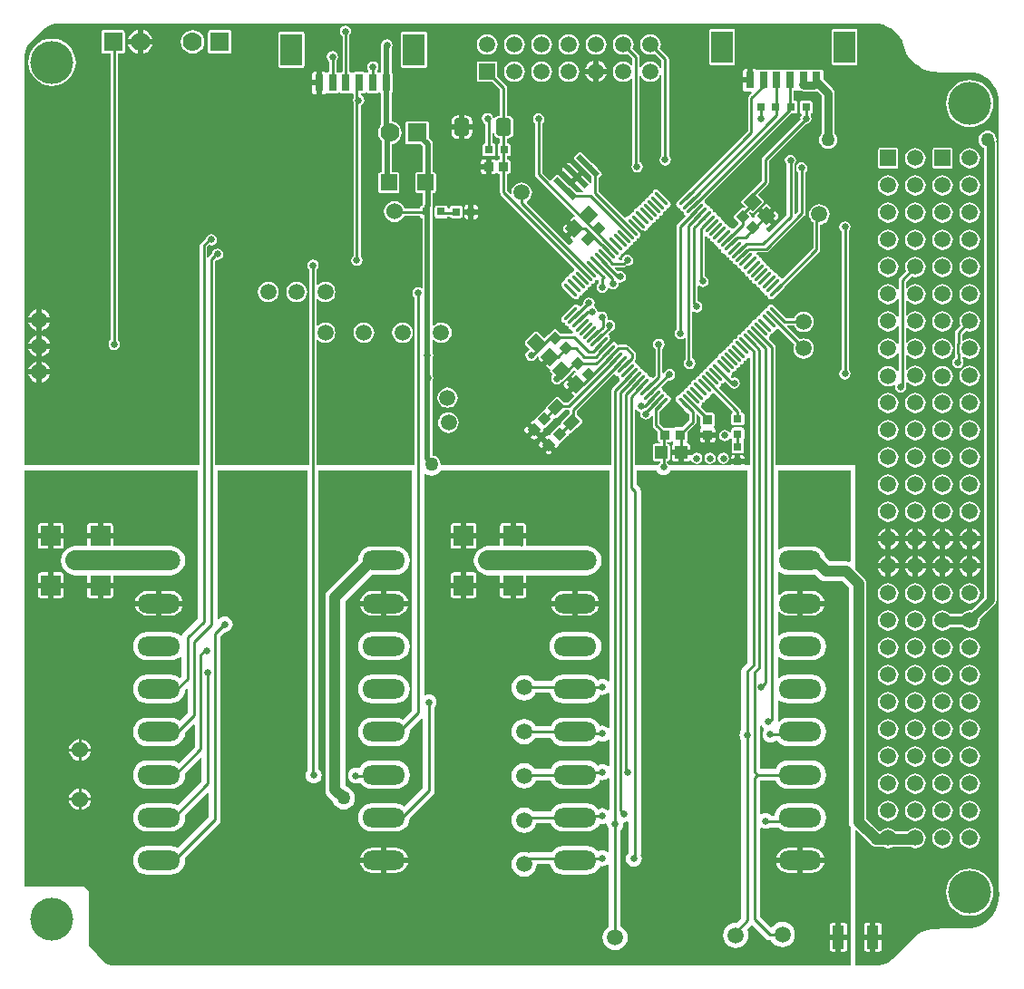
<source format=gtl>
%FSTAX23Y23*%
%MOIN*%
%SFA1B1*%

%IPPOS*%
%AMD10*
4,1,4,0.031900,0.004200,0.004200,0.031900,-0.031900,-0.004200,-0.004200,-0.031900,0.031900,0.004200,0.0*
%
%AMD13*
4,1,4,-0.025000,0.000000,0.000000,-0.025000,0.025000,0.000000,0.000000,0.025000,-0.025000,0.000000,0.0*
%
%AMD15*
4,1,4,0.000000,0.025000,-0.025000,0.000000,0.000000,-0.025000,0.025000,0.000000,0.000000,0.025000,0.0*
%
%AMD16*
4,1,4,0.000000,0.033400,-0.033400,0.000000,0.000000,-0.033400,0.033400,0.000000,0.000000,0.033400,0.0*
%
%AMD18*
4,1,4,0.033400,0.000000,0.000000,0.033400,-0.033400,0.000000,0.000000,-0.033400,0.033400,0.000000,0.0*
%
%AMD22*
4,1,4,-0.024300,-0.016000,-0.016000,-0.024300,0.024300,0.016000,0.016000,0.024300,-0.024300,-0.016000,0.0*
1,1,0.011810,-0.020200,-0.020200*
1,1,0.011810,0.020200,0.020200*
%
%AMD23*
4,1,4,-0.016000,0.024300,-0.024300,0.016000,0.016000,-0.024300,0.024300,-0.016000,-0.016000,0.024300,0.0*
1,1,0.011810,-0.020200,0.020200*
1,1,0.011810,0.020200,-0.020200*
%
%AMD24*
4,1,4,0.029200,-0.043100,0.043100,-0.029200,-0.029200,0.043100,-0.043100,0.029200,0.029200,-0.043100,0.0*
%
%AMD26*
4,1,8,0.013800,0.033500,-0.013800,0.033500,-0.027600,0.019700,-0.027600,-0.019700,-0.013800,-0.033500,0.013800,-0.033500,0.027600,-0.019700,0.027600,0.019700,0.013800,0.033500,0.0*
1,1,0.027560,0.013800,0.019700*
1,1,0.027560,-0.013800,0.019700*
1,1,0.027560,-0.013800,-0.019700*
1,1,0.027560,0.013800,-0.019700*
%
G04~CAMADD=10~9~0.0~0.0~393.7~511.8~0.0~0.0~0~0.0~0.0~0.0~0.0~0~0.0~0.0~0.0~0.0~0~0.0~0.0~0.0~315.0~638.0~637.0*
%ADD10D10*%
%ADD11R,0.031500X0.031500*%
%ADD12R,0.060000X0.060000*%
G04~CAMADD=13~10~0.0~354.3~0.0~0.0~0.0~0.0~0~0.0~0.0~0.0~0.0~0~0.0~0.0~0.0~0.0~0~0.0~0.0~0.0~135.0~354.3~0.0*
%ADD13D13*%
%ADD14R,0.035430X0.035430*%
G04~CAMADD=15~10~0.0~354.3~0.0~0.0~0.0~0.0~0~0.0~0.0~0.0~0.0~0~0.0~0.0~0.0~0.0~0~0.0~0.0~0.0~405.0~354.3~0.0*
%ADD15D15*%
G04~CAMADD=16~10~0.0~472.4~0.0~0.0~0.0~0.0~0~0.0~0.0~0.0~0.0~0~0.0~0.0~0.0~0.0~0~0.0~0.0~0.0~405.0~472.4~0.0*
%ADD16D16*%
%ADD17R,0.047240X0.047240*%
G04~CAMADD=18~10~0.0~472.4~0.0~0.0~0.0~0.0~0~0.0~0.0~0.0~0.0~0~0.0~0.0~0.0~0.0~0~0.0~0.0~0.0~315.0~472.4~0.0*
%ADD18D18*%
%ADD19R,0.035430X0.035430*%
%ADD20R,0.031500X0.062990*%
%ADD21R,0.078740X0.118110*%
G04~CAMADD=22~3~0.0~0.0~118.1~689.0~0.0~0.0~0~0.0~0.0~0.0~0.0~0~0.0~0.0~0.0~0.0~0~0.0~0.0~0.0~135.0~520.0~520.0*
%ADD22D22*%
G04~CAMADD=23~3~0.0~0.0~118.1~689.0~0.0~0.0~0~0.0~0.0~0.0~0.0~0~0.0~0.0~0.0~0.0~0~0.0~0.0~0.0~45.0~520.0~520.0*
%ADD23D23*%
G04~CAMADD=24~9~0.0~0.0~196.8~1023.6~0.0~0.0~0~0.0~0.0~0.0~0.0~0~0.0~0.0~0.0~0.0~0~0.0~0.0~0.0~225.0~862.0~861.0*
%ADD24D24*%
%ADD25R,0.030000X0.030000*%
G04~CAMADD=26~8~0.0~0.0~551.2~669.3~137.8~0.0~15~0.0~0.0~0.0~0.0~0~0.0~0.0~0.0~0.0~0~0.0~0.0~0.0~0.0~551.2~669.3*
%ADD26D26*%
%ADD27R,0.030000X0.030000*%
%ADD28R,0.031500X0.031500*%
%ADD29C,0.062990*%
%ADD30R,0.074800X0.074800*%
%ADD31O,0.157480X0.070870*%
%ADD32O,0.157480X0.073230*%
%ADD33R,0.043310X0.086610*%
%ADD34C,0.030000*%
%ADD35C,0.010000*%
%ADD36C,0.040000*%
%ADD37C,0.020000*%
%ADD38C,0.073230*%
%ADD39C,0.157480*%
%ADD40C,0.060000*%
%ADD41R,0.070000X0.070000*%
%ADD42C,0.070000*%
%ADD43C,0.059050*%
%ADD44R,0.059050X0.059050*%
%ADD45R,0.059050X0.059050*%
%ADD46C,0.030000*%
%ADD47C,0.025000*%
%ADD48C,0.050000*%
%LNpcb_ttc_rf4463f30-1*%
%LPD*%
G36*
X03062Y01511D02*
X03058Y01508D01*
X03056Y01509*
X03046Y0151*
X03043Y0151*
X02988*
X02971Y01526*
X02971Y01526*
X02966Y01539*
X02958Y0155*
X02947Y01558*
X02934Y01564*
X02921Y01565*
X02834*
X02821Y01564*
X02808Y01558*
X028Y01553*
X02795Y01555*
Y01843*
X03062*
Y01511*
G37*
G36*
X02683Y01137D02*
X02668Y01122D01*
X02663Y01115*
X02661Y01107*
Y0089*
X02658Y00886*
X02655Y00879*
X02654Y00871*
X02655Y00864*
X02658Y00857*
X02661Y00852*
Y00199*
X02644Y00181*
X02641Y00181*
X02629Y0018*
X02618Y00175*
X02608Y00168*
X02601Y00158*
X02596Y00147*
X02594Y00135*
X02596Y00123*
X02601Y00112*
X02608Y00102*
X02618Y00095*
X02629Y0009*
X02641Y00088*
X02653Y0009*
X02664Y00095*
X02674Y00102*
X02681Y00112*
X02686Y00123*
X02687Y00135*
X02686Y00147*
X02682Y00157*
X02699Y00174*
X02751Y00122*
X02758Y00117*
X02766Y00116*
X02771*
X02771Y00114*
X02779Y00105*
X02788Y00097*
X028Y00093*
X02812Y00091*
X02824Y00093*
X02835Y00097*
X02845Y00105*
X02852Y00114*
X02857Y00126*
X02858Y00138*
X02857Y0015*
X02852Y00161*
X02845Y00171*
X02835Y00178*
X02824Y00183*
X02812Y00184*
X028Y00183*
X02788Y00178*
X02779Y00171*
X02775Y00166*
X0277Y00165*
X02731Y00205*
Y00529*
X02735Y00531*
X02736Y0053*
X02743Y00527*
X02751Y00526*
X02758Y00527*
X02765Y0053*
X02766Y00531*
X02797*
X02808Y00523*
X02821Y00517*
X02834Y00516*
X02921*
X02934Y00517*
X02947Y00523*
X02958Y00531*
X02966Y00542*
X02971Y00554*
X02973Y00568*
X02971Y00582*
X02966Y00594*
X02958Y00605*
X02947Y00613*
X02934Y00619*
X02921Y0062*
X02834*
X02821Y00619*
X02808Y00613*
X02797Y00605*
X02789Y00594*
X02784Y00582*
X02783Y00575*
X02773*
X02771Y00576*
X02765Y00581*
X02758Y00584*
X02751Y00585*
X02743Y00584*
X02736Y00581*
X02735Y0058*
X02731Y00582*
Y00704*
X02787*
X02789Y00699*
X02797Y00688*
X02808Y0068*
X02821Y00675*
X02834Y00673*
X02921*
X02934Y00675*
X02947Y0068*
X02958Y00688*
X02966Y00699*
X02971Y00712*
X02973Y00725*
X02971Y00739*
X02966Y00752*
X02958Y00763*
X02947Y00771*
X02934Y00776*
X02921Y00778*
X02834*
X02821Y00776*
X02808Y00771*
X02797Y00763*
X02789Y00752*
X02787Y00747*
X02731*
Y0086*
X02731Y00861*
Y00882*
X02731Y00883*
Y00905*
X02736Y00906*
X02736Y00905*
X02741Y00899*
X02743Y00897*
X02744Y0089*
X02744Y0089*
X02743Y00888*
X0274Y00881*
X02739Y00874*
X0274Y00866*
X02743Y00859*
X02747Y00853*
X02753Y00848*
X0276Y00845*
X02768Y00844*
X02776Y00845*
X02783Y00848*
X02787Y00852*
X02793*
X02797Y00846*
X02808Y00838*
X02821Y00832*
X02834Y00831*
X02921*
X02934Y00832*
X02947Y00838*
X02958Y00846*
X02966Y00857*
X02971Y00869*
X02973Y00883*
X02971Y00897*
X02966Y00909*
X02958Y0092*
X02947Y00928*
X02934Y00934*
X02921Y00935*
X02834*
X02821Y00934*
X02808Y00928*
X02799Y00922*
X02795Y00924*
X02795Y00929*
Y00998*
X028Y01001*
X02808Y00995*
X02821Y0099*
X02834Y00988*
X02921*
X02934Y0099*
X02947Y00995*
X02958Y01003*
X02966Y01014*
X02971Y01027*
X02973Y0104*
X02971Y01054*
X02966Y01067*
X02958Y01078*
X02947Y01086*
X02934Y01091*
X02921Y01093*
X02834*
X02821Y01091*
X02808Y01086*
X028Y0108*
X02795Y01083*
Y01156*
X028Y01158*
X02808Y01153*
X02821Y01147*
X02834Y01146*
X02921*
X02934Y01147*
X02947Y01153*
X02958Y01161*
X02966Y01172*
X02971Y01184*
X02973Y01198*
X02971Y01211*
X02966Y01224*
X02958Y01235*
X02947Y01243*
X02934Y01249*
X02921Y0125*
X02834*
X02821Y01249*
X02808Y01243*
X028Y01238*
X02795Y0124*
Y01323*
X028Y01325*
X02802Y01323*
X02811Y01316*
X02822Y01311*
X02834Y0131*
X02867*
Y01355*
Y01401*
X02834*
X02822Y014*
X02811Y01395*
X02802Y01388*
X028Y01386*
X02795Y01387*
Y01471*
X028Y01473*
X02808Y01467*
X02821Y01462*
X02834Y0146*
X02921*
X02931Y01462*
X02946Y01447*
X02954Y01441*
X02963Y01437*
X02972Y01436*
X03032*
X03056Y01411*
Y00552*
X03058Y00543*
X03061Y00534*
X03062Y00533*
Y00024*
X00348*
X00347Y00024*
X00336Y00026*
X00325Y0003*
X00323Y00032*
X00262Y00098*
Y00298*
X00245Y00314*
X00027*
Y01843*
X00663*
Y01298*
X0061Y01246*
X00606Y01239*
X00605Y01237*
X006Y01236*
X0059Y01243*
X00578Y01249*
X00564Y0125*
X00477*
X00464Y01249*
X00451Y01243*
X0044Y01235*
X00432Y01224*
X00427Y01211*
X00425Y01198*
X00427Y01184*
X00432Y01172*
X0044Y01161*
X00451Y01153*
X00464Y01147*
X00477Y01146*
X00564*
X00578Y01147*
X0059Y01153*
X00599Y01159*
X00604Y01157*
Y01087*
X00597Y0108*
X0059Y01086*
X00578Y01091*
X00564Y01093*
X00477*
X00464Y01091*
X00451Y01086*
X0044Y01078*
X00432Y01067*
X00427Y01054*
X00425Y0104*
X00427Y01027*
X00432Y01014*
X0044Y01003*
X00451Y00995*
X00464Y0099*
X00477Y00988*
X00564*
X00578Y0099*
X0059Y00995*
X00601Y01003*
X00609Y01014*
X00615Y01027*
X00616Y01037*
X00623Y01044*
X00628Y01042*
Y00952*
X00598Y00923*
X0059Y00928*
X00578Y00934*
X00564Y00935*
X00477*
X00464Y00934*
X00451Y00928*
X0044Y0092*
X00432Y00909*
X00427Y00897*
X00425Y00883*
X00427Y00869*
X00432Y00857*
X0044Y00846*
X00451Y00838*
X00464Y00832*
X00477Y00831*
X00564*
X00578Y00832*
X0059Y00838*
X00601Y00846*
X00609Y00857*
X00615Y00869*
X00616Y00879*
X00648Y00911*
X00653Y00909*
Y00829*
X00593Y00769*
X0059Y00771*
X00578Y00776*
X00564Y00778*
X00477*
X00464Y00776*
X00451Y00771*
X0044Y00763*
X00432Y00752*
X00427Y00739*
X00425Y00725*
X00427Y00712*
X00432Y00699*
X0044Y00688*
X00451Y0068*
X00464Y00675*
X00477Y00673*
X00564*
X00578Y00675*
X0059Y0068*
X00601Y00688*
X00609Y00699*
X00615Y00712*
X00616Y00725*
X00616Y0073*
X00673Y00788*
X00678Y00786*
Y00702*
X0059Y00614*
X00578Y00619*
X00564Y0062*
X00477*
X00464Y00619*
X00451Y00613*
X0044Y00605*
X00432Y00594*
X00427Y00582*
X00425Y00568*
X00427Y00554*
X00432Y00542*
X0044Y00531*
X00451Y00523*
X00464Y00517*
X00477Y00516*
X00564*
X00578Y00517*
X0059Y00523*
X00601Y00531*
X00609Y00542*
X00615Y00554*
X00616Y00568*
X00615Y00577*
X00699Y00661*
X00704Y00659*
Y0057*
X0059Y00456*
X00578Y00461*
X00564Y00463*
X00477*
X00464Y00461*
X00451Y00456*
X0044Y00448*
X00432Y00437*
X00427Y00424*
X00425Y00411*
X00427Y00397*
X00432Y00384*
X0044Y00373*
X00451Y00365*
X00464Y0036*
X00477Y00358*
X00564*
X00578Y0036*
X0059Y00365*
X00601Y00373*
X00609Y00384*
X00615Y00397*
X00616Y00411*
X00615Y00419*
X00741Y00545*
X00746Y00552*
X00748Y00561*
Y01235*
X00762Y01249*
X00762Y01249*
X0077Y0125*
X00777Y01253*
X00783Y01258*
X00788Y01264*
X00791Y01271*
X00792Y01279*
X00791Y01286*
X00788Y01293*
X00783Y01299*
X00777Y01304*
X0077Y01307*
X00762Y01308*
X00755Y01307*
X00748Y01304*
X00742Y01299*
X00741Y01298*
X00736Y013*
Y01843*
X01065*
Y00738*
X01064Y00738*
X01061Y00731*
X0106Y00723*
X01061Y00716*
X01064Y00708*
X01069Y00702*
X01075Y00698*
X01082Y00695*
X0109Y00694*
X01097Y00695*
X01104Y00698*
X0111Y00702*
X01115Y00708*
X01118Y00716*
X01119Y00723*
X01118Y00731*
X01115Y00738*
X0111Y00744*
X01108Y00745*
Y01843*
X01451*
Y00962*
X01417Y00928*
X01404Y00934*
X01391Y00935*
X01304*
X01291Y00934*
X01278Y00928*
X01267Y0092*
X01259Y00909*
X01254Y00897*
X01252Y00883*
X01254Y00869*
X01259Y00857*
X01267Y00846*
X01278Y00838*
X01291Y00832*
X01304Y00831*
X01391*
X01404Y00832*
X01417Y00838*
X01428Y00846*
X01436Y00857*
X01441Y00869*
X01443Y00883*
X01442Y00891*
X01485Y00934*
X0149Y00932*
Y00676*
X01423Y00609*
X01417Y00613*
X01404Y00619*
X01391Y0062*
X01304*
X01291Y00619*
X01278Y00613*
X01267Y00605*
X01259Y00594*
X01254Y00582*
X01252Y00568*
X01254Y00554*
X01259Y00542*
X01267Y00531*
X01278Y00523*
X01291Y00517*
X01304Y00516*
X01391*
X01404Y00517*
X01417Y00523*
X01428Y00531*
X01436Y00542*
X01441Y00554*
X01443Y00567*
X01528Y00651*
X01528*
X01532Y00658*
X01534Y00667*
Y00973*
X01537Y00977*
X0154Y00984*
X01541Y00992*
X0154Y01*
X01537Y01007*
X01533Y01013*
X01527Y01017*
X0152Y0102*
X01512Y01021*
X01505Y0102*
X015Y01018*
X01495Y01021*
Y0183*
X01499Y01832*
X01501Y01831*
X01511Y01827*
X01522Y01825*
X01532Y01827*
X01542Y01831*
X01551Y01838*
X01555Y01843*
X02176*
Y01533*
X02176Y01531*
Y01503*
X02176Y01502*
Y01071*
X02171Y01069*
X02165Y01073*
X02158Y01076*
X02151Y01077*
X02143Y01076*
X02136Y01073*
X02135Y01072*
X02131Y01078*
X0212Y01086*
X02108Y01091*
X02094Y01093*
X02007*
X01994Y01091*
X01981Y01086*
X0197Y01078*
X01964Y0107*
X01902*
X01895Y01078*
X01886Y01086*
X01875Y0109*
X01862Y01092*
X0185Y0109*
X01839Y01086*
X0183Y01078*
X01822Y01069*
X01818Y01058*
X01816Y01046*
X01818Y01034*
X01822Y01022*
X0183Y01013*
X01839Y01005*
X0185Y01001*
X01862Y00999*
X01875Y01001*
X01886Y01005*
X01895Y01013*
X01903Y01022*
X01904Y01026*
X01957*
X01962Y01014*
X0197Y01003*
X01981Y00995*
X01994Y0099*
X02007Y00988*
X02094*
X02108Y0099*
X0212Y00995*
X02131Y01003*
X02139Y01014*
X02141Y01019*
X02143Y0102*
X02151Y01019*
X02158Y0102*
X02165Y01023*
X02171Y01027*
X02176Y01025*
Y00899*
X02171Y00898*
X02165Y00902*
X02158Y00905*
X02151Y00906*
X02143Y00905*
X02141Y00905*
X02139Y00909*
X02131Y0092*
X0212Y00928*
X02108Y00934*
X02094Y00935*
X02007*
X01994Y00934*
X01981Y00928*
X0197Y0092*
X01962Y00909*
X0196Y00905*
X01903*
X01903Y00906*
X01895Y00916*
X01886Y00923*
X01875Y00928*
X01862Y0093*
X0185Y00928*
X01839Y00923*
X0183Y00916*
X01822Y00906*
X01818Y00895*
X01816Y00883*
X01818Y00871*
X01822Y0086*
X0183Y0085*
X01839Y00843*
X0185Y00838*
X01862Y00837*
X01875Y00838*
X01886Y00843*
X01895Y0085*
X01903Y0086*
X01903Y00861*
X0196*
X01962Y00857*
X0197Y00846*
X01981Y00838*
X01994Y00832*
X02007Y00831*
X02094*
X02108Y00832*
X0212Y00838*
X02131Y00846*
X02135Y00851*
X02136Y00851*
X02143Y00848*
X02151Y00847*
X02158Y00848*
X02165Y00851*
X02171Y00855*
X02176Y00854*
Y00757*
X02171Y00756*
X02165Y0076*
X02158Y00763*
X02151Y00764*
X02143Y00763*
X02136Y0076*
X02134Y00758*
X02131Y00763*
X0212Y00771*
X02108Y00776*
X02094Y00778*
X02007*
X01994Y00776*
X01981Y00771*
X0197Y00763*
X01962Y00752*
X0196Y00747*
X019*
X01895Y00754*
X01886Y00761*
X01875Y00766*
X01862Y00767*
X0185Y00766*
X01839Y00761*
X0183Y00754*
X01822Y00744*
X01818Y00733*
X01816Y00721*
X01818Y00709*
X01822Y00698*
X0183Y00688*
X01839Y00681*
X0185Y00676*
X01862Y00674*
X01875Y00676*
X01886Y00681*
X01895Y00688*
X01903Y00698*
X01905Y00704*
X0196*
X01962Y00699*
X0197Y00688*
X01981Y0068*
X01994Y00675*
X02007Y00673*
X02094*
X02108Y00675*
X0212Y0068*
X02131Y00688*
X02139Y00699*
X02142Y00706*
X02143Y00706*
X02151Y00705*
X02158Y00706*
X02165Y00709*
X02171Y00713*
X02176Y00712*
Y00596*
X02171Y00595*
X02165Y00599*
X02158Y00602*
X02151Y00603*
X02143Y00602*
X02136Y00599*
X02136Y00599*
X02131Y00605*
X0212Y00613*
X02108Y00619*
X02094Y0062*
X02007*
X01994Y00619*
X01981Y00613*
X0197Y00605*
X01962Y00594*
X0196Y0059*
X01896*
X01895Y00591*
X01886Y00599*
X01875Y00603*
X01862Y00605*
X0185Y00603*
X01839Y00599*
X0183Y00591*
X01822Y00582*
X01818Y0057*
X01816Y00558*
X01818Y00546*
X01822Y00535*
X0183Y00526*
X01839Y00518*
X0185Y00513*
X01862Y00512*
X01875Y00513*
X01886Y00518*
X01895Y00526*
X01903Y00535*
X01907Y00546*
X0196*
X01962Y00542*
X0197Y00531*
X01981Y00523*
X01994Y00517*
X02007Y00516*
X02094*
X02108Y00517*
X0212Y00523*
X02131Y00531*
X02139Y00542*
X0214Y00544*
X02143Y00545*
X02151Y00544*
X02158Y00545*
X02164Y00548*
X02168Y00545*
X02168Y00544*
X02168Y00543*
X02169Y00535*
X02172Y00528*
X02174Y00526*
Y00444*
X02169Y00441*
X02165Y00444*
X02158Y00447*
X02151Y00448*
X02143Y00447*
X02136Y00444*
X02135Y00443*
X02131Y00448*
X0212Y00456*
X02108Y00461*
X02094Y00463*
X02007*
X01994Y00461*
X01981Y00456*
X0197Y00448*
X01965Y0044*
X01885*
X01879Y00439*
X01875Y00441*
X01862Y00442*
X0185Y00441*
X01839Y00436*
X0183Y00429*
X01822Y00419*
X01818Y00408*
X01816Y00396*
X01818Y00384*
X01822Y00373*
X0183Y00363*
X01839Y00356*
X0185Y00351*
X01862Y0035*
X01875Y00351*
X01886Y00356*
X01895Y00363*
X01903Y00373*
X01907Y00384*
X01909Y00396*
X01909Y00396*
X01957*
X01962Y00384*
X0197Y00373*
X01981Y00365*
X01994Y0036*
X02007Y00358*
X02094*
X02108Y0036*
X0212Y00365*
X02131Y00373*
X02139Y00384*
X02142Y00389*
X02143Y0039*
X02151Y00389*
X02158Y0039*
X02165Y00393*
X02169Y00396*
X02174Y00393*
Y00166*
X02165Y00159*
X02157Y0015*
X02153Y00138*
X02151Y00126*
X02153Y00114*
X02157Y00103*
X02165Y00093*
X02174Y00086*
X02186Y00081*
X02198Y0008*
X0221Y00081*
X02221Y00086*
X0223Y00093*
X02238Y00103*
X02242Y00114*
X02244Y00126*
X02242Y00138*
X02238Y0015*
X0223Y00159*
X02221Y00167*
X02217Y00168*
Y00522*
X02218Y00522*
X02223Y00528*
X02226Y00535*
X02227Y00543*
X02226Y00547*
X0223Y00552*
X02231Y00552*
X02239Y00553*
X02243Y00554*
X02248Y00551*
Y00441*
X02247Y0044*
X02246Y00439*
X02245Y00438*
X0224Y00431*
X02237Y00424*
X02236Y00417*
X02237Y00409*
X0224Y00402*
X02245Y00396*
X02251Y00391*
X02258Y00389*
X02265Y00388*
X02273Y00389*
X0228Y00391*
X02286Y00396*
X02291Y00402*
X02294Y00409*
X02295Y00417*
X02294Y00424*
X02291Y0043*
X02292Y00432*
Y01768*
X0229Y01776*
X02285Y01783*
X02278Y01791*
Y01843*
X0235*
X0235Y01842*
X02355Y01835*
X02361Y01831*
X02368Y01828*
X02375Y01827*
X02383Y01828*
X0239Y01831*
X02396Y01835*
X02401Y01842*
X02401Y01843*
X02683*
Y01137*
G37*
G36*
X02463Y0208D02*
X02458Y02075D01*
Y02076*
X02444Y0209*
X02437Y02083*
X02437*
X02448Y02094*
X02463Y0208*
G37*
G36*
X03139Y03488D02*
X03139D01*
X03141*
X03144Y03488*
X03149Y03488*
X03164Y03487*
X03183Y03483*
X032Y03475*
X03216Y03466*
X0323Y03453*
X03242Y03439*
X03252Y03423*
X03258Y03409*
X0326Y03405*
X0326Y03405*
X0326Y03402*
X03263Y0339*
X03267Y03379*
X03274Y03369*
X03278Y03364*
X03303Y03339*
X03311Y03333*
X03327Y03322*
X03345Y03314*
X03364Y03311*
X03374Y0331*
X03376*
X03382Y03309*
X03386Y03308*
X03388Y03308*
X03391*
X03499*
X035Y03308*
X03514Y03307*
X03532Y03303*
X03548Y03296*
X03563Y03287*
X03576Y03276*
X03587Y03262*
X03597Y03247*
X03603Y03231*
X03607Y03214*
X03608Y032*
X03608Y03197*
Y00309*
Y00307*
X03608Y00305*
X0361Y00286*
X03608Y00266*
X03603Y00246*
X03596Y00228*
X03585Y0021*
X03577Y00201*
X03566Y0019*
X03557Y00182*
X0354Y00172*
X03521Y00164*
X03502Y0016*
X03389*
X03387Y00159*
X03378Y00159*
X03378Y00159*
X03371*
X03361Y00158*
X03342Y00154*
X03324Y00147*
X03307Y00136*
X033Y00129*
X03224Y00053*
X03217Y00046*
X032Y00035*
X03182Y00027*
X03163Y00024*
X03153*
X03079*
Y0052*
X03084Y00522*
X03133Y00473*
X03135Y00471*
X03137Y00469*
X03143Y00464*
X0315Y00461*
X03157Y0046*
X03181*
X03182Y0046*
X03191Y00456*
X03201Y00455*
X0321Y00456*
X0322Y0046*
X0322Y0046*
X03281*
X03282Y0046*
X03291Y00456*
X03301Y00455*
X0331Y00456*
X0332Y0046*
X03327Y00466*
X03333Y00474*
X03337Y00483*
X03339Y00493*
X03337Y00502*
X03333Y00511*
X03327Y00519*
X0332Y00525*
X0331Y00529*
X03301Y0053*
X03291Y00529*
X03282Y00525*
X03274Y00519*
X03272Y00517*
X03229*
X03227Y00519*
X0322Y00525*
X0321Y00529*
X03201Y0053*
X03191Y00529*
X03182Y00525*
X03174Y00519*
X03173Y00518*
X03168Y00518*
X03121Y00564*
Y01427*
X0312Y01434*
X03118Y01441*
X03113Y01447*
X03079Y01481*
Y01862*
X03079Y01863*
X03079Y01863*
X03078Y01863*
X03078Y01863*
X03078Y01863*
X02787*
Y02298*
X02786Y02303*
X02783Y02307*
X02762Y02328*
X02763Y02334*
X02764Y02335*
X02767Y0234*
X02768Y02345*
X02773Y02346*
X02778Y02349*
X02781Y02354*
X02782Y02359*
X02787Y0236*
X02792Y02363*
X02793Y02364*
X02799Y02365*
X02856Y02308*
X02853Y02303*
X02852Y02293*
X02853Y02283*
X02857Y02274*
X02863Y02266*
X02871Y0226*
X0288Y02256*
X0289Y02255*
X029Y02256*
X02909Y0226*
X02917Y02266*
X02923Y02274*
X02927Y02283*
X02928Y02293*
X02927Y02303*
X02923Y02312*
X02917Y0232*
X02909Y02326*
X029Y02329*
X0289Y02331*
X0288Y02329*
X02875Y02327*
X02828Y02374*
X0283Y02378*
X02855*
X02857Y02373*
X02863Y02365*
X02871Y02359*
X0288Y02355*
X0289Y02354*
X029Y02355*
X02909Y02359*
X02917Y02365*
X02923Y02373*
X02927Y02382*
X02928Y02392*
X02927Y02401*
X02923Y02411*
X02917Y02418*
X02909Y02424*
X029Y02428*
X0289Y02429*
X0288Y02428*
X02871Y02424*
X02863Y02418*
X02857Y02411*
X02855Y02405*
X02824*
X02822Y02407*
X0282Y02411*
X02779Y02451*
X02775Y02454*
X02769Y02455*
X02764Y02454*
X02759Y02451*
X02756Y02447*
X02755Y02441*
X0275Y0244*
X02745Y02437*
X02742Y02433*
X02741Y02427*
X02736Y02426*
X02732Y02423*
X02729Y02419*
X02727Y02414*
X02722Y02413*
X02718Y02409*
X02715Y02405*
X02714Y024*
X02708Y02399*
X02704Y02396*
X02701Y02391*
X027Y02386*
X02694Y02385*
X0269Y02382*
X02687Y02377*
X02686Y02372*
X0268Y02371*
X02676Y02368*
X02673Y02363*
X02672Y02358*
X02667Y02357*
X02662Y02354*
X02659Y02349*
X02658Y02344*
X02653Y02343*
X02648Y0234*
X02645Y02335*
X02644Y0233*
X02639Y02329*
X02634Y02326*
X02631Y02321*
X0263Y02316*
X02625Y02315*
X0262Y02312*
X02617Y02307*
X02616Y02302*
X02611Y02301*
X02606Y02298*
X02603Y02294*
X02602Y02288*
X02597Y02287*
X02592Y02284*
X02589Y0228*
X02588Y02274*
X02583Y02273*
X02578Y0227*
X02575Y02266*
X02574Y0226*
X02569Y02259*
X02565Y02256*
X02561Y02252*
X0256Y02247*
X02555Y02246*
X02551Y02242*
X02548Y02238*
X02547Y02233*
X02541Y02232*
X02537Y02229*
X02534Y02224*
X02533Y02219*
X02527Y02218*
X02523Y02215*
X0252Y0221*
X02519Y02205*
X02513Y02204*
X02509Y02201*
X02506Y02196*
X02505Y02191*
X025Y0219*
X02495Y02187*
X02492Y02182*
X02491Y02177*
X02486Y02176*
X02481Y02173*
X02478Y02168*
X02477Y02163*
X02472Y02162*
X02467Y02159*
X02464Y02154*
X02463Y02149*
X02458Y02148*
X02453Y02145*
X0245Y0214*
X02449Y02135*
X02444Y02134*
X02439Y02131*
X02436Y02126*
X02436Y02123*
X02435Y02123*
X02429Y02122*
X02429Y02122*
X02428Y02122*
X02424Y02119*
X02421Y02114*
X02421Y02114*
X0242Y02113*
X02419Y02107*
X0242Y02101*
X02424Y02096*
X02437Y02083*
X02451Y02068*
X02464Y02055*
X02469Y02052*
Y02028*
X02443Y02003*
X02418*
X02416Y02002*
X02375*
X02361Y02016*
Y0206*
X02398Y02097*
X02401Y02102*
X02402Y02107*
X02401Y02113*
X02398Y02117*
X02393Y0212*
X02388Y02121*
X02387Y02126*
X02384Y02131*
X0238Y02134*
X02374Y02135*
X02373Y0214*
X0237Y02145*
X02369Y02146*
X02368Y02152*
X02392Y02176*
X02397Y02175*
X02405Y02177*
X02412Y02182*
X02416Y02188*
X02418Y02196*
X02416Y02204*
X02412Y02211*
X02405Y02216*
X02397Y02217*
X02389Y02216*
X02382Y02211*
X02377Y02204*
X02377Y02202*
X02376Y02201*
X02371Y02204*
Y02292*
X02373Y02293*
X02377Y023*
X02379Y02308*
X02377Y02316*
X02373Y02323*
X02366Y02327*
X02358Y02329*
X0235Y02327*
X02343Y02323*
X02338Y02316*
X02337Y02308*
X02338Y023*
X02343Y02293*
X02345Y02292*
Y02194*
X02336Y02185*
X02329Y02186*
X02328Y02187*
X02324Y0219*
X02319Y02191*
X02318Y02196*
X02315Y02201*
X0231Y02204*
X02305Y02205*
X02304Y0221*
X02301Y02215*
X02296Y02218*
X02291Y02219*
X0229Y02224*
X02287Y02229*
X02282Y02232*
X02277Y02233*
X02276Y02238*
X02273Y02242*
X02271Y02243*
X0227Y02247*
X02271Y0225*
X02273Y02253*
X02274Y02258*
Y02271*
X02273Y02276*
X0227Y02281*
X02248Y02302*
X02244Y02305*
X02239Y02306*
X02211*
X02207Y02305*
X02206Y02307*
X02203Y02312*
X02199Y02315*
X02195Y02316*
X02195Y02316*
X02195Y0232*
X02194Y02316*
X02193Y02316*
X02188Y02315*
X02183Y02312*
X02163Y02292*
X02155Y023*
X02175Y0232*
X02178Y02324*
X0218Y0233*
X02179Y0233*
X02181Y02332*
X02179Y02332*
X02179Y02332*
X02178Y02335*
X02175Y0234*
X02174Y02341*
X02174Y02347*
X02184Y02358*
X02185Y02358*
X02192Y02363*
X02197Y02369*
X02198Y02377*
X02197Y02385*
X02192Y02392*
X02185Y02397*
X02177Y02398*
X02172Y02397*
X02171Y02399*
X02169Y02402*
X0217Y02409*
X02168Y02417*
X02164Y02423*
X02157Y02428*
X02149Y02429*
X02141Y02428*
X02138Y02426*
X02136Y02426*
X02133Y02428*
X02131Y02435*
X02127Y02442*
X02122Y02445*
X0212Y02451*
X02121Y02452*
X02122Y0246*
X02121Y02468*
X02116Y02475*
X02109Y02479*
X02101Y02481*
X02093Y02479*
X02087Y02475*
X02082Y02468*
X02081Y0246*
X02081Y02459*
X02071Y02449*
X02065Y0245*
X02064Y02451*
X02059Y02454*
X02054Y02455*
X02049Y02454*
X02044Y02451*
X02004Y02411*
X02001Y02406*
X01999Y02401*
X02001Y02395*
X02004Y02391*
X02008Y02388*
X02013Y02387*
X02014Y02381*
X02018Y02377*
X02022Y02374*
X02027Y02373*
X02028Y02368*
X02031Y02363*
X02036Y0236*
X02041Y02359*
X02042Y02354*
X02042Y02354*
X0204Y02349*
X01996*
X01982Y02362*
X0198Y02364*
X01976Y02365*
X01973Y02364*
X01971Y02362*
X01952Y02344*
X01952Y02344*
X01947Y02341*
X01936Y02329*
X01912Y02353*
X0191Y02355*
X01907Y02355*
X01904Y02355*
X01901Y02353*
X01868Y02319*
X01866Y02317*
X01865Y02314*
X01866Y0231*
X01868Y02308*
X01883Y02292*
X01882Y02287*
X01881Y02287*
X01874Y02282*
X0187Y02276*
X01868Y02268*
X0187Y0226*
X01874Y02253*
X01881Y02248*
X01889Y02247*
X01897Y02248*
X01904Y02253*
X01909Y0226*
X01909Y02262*
X0191Y02263*
X01911Y02263*
X01915Y0226*
X01916Y02258*
X01918Y02255*
X01927Y02245*
X01951Y02269*
X01966Y02255*
X01942Y02231*
X01951Y02221*
X01955Y02219*
X01955Y02219*
X01956Y02218*
X01959Y02214*
X01959Y02213*
X01958Y02212*
X01959Y02209*
X01961Y02206*
X01968Y02199*
X01968Y02196*
X01963Y02189*
X01962Y02181*
X01963Y02173*
X01968Y02166*
X01975Y02162*
X01983Y0216*
X01991Y02162*
X01997Y02166*
X02Y0217*
X02003Y02171*
X02006Y02173*
X02039Y02206*
X02041Y02209*
X02042Y02212*
X02046Y02213*
X02047Y02213*
X02052Y02209*
X02052Y02208*
X0205Y02204*
X02048Y02203*
X02045Y02201*
X02035Y02191*
X02059Y02167*
X02052Y0216*
X02059Y02153*
X02035Y02129*
X02045Y0212*
X02045Y02117*
X02023Y02095*
X0201*
X01991Y02114*
X01988Y02116*
X01985Y02116*
X01982Y02116*
X0198Y02114*
X01943Y02078*
X01942Y02075*
X01941Y02072*
X01941Y02071*
X01938Y02067*
X01937Y02067*
X01935Y02066*
X01932Y02064*
X01907Y02039*
X01905Y02037*
X01905Y02034*
X01905Y02033*
X01905Y02033*
X019Y0203*
X01899Y0203*
X01895Y02029*
X01892Y02027*
X01886Y02021*
X01906Y02002*
X01926Y01982*
X01931Y01987*
X01933Y01991*
X01934Y01995*
X01934Y01996*
X01938Y02*
X01938Y02*
X01938Y02*
X01941Y02001*
X01944Y02003*
X01969Y02028*
X0197Y0203*
X01971Y02033*
X01972Y02034*
X01976Y02036*
X01977Y02036*
X0198Y02037*
X01983Y02038*
X02012Y02068*
X02025*
X02028Y02068*
X02029Y02063*
Y02053*
X01999Y02022*
X01997Y02019*
X01997Y02016*
X01997Y02015*
X01993Y02011*
X01993Y02011*
X01993Y02011*
X01989Y02011*
X01987Y02009*
X01962Y01984*
X0196Y01981*
X01959Y01978*
X01959Y01978*
X01959Y01978*
X01955Y01974*
X01954Y01974*
X0195Y01974*
X01946Y01971*
X01941Y01966*
X01961Y01946*
X0198Y01926*
X01986Y01932*
X01988Y01935*
X01989Y01939*
X01989Y01941*
X01992Y01945*
X01992Y01945*
X01993Y01945*
X01996Y01945*
X01998Y01947*
X02023Y01972*
X02025Y01975*
X02026Y01977*
X02027Y01979*
X0203Y01981*
X02033Y0198*
X02036Y01981*
X02038Y01983*
X02075Y02019*
X02076Y02022*
X02077Y02025*
X02076Y02028*
X02075Y0203*
X02056Y02049*
Y02063*
X0219Y02196*
X02196Y02196*
X02197Y02194*
X02202Y02191*
X02208Y0219*
X02209Y0219*
X02209Y02187*
X02212Y02182*
X02214Y02181*
X02214Y02175*
X02188Y02149*
X02185Y02144*
X02184Y02139*
Y01863*
X01558*
X01555Y01867*
X01555Y01867*
X01554Y01876*
X0155Y01884*
X01545Y01891*
X01538Y01896*
X0153Y01899*
X01527Y019*
Y02174*
X01528Y02177*
X0153Y02185*
X01528Y02193*
X01527Y02195*
Y02259*
X01527Y0226*
X01529Y02268*
X01527Y02276*
X01527Y02276*
Y02323*
X0153Y02324*
X01532Y02325*
X01539Y02319*
X01548Y02315*
X01558Y02314*
X01568Y02315*
X01577Y02319*
X01585Y02325*
X01591Y02333*
X01595Y02342*
X01596Y02351*
X01595Y02361*
X01591Y0237*
X01585Y02378*
X01577Y02384*
X01568Y02388*
X01558Y02389*
X01548Y02388*
X01539Y02384*
X01532Y02378*
X0153Y02379*
X01527Y0238*
Y02777*
X01527Y0278*
Y02811*
X01527Y02814*
Y02817*
X01527Y02819*
Y02864*
X01531*
X01534Y02865*
X01537Y02867*
X01538Y0287*
X01539Y02873*
Y02933*
X01538Y02936*
X01537Y02938*
X01534Y0294*
X01531Y02941*
X01527*
Y03043*
X01526Y0305*
X01522Y03056*
X01513Y03065*
Y03121*
X01512Y03124*
X0151Y03127*
X01508Y03129*
X01505Y03129*
X01435*
X01431Y03129*
X01429Y03127*
X01427Y03124*
X01426Y03121*
Y03051*
X01427Y03048*
X01429Y03045*
X01431Y03044*
X01435Y03043*
X01482*
X0149Y03035*
Y02941*
X01471*
X01468Y0294*
X01465Y02938*
X01463Y02936*
X01463Y02933*
Y02873*
X01463Y0287*
X01465Y02867*
X01468Y02865*
X01471Y02864*
X0149*
Y02821*
X0149Y02819*
X01487*
X01484Y02819*
X01482Y02817*
X0148Y02814*
X01479Y02811*
Y02808*
X01423*
X0142Y02815*
X01414Y02823*
X01406Y02829*
X01396Y02833*
X01387Y02835*
X01377Y02833*
X01367Y02829*
X01359Y02823*
X01353Y02815*
X01349Y02806*
X01348Y02796*
X01349Y02786*
X01353Y02777*
X01359Y02769*
X01367Y02763*
X01377Y02759*
X01387Y02758*
X01396Y02759*
X01406Y02763*
X01414Y02769*
X0142Y02777*
X01422Y02782*
X01479*
Y0278*
X0148Y02777*
X01482Y02774*
X01484Y02772*
X01487Y02772*
X0149*
Y02516*
X01485Y02513*
X01481Y02516*
X01473Y02518*
X01465Y02516*
X01458Y02512*
X01453Y02505*
X01452Y02497*
X01453Y02489*
X01458Y02482*
X01459Y02481*
Y01863*
X011*
Y02324*
X01105Y02325*
X01105Y02325*
X01113Y02319*
X01122Y02315*
X01132Y02314*
X01142Y02315*
X01151Y02319*
X01159Y02325*
X01165Y02333*
X01168Y02342*
X0117Y02351*
X01168Y02361*
X01165Y0237*
X01159Y02378*
X01151Y02384*
X01142Y02388*
X01132Y02389*
X01122Y02388*
X01113Y02384*
X01105Y02378*
X01105Y02378*
X011Y02379*
Y02473*
X01105Y02475*
X01105Y02474*
X01113Y02468*
X01122Y02465*
X01132Y02463*
X01142Y02465*
X01151Y02468*
X01159Y02474*
X01165Y02482*
X01168Y02491*
X0117Y02501*
X01168Y02511*
X01165Y0252*
X01159Y02528*
X01151Y02534*
X01142Y02538*
X01132Y02539*
X01122Y02538*
X01113Y02534*
X01105Y02528*
X01105Y02527*
X011Y02529*
Y02583*
X01102Y02584*
X01106Y02591*
X01108Y02599*
X01106Y02607*
X01102Y02613*
X01095Y02618*
X01087Y0262*
X01079Y02618*
X01072Y02613*
X01068Y02607*
X01066Y02599*
X01068Y02591*
X01072Y02584*
X01073Y02583*
Y01863*
X00727*
Y02615*
X00732Y0262*
X00736Y02619*
X00744Y02621*
X00751Y02625*
X00755Y02632*
X00757Y0264*
X00755Y02648*
X00751Y02655*
X00744Y02659*
X00736Y02661*
X00728Y02659*
X00721Y02655*
X00717Y02648*
X00715Y02641*
X00704Y0263*
X00703Y02627*
X00698Y02629*
Y02666*
X00705Y02673*
X00706Y02673*
X00714Y02672*
X00722Y02673*
X00728Y02678*
X00733Y02685*
X00734Y02693*
X00733Y02701*
X00728Y02707*
X00722Y02712*
X00714Y02713*
X00706Y02712*
X00699Y02707*
X00694Y02701*
X00694Y02699*
X00675Y02681*
X00672Y02676*
X00671Y02671*
Y01863*
X00026*
Y03356*
Y03366*
X0003Y03385*
X00037Y03403*
X00048Y03419*
X00055Y03426*
X0009Y03461*
X00097Y03468*
X00113Y03479*
X00128Y03485*
X00136Y03487*
X00155Y03488*
X0016Y03488*
X03139*
G37*
G36*
X02277Y02066D02*
X02284Y02062D01*
X02286Y02061*
X0229Y02055*
X02289Y02052*
X02291Y02044*
X02295Y02037*
X02302Y02033*
X0231Y02031*
X02318Y02033*
X02325Y02037*
X02329Y02044*
X0233Y02045*
X02335Y02045*
Y02011*
X02336Y02005*
X02339Y02001*
X02354Y01985*
Y01957*
X02355Y01954*
X02357Y01951*
X02359Y01949*
X02362Y01949*
Y01943*
X02344*
X0234Y01942*
X02338Y0194*
X02336Y01938*
X02335Y01935*
Y01887*
X02336Y01884*
X02338Y01882*
X0234Y0188*
X02344Y01879*
X02362*
Y01872*
X02361Y01871*
X02356Y01864*
X02356Y01863*
X02269*
Y02069*
X02274Y02071*
X02277Y02066*
G37*
G36*
X02692Y02256D02*
Y01863D01*
X02674*
Y01866*
X02648*
X02622*
Y01863*
X02395*
X02395Y01864*
X0239Y01871*
X02388Y01872*
Y01879*
X02391*
X02394Y0188*
X02397Y01882*
X02398Y01884*
X02399Y01887*
Y01935*
X02398Y01938*
X02397Y0194*
X02394Y01942*
X02391Y01943*
X02388*
Y01949*
X02398*
X02401Y01949*
X02404Y01951*
X02404Y01951*
X02404Y01951*
X02409Y01951*
X02411Y01948*
X02411Y01943*
X0241Y01942*
X02407Y01938*
X02407Y01935*
Y01921*
X02474*
Y01935*
X02473Y01938*
X02471Y01942*
X02468Y01944*
X02464Y01945*
X02462*
X0246Y0195*
X0246Y0195*
X02462Y01953*
X02463Y01957*
Y01985*
X02491Y02013*
X02494Y02017*
X02495Y02022*
Y0205*
X025Y02052*
X02511Y02041*
Y02012*
X02512Y02009*
X02513Y02006*
X02514Y02006*
X02514Y02006*
X02513Y02*
X02512Y02*
X0251Y01996*
X02509Y01992*
Y01985*
X02537*
X02565*
Y01992*
X02564Y01996*
X02562Y02*
X02561Y02*
X0256Y02006*
X0256Y02006*
X0256Y02006*
X02562Y02009*
X02563Y02012*
Y02048*
X02562Y02051*
X0256Y02053*
X02558Y02055*
X02555Y02056*
X02533*
X02512Y02077*
X02512Y02084*
X02514Y02085*
X02517Y02089*
X02518Y02094*
X02523Y02095*
X02528Y02098*
X02531Y02103*
X02532Y02108*
X02537Y02109*
X02541Y02112*
X02545Y02117*
X02546Y02122*
X02551Y02123*
X02555Y02126*
X02556Y02128*
X02563Y02128*
X02629Y02062*
X02629Y02061*
X02628Y02056*
X02626Y02055*
X02625Y02053*
X02624Y02049*
Y02018*
X02625Y02015*
X02626Y02012*
X02629Y0201*
X02632Y0201*
X02664*
X02667Y0201*
X02669Y02012*
X02671Y02015*
X02672Y02018*
Y02049*
X02671Y02053*
X02669Y02055*
X02667Y02057*
X02664Y02058*
X02661*
Y02062*
X0266Y02067*
X02657Y02071*
X02581Y02147*
X02582Y02153*
X02583Y02154*
X02586Y02159*
X02587Y02164*
X02593Y02165*
X02597Y02168*
X02598Y02169*
X02604Y0217*
X02615Y02159*
X02616Y02157*
X0262Y0215*
X02627Y02146*
X02635Y02144*
X02643Y02146*
X0265Y0215*
X02654Y02157*
X02656Y02165*
X02654Y02173*
X0265Y0218*
X02643Y02184*
X02635Y02186*
X02628Y02184*
X02623Y02189*
X02624Y02195*
X02625Y02196*
X02628Y02201*
X02629Y02206*
X02634Y02207*
X02639Y0221*
X02642Y02214*
X02643Y0222*
X02648Y02221*
X02653Y02224*
X02656Y02228*
X02657Y02234*
X02662Y02235*
X02667Y02238*
X0267Y02242*
X02671Y02248*
X02676Y02249*
X02681Y02252*
X02684Y02256*
X02684Y02258*
X02687Y02259*
X02692Y02256*
G37*
%LNpcb_ttc_rf4463f30-2*%
%LPC*%
G36*
X00161Y0147D02*
X00134D01*
Y01432*
X00171*
Y0146*
X0017Y01464*
X00168Y01467*
X00165Y01469*
X00161Y0147*
G37*
G36*
X0187Y01593D02*
X01822D01*
X01774*
Y01566*
X01731*
X01718Y01565*
X01705Y01559*
X01693Y01551*
X01685Y0154*
X0168Y01527*
X01678Y01513*
X0168Y01499*
X01685Y01486*
X01693Y01475*
X01705Y01466*
X01718Y01461*
X01731Y01459*
X01774*
Y01432*
X01822*
X0187*
Y01459*
X02093*
X02107Y01461*
X0212Y01466*
X02131Y01475*
X02139Y01486*
X02145Y01499*
X02146Y01513*
X02145Y01527*
X02139Y0154*
X02131Y01551*
X0212Y01559*
X02107Y01565*
X02093Y01566*
X0187*
Y01593*
G37*
G36*
Y01412D02*
X01832D01*
Y01375*
X01859*
X01863Y01376*
X01867Y01378*
X01869Y01381*
X0187Y01385*
Y01412*
G37*
G36*
X00114Y0147D02*
X00086D01*
X00082Y01469*
X00079Y01467*
X00077Y01464*
X00076Y0146*
Y01432*
X00114*
Y0147*
G37*
G36*
X01631D02*
X01603D01*
X016Y01469*
X01596Y01467*
X01594Y01464*
X01593Y0146*
Y01432*
X01631*
Y0147*
G37*
G36*
X01678D02*
X01651D01*
Y01432*
X01688*
Y0146*
X01688Y01464*
X01685Y01467*
X01682Y01469*
X01678Y0147*
G37*
G36*
X01812Y01412D02*
X01774D01*
Y01385*
X01775Y01381*
X01777Y01378*
X01781Y01376*
X01785Y01375*
X01812*
Y01412*
G37*
G36*
X01338Y01401D02*
X01304D01*
X01292Y014*
X01281Y01395*
X01272Y01388*
X01265Y01378*
X0126Y01367*
X0126Y01365*
X01338*
Y01401*
G37*
G36*
X00511D02*
X00477D01*
X00466Y014*
X00455Y01395*
X00445Y01388*
X00438Y01378*
X00433Y01367*
X00433Y01365*
X00511*
Y01401*
G37*
G36*
X01391D02*
X01358D01*
Y01365*
X01435*
X01435Y01367*
X01431Y01378*
X01423Y01388*
X01414Y01395*
X01403Y014*
X01391Y01401*
G37*
G36*
X00564D02*
X00531D01*
Y01365*
X00609*
X00608Y01367*
X00604Y01378*
X00596Y01388*
X00587Y01395*
X00576Y014*
X00564Y01401*
G37*
G36*
X02041D02*
X02007D01*
X01996Y014*
X01984Y01395*
X01975Y01388*
X01968Y01378*
X01963Y01367*
X01963Y01365*
X02041*
Y01401*
G37*
G36*
X00352Y01412D02*
X00315D01*
Y01375*
X00342*
X00346Y01376*
X00349Y01378*
X00351Y01381*
X00352Y01385*
Y01412*
G37*
G36*
X00295D02*
X00257D01*
Y01385*
X00258Y01381*
X0026Y01378*
X00263Y01376*
X00267Y01375*
X00295*
Y01412*
G37*
G36*
X01688D02*
X01651D01*
Y01375*
X01678*
X01682Y01376*
X01685Y01378*
X01688Y01381*
X01688Y01385*
Y01412*
G37*
G36*
X01631D02*
X01593D01*
Y01385*
X01594Y01381*
X01596Y01378*
X016Y01376*
X01603Y01375*
X01631*
Y01412*
G37*
G36*
X02921Y01401D02*
X02887D01*
Y01365*
X02965*
X02965Y01367*
X0296Y01378*
X02953Y01388*
X02944Y01395*
X02933Y014*
X02921Y01401*
G37*
G36*
X02094D02*
X02061D01*
Y01365*
X02139*
X02138Y01367*
X02134Y01378*
X02126Y01388*
X02117Y01395*
X02106Y014*
X02094Y01401*
G37*
G36*
X00171Y01412D02*
X00134D01*
Y01375*
X00161*
X00165Y01376*
X00168Y01378*
X0017Y01381*
X00171Y01385*
Y01412*
G37*
G36*
X00114D02*
X00076D01*
Y01385*
X00077Y01381*
X00079Y01378*
X00082Y01376*
X00086Y01375*
X00114*
Y01412*
G37*
G36*
X01688Y01593D02*
X01651D01*
Y01556*
X01678*
X01682Y01557*
X01685Y01559*
X01688Y01562*
X01688Y01566*
Y01593*
G37*
G36*
X01631D02*
X01593D01*
Y01566*
X01594Y01562*
X01596Y01559*
X016Y01557*
X01603Y01556*
X01631*
Y01593*
G37*
G36*
X00171D02*
X00134D01*
Y01556*
X00161*
X00165Y01557*
X00168Y01559*
X0017Y01562*
X00171Y01566*
Y01593*
G37*
G36*
X00114D02*
X00076D01*
Y01566*
X00077Y01562*
X00079Y01559*
X00082Y01557*
X00086Y01556*
X00114*
Y01593*
G37*
G36*
X01631Y01651D02*
X01603D01*
X016Y0165*
X01596Y01648*
X01594Y01645*
X01593Y01641*
Y01613*
X01631*
Y01651*
G37*
G36*
X01812D02*
X01785D01*
X01781Y0165*
X01777Y01648*
X01775Y01645*
X01774Y01641*
Y01613*
X01812*
Y01651*
G37*
G36*
X00305Y01603D02*
D01*
Y01593*
X00257*
Y01566*
X00214*
X002Y01565*
X00187Y01559*
X00176Y01551*
X00168Y0154*
X00162Y01527*
X0016Y01513*
X00162Y01499*
X00168Y01486*
X00176Y01475*
X00187Y01466*
X002Y01461*
X00214Y01459*
X00257*
Y01432*
X00305*
X00352*
Y01459*
X00479*
X00563*
X00577Y01461*
X0059Y01466*
X00601Y01475*
X00609Y01486*
X00615Y01499*
X00616Y01513*
X00615Y01527*
X00609Y0154*
X00601Y01551*
X0059Y01559*
X00577Y01565*
X00563Y01566*
X00537*
X00352*
Y01593*
X00305*
Y01603*
G37*
G36*
X01391Y01565D02*
X01304D01*
X01291Y01564*
X01278Y01558*
X01267Y0155*
X01259Y01539*
X01254Y01526*
X01252Y01515*
X01142Y01405*
X01136Y01398*
X01133Y01389*
X01132Y01379*
Y00671*
X01133Y00661*
X01136Y00652*
X01142Y00645*
X0116Y00627*
X01163Y00619*
X0117Y0061*
X01179Y00603*
X01189Y00599*
X012Y00598*
X0121Y00599*
X0122Y00603*
X01229Y0061*
X01236Y00619*
X0124Y00629*
X01241Y0064*
X0124Y00651*
X01236Y00661*
X01229Y00669*
X0122Y00676*
X01212Y0068*
X01205Y00686*
Y01364*
X01302Y01461*
X01304Y0146*
X01391*
X01404Y01462*
X01417Y01467*
X01428Y01476*
X01436Y01487*
X01441Y01499*
X01443Y01513*
X01441Y01526*
X01436Y01539*
X01428Y0155*
X01417Y01558*
X01404Y01564*
X01391Y01565*
G37*
G36*
X0027Y0063D02*
X00235D01*
Y00596*
X00241Y00596*
X0025Y006*
X00259Y00607*
X00265Y00615*
X00269Y00625*
X0027Y0063*
G37*
G36*
X00225D02*
X00191D01*
X00191Y00625*
X00195Y00615*
X00202Y00607*
X0021Y006*
X0022Y00596*
X00225Y00596*
Y0063*
G37*
G36*
Y00675D02*
X0022Y00674D01*
X0021Y0067*
X00202Y00664*
X00195Y00656*
X00191Y00646*
X00191Y0064*
X00225*
Y00675*
G37*
G36*
X01391Y00778D02*
X01304D01*
X01291Y00776*
X01278Y00771*
X01267Y00763*
X01259Y00752*
X01259Y00751*
X01254Y00749*
X01252Y0075*
X01244Y00751*
X01237Y0075*
X0123Y00747*
X01224Y00743*
X01219Y00737*
X01216Y0073*
X01215Y00722*
X01216Y00714*
X01219Y00707*
X01224Y00701*
X0123Y00697*
X01237Y00694*
X01244Y00693*
X01252Y00694*
X01259Y00697*
X0126Y00697*
X01267Y00688*
X01278Y0068*
X01291Y00675*
X01304Y00673*
X01391*
X01404Y00675*
X01417Y0068*
X01428Y00688*
X01436Y00699*
X01441Y00712*
X01443Y00725*
X01441Y00739*
X01436Y00752*
X01428Y00763*
X01417Y00771*
X01404Y00776*
X01391Y00778*
G37*
G36*
X00235Y00675D02*
Y0064D01*
X0027*
X00269Y00646*
X00265Y00656*
X00259Y00664*
X0025Y0067*
X00241Y00674*
X00235Y00675*
G37*
G36*
X03008Y00182D02*
X02996D01*
X02992Y00181*
X02989Y00179*
X02987Y00176*
X02986Y00172*
Y00139*
X03008*
Y00182*
G37*
G36*
X03039D02*
X03028D01*
Y00139*
X03049*
Y00172*
X03049Y00176*
X03046Y00179*
X03043Y00181*
X03039Y00182*
G37*
G36*
X03049Y00119D02*
X03028D01*
Y00075*
X03039*
X03043Y00076*
X03046Y00078*
X03049Y00081*
X03049Y00085*
Y00119*
G37*
G36*
X03008D02*
X02986D01*
Y00085*
X02987Y00081*
X02989Y00078*
X02992Y00076*
X02996Y00075*
X03008*
Y00119*
G37*
G36*
X01391Y00456D02*
X01358D01*
Y00421*
X01435*
X01435Y00422*
X01431Y00433*
X01423Y00443*
X01414Y0045*
X01403Y00455*
X01391Y00456*
G37*
G36*
X01338D02*
X01304D01*
X01292Y00455*
X01281Y0045*
X01272Y00443*
X01265Y00433*
X0126Y00422*
X0126Y00421*
X01338*
Y00456*
G37*
G36*
X02921D02*
X02887D01*
Y00421*
X02965*
X02965Y00422*
X0296Y00433*
X02953Y00443*
X02944Y0045*
X02933Y00455*
X02921Y00456*
G37*
G36*
X02867D02*
X02834D01*
X02822Y00455*
X02811Y0045*
X02802Y00443*
X02794Y00433*
X0279Y00422*
X0279Y00421*
X02867*
Y00456*
G37*
G36*
X01435Y00401D02*
X01358D01*
Y00365*
X01391*
X01403Y00366*
X01414Y00371*
X01423Y00378*
X01431Y00388*
X01435Y00399*
X01435Y00401*
G37*
G36*
X01338D02*
X0126D01*
X0126Y00399*
X01265Y00388*
X01272Y00378*
X01281Y00371*
X01292Y00366*
X01304Y00365*
X01338*
Y00401*
G37*
G36*
X02965D02*
X02887D01*
Y00365*
X02921*
X02933Y00366*
X02944Y00371*
X02953Y00378*
X0296Y00388*
X02965Y00399*
X02965Y00401*
G37*
G36*
X02867D02*
X0279D01*
X0279Y00399*
X02794Y00388*
X02802Y00378*
X02811Y00371*
X02822Y00366*
X02834Y00365*
X02867*
Y00401*
G37*
G36*
X01391Y0125D02*
X01304D01*
X01291Y01249*
X01278Y01243*
X01267Y01235*
X01259Y01224*
X01254Y01211*
X01252Y01198*
X01254Y01184*
X01259Y01172*
X01267Y01161*
X01278Y01153*
X01291Y01147*
X01304Y01146*
X01391*
X01404Y01147*
X01417Y01153*
X01428Y01161*
X01436Y01172*
X01441Y01184*
X01443Y01198*
X01441Y01211*
X01436Y01224*
X01428Y01235*
X01417Y01243*
X01404Y01249*
X01391Y0125*
G37*
G36*
X02094D02*
X02007D01*
X01994Y01249*
X01981Y01243*
X0197Y01235*
X01962Y01224*
X01957Y01211*
X01955Y01198*
X01957Y01184*
X01962Y01172*
X0197Y01161*
X01981Y01153*
X01994Y01147*
X02007Y01146*
X02094*
X02108Y01147*
X0212Y01153*
X02131Y01161*
X02139Y01172*
X02145Y01184*
X02146Y01198*
X02145Y01211*
X02139Y01224*
X02131Y01235*
X0212Y01243*
X02108Y01249*
X02094Y0125*
G37*
G36*
X02139Y01345D02*
X02061D01*
Y0131*
X02094*
X02106Y01311*
X02117Y01316*
X02126Y01323*
X02134Y01332*
X02138Y01344*
X02139Y01345*
G37*
G36*
X02041D02*
X01963D01*
X01963Y01344*
X01968Y01332*
X01975Y01323*
X01984Y01316*
X01996Y01311*
X02007Y0131*
X02041*
Y01345*
G37*
G36*
X02965D02*
X02887D01*
Y0131*
X02921*
X02933Y01311*
X02944Y01316*
X02953Y01323*
X0296Y01332*
X02965Y01344*
X02965Y01345*
G37*
G36*
X00609D02*
X00531D01*
Y0131*
X00564*
X00576Y01311*
X00587Y01316*
X00596Y01323*
X00604Y01332*
X00608Y01344*
X00609Y01345*
G37*
G36*
X00511D02*
X00433D01*
X00433Y01344*
X00438Y01332*
X00445Y01323*
X00455Y01316*
X00466Y01311*
X00477Y0131*
X00511*
Y01345*
G37*
G36*
X01435D02*
X01358D01*
Y0131*
X01391*
X01403Y01311*
X01414Y01316*
X01423Y01323*
X01431Y01332*
X01435Y01344*
X01435Y01345*
G37*
G36*
X01338D02*
X0126D01*
X0126Y01344*
X01265Y01332*
X01272Y01323*
X01281Y01316*
X01292Y01311*
X01304Y0131*
X01338*
Y01345*
G37*
G36*
X00235Y00856D02*
Y00821D01*
X0027*
X00269Y00827*
X00265Y00837*
X00259Y00845*
X0025Y00851*
X00241Y00855*
X00235Y00856*
G37*
G36*
X00225Y00811D02*
X00191D01*
X00191Y00806*
X00195Y00796*
X00202Y00788*
X0021Y00781*
X0022Y00777*
X00225Y00777*
Y00811*
G37*
G36*
Y00856D02*
X0022Y00855D01*
X0021Y00851*
X00202Y00845*
X00195Y00837*
X00191Y00827*
X00191Y00821*
X00225*
Y00856*
G37*
G36*
X0027Y00811D02*
X00235D01*
Y00777*
X00241Y00777*
X0025Y00781*
X00259Y00788*
X00265Y00796*
X00269Y00806*
X0027Y00811*
G37*
G36*
X01391Y01093D02*
X01304D01*
X01291Y01091*
X01278Y01086*
X01267Y01078*
X01259Y01067*
X01254Y01054*
X01252Y0104*
X01254Y01027*
X01259Y01014*
X01267Y01003*
X01278Y00995*
X01291Y0099*
X01304Y00988*
X01391*
X01404Y0099*
X01417Y00995*
X01428Y01003*
X01436Y01014*
X01441Y01027*
X01443Y0104*
X01441Y01054*
X01436Y01067*
X01428Y01078*
X01417Y01086*
X01404Y01091*
X01391Y01093*
G37*
G36*
X01678Y01651D02*
X01651D01*
Y01613*
X01688*
Y01641*
X01688Y01645*
X01685Y01648*
X01682Y0165*
X01678Y01651*
G37*
G36*
X01859D02*
X01832D01*
Y01613*
X0187*
Y01641*
X01869Y01645*
X01867Y01648*
X01863Y0165*
X01859Y01651*
G37*
G36*
X00295D02*
X00267D01*
X00263Y0165*
X0026Y01648*
X00258Y01645*
X00257Y01641*
Y01613*
X00295*
Y01651*
G37*
G36*
X00114D02*
X00086D01*
X00082Y0165*
X00079Y01648*
X00077Y01645*
X00076Y01641*
Y01613*
X00114*
Y01651*
G37*
G36*
X00342D02*
X00315D01*
Y01613*
X00352*
Y01641*
X00351Y01645*
X00349Y01648*
X00346Y0165*
X00342Y01651*
G37*
G36*
X00161D02*
X00134D01*
Y01613*
X00171*
Y01641*
X0017Y01645*
X00168Y01648*
X00165Y0165*
X00161Y01651*
G37*
G36*
X03191Y01483D02*
X03162D01*
X03162Y01482*
X03166Y01473*
X03172Y01464*
X03181Y01458*
X0319Y01454*
X03191Y01454*
Y01483*
G37*
G36*
X03539D02*
X03511D01*
Y01454*
X03511Y01454*
X03521Y01458*
X03529Y01464*
X03535Y01473*
X03539Y01482*
X03539Y01483*
G37*
G36*
X03391D02*
X03362D01*
X03362Y01482*
X03366Y01473*
X03372Y01464*
X03381Y01458*
X0339Y01454*
X03391Y01454*
Y01483*
G37*
G36*
X03291D02*
X03262D01*
X03262Y01482*
X03266Y01473*
X03272Y01464*
X03281Y01458*
X0329Y01454*
X03291Y01454*
Y01483*
G37*
G36*
X03239D02*
X03211D01*
Y01454*
X03211Y01454*
X03221Y01458*
X03229Y01464*
X03235Y01473*
X03239Y01482*
X03239Y01483*
G37*
G36*
X03439D02*
X03411D01*
Y01454*
X03411Y01454*
X03421Y01458*
X03429Y01464*
X03435Y01473*
X03439Y01482*
X03439Y01483*
G37*
G36*
X03339D02*
X03311D01*
Y01454*
X03311Y01454*
X03321Y01458*
X03329Y01464*
X03335Y01473*
X03339Y01482*
X03339Y01483*
G37*
G36*
X03301Y0143D02*
X03291Y01429D01*
X03282Y01425*
X03274Y01419*
X03268Y01411*
X03264Y01402*
X03263Y01393*
X03264Y01383*
X03268Y01374*
X03274Y01366*
X03282Y0136*
X03291Y01356*
X03301Y01355*
X0331Y01356*
X0332Y0136*
X03327Y01366*
X03333Y01374*
X03337Y01383*
X03339Y01393*
X03337Y01402*
X03333Y01411*
X03327Y01419*
X0332Y01425*
X0331Y01429*
X03301Y0143*
G37*
G36*
X03201D02*
X03191Y01429D01*
X03182Y01425*
X03174Y01419*
X03168Y01411*
X03164Y01402*
X03163Y01393*
X03164Y01383*
X03168Y01374*
X03174Y01366*
X03182Y0136*
X03191Y01356*
X03201Y01355*
X0321Y01356*
X0322Y0136*
X03227Y01366*
X03233Y01374*
X03237Y01383*
X03239Y01393*
X03237Y01402*
X03233Y01411*
X03227Y01419*
X0322Y01425*
X0321Y01429*
X03201Y0143*
G37*
G36*
X03501D02*
X03491Y01429D01*
X03482Y01425*
X03474Y01419*
X03468Y01411*
X03464Y01402*
X03463Y01393*
X03464Y01383*
X03468Y01374*
X03474Y01366*
X03482Y0136*
X03491Y01356*
X03501Y01355*
X0351Y01356*
X0352Y0136*
X03527Y01366*
X03533Y01374*
X03537Y01383*
X03539Y01393*
X03537Y01402*
X03533Y01411*
X03527Y01419*
X0352Y01425*
X0351Y01429*
X03501Y0143*
G37*
G36*
X03401D02*
X03391Y01429D01*
X03382Y01425*
X03374Y01419*
X03368Y01411*
X03364Y01402*
X03363Y01393*
X03364Y01383*
X03368Y01374*
X03374Y01366*
X03382Y0136*
X03391Y01356*
X03401Y01355*
X0341Y01356*
X0342Y0136*
X03427Y01366*
X03433Y01374*
X03437Y01383*
X03439Y01393*
X03437Y01402*
X03433Y01411*
X03427Y01419*
X0342Y01425*
X0341Y01429*
X03401Y0143*
G37*
G36*
X03291Y01631D02*
X0329Y01631D01*
X03281Y01627*
X03272Y01621*
X03266Y01612*
X03262Y01603*
X03262Y01603*
X03291*
Y01631*
G37*
G36*
X03191D02*
X0319Y01631D01*
X03181Y01627*
X03172Y01621*
X03166Y01612*
X03162Y01603*
X03162Y01603*
X03191*
Y01631*
G37*
G36*
X03491Y01583D02*
X03462D01*
X03462Y01582*
X03466Y01573*
X03472Y01564*
X03481Y01558*
X0349Y01554*
X03491Y01554*
Y01583*
G37*
G36*
X03391D02*
X03362D01*
X03362Y01582*
X03366Y01573*
X03372Y01564*
X03381Y01558*
X0339Y01554*
X03391Y01554*
Y01583*
G37*
G36*
X03511Y01631D02*
Y01603D01*
X03539*
X03539Y01603*
X03535Y01612*
X03529Y01621*
X03521Y01627*
X03511Y01631*
X03511Y01631*
G37*
G36*
X03411D02*
Y01603D01*
X03439*
X03439Y01603*
X03435Y01612*
X03429Y01621*
X03421Y01627*
X03411Y01631*
X03411Y01631*
G37*
G36*
X03491D02*
X0349Y01631D01*
X03481Y01627*
X03472Y01621*
X03466Y01612*
X03462Y01603*
X03462Y01603*
X03491*
Y01631*
G37*
G36*
X03391D02*
X0339Y01631D01*
X03381Y01627*
X03372Y01621*
X03366Y01612*
X03362Y01603*
X03362Y01603*
X03391*
Y01631*
G37*
G36*
X03311D02*
Y01603D01*
X03339*
X03339Y01603*
X03335Y01612*
X03329Y01621*
X03321Y01627*
X03311Y01631*
X03311Y01631*
G37*
G36*
X03211D02*
Y01603D01*
X03239*
X03239Y01603*
X03235Y01612*
X03229Y01621*
X03221Y01627*
X03211Y01631*
X03211Y01631*
G37*
G36*
X03291Y01583D02*
X03262D01*
X03262Y01582*
X03266Y01573*
X03272Y01564*
X03281Y01558*
X0329Y01554*
X03291Y01554*
Y01583*
G37*
G36*
X03391Y01531D02*
X0339Y01531D01*
X03381Y01527*
X03372Y01521*
X03366Y01512*
X03362Y01503*
X03362Y01503*
X03391*
Y01531*
G37*
G36*
X03291D02*
X0329Y01531D01*
X03281Y01527*
X03272Y01521*
X03266Y01512*
X03262Y01503*
X03262Y01503*
X03291*
Y01531*
G37*
G36*
X03211D02*
Y01503D01*
X03239*
X03239Y01503*
X03235Y01512*
X03229Y01521*
X03221Y01527*
X03211Y01531*
X03211Y01531*
G37*
G36*
X03491D02*
X0349Y01531D01*
X03481Y01527*
X03472Y01521*
X03466Y01512*
X03462Y01503*
X03462Y01503*
X03491*
Y01531*
G37*
G36*
Y01483D02*
X03462D01*
X03462Y01482*
X03466Y01473*
X03472Y01464*
X03481Y01458*
X0349Y01454*
X03491Y01454*
Y01483*
G37*
G36*
X03191Y01531D02*
X0319Y01531D01*
X03181Y01527*
X03172Y01521*
X03166Y01512*
X03162Y01503*
X03162Y01503*
X03191*
Y01531*
G37*
G36*
X03439Y01583D02*
X03411D01*
Y01554*
X03411Y01554*
X03421Y01558*
X03429Y01564*
X03435Y01573*
X03439Y01582*
X03439Y01583*
G37*
G36*
X03339D02*
X03311D01*
Y01554*
X03311Y01554*
X03321Y01558*
X03329Y01564*
X03335Y01573*
X03339Y01582*
X03339Y01583*
G37*
G36*
X03191D02*
X03162D01*
X03162Y01582*
X03166Y01573*
X03172Y01564*
X03181Y01558*
X0319Y01554*
X03191Y01554*
Y01583*
G37*
G36*
X03539D02*
X03511D01*
Y01554*
X03511Y01554*
X03521Y01558*
X03529Y01564*
X03535Y01573*
X03539Y01582*
X03539Y01583*
G37*
G36*
X03411Y01531D02*
Y01503D01*
X03439*
X03439Y01503*
X03435Y01512*
X03429Y01521*
X03421Y01527*
X03411Y01531*
X03411Y01531*
G37*
G36*
X03311D02*
Y01503D01*
X03339*
X03339Y01503*
X03335Y01512*
X03329Y01521*
X03321Y01527*
X03311Y01531*
X03311Y01531*
G37*
G36*
X03239Y01583D02*
X03211D01*
Y01554*
X03211Y01554*
X03221Y01558*
X03229Y01564*
X03235Y01573*
X03239Y01582*
X03239Y01583*
G37*
G36*
X03511Y01531D02*
Y01503D01*
X03539*
X03539Y01503*
X03535Y01512*
X03529Y01521*
X03521Y01527*
X03511Y01531*
X03511Y01531*
G37*
G36*
X03501Y0063D02*
X03491Y00629D01*
X03482Y00625*
X03474Y00619*
X03468Y00611*
X03464Y00602*
X03463Y00593*
X03464Y00583*
X03468Y00574*
X03474Y00566*
X03482Y0056*
X03491Y00556*
X03501Y00555*
X0351Y00556*
X0352Y0056*
X03527Y00566*
X03533Y00574*
X03537Y00583*
X03539Y00593*
X03537Y00602*
X03533Y00611*
X03527Y00619*
X0352Y00625*
X0351Y00629*
X03501Y0063*
G37*
G36*
X03401D02*
X03391Y00629D01*
X03382Y00625*
X03374Y00619*
X03368Y00611*
X03364Y00602*
X03363Y00593*
X03364Y00583*
X03368Y00574*
X03374Y00566*
X03382Y0056*
X03391Y00556*
X03401Y00555*
X0341Y00556*
X0342Y0056*
X03427Y00566*
X03433Y00574*
X03437Y00583*
X03439Y00593*
X03437Y00602*
X03433Y00611*
X03427Y00619*
X0342Y00625*
X0341Y00629*
X03401Y0063*
G37*
G36*
X03501Y0053D02*
X03491Y00529D01*
X03482Y00525*
X03474Y00519*
X03468Y00511*
X03464Y00502*
X03463Y00493*
X03464Y00483*
X03468Y00474*
X03474Y00466*
X03482Y0046*
X03491Y00456*
X03501Y00455*
X0351Y00456*
X0352Y0046*
X03527Y00466*
X03533Y00474*
X03537Y00483*
X03539Y00493*
X03537Y00502*
X03533Y00511*
X03527Y00519*
X0352Y00525*
X0351Y00529*
X03501Y0053*
G37*
G36*
X03401D02*
X03391Y00529D01*
X03382Y00525*
X03374Y00519*
X03368Y00511*
X03364Y00502*
X03363Y00493*
X03364Y00483*
X03368Y00474*
X03374Y00466*
X03382Y0046*
X03391Y00456*
X03401Y00455*
X0341Y00456*
X0342Y0046*
X03427Y00466*
X03433Y00474*
X03437Y00483*
X03439Y00493*
X03437Y00502*
X03433Y00511*
X03427Y00519*
X0342Y00525*
X0341Y00529*
X03401Y0053*
G37*
G36*
X03301Y0063D02*
X03291Y00629D01*
X03282Y00625*
X03274Y00619*
X03268Y00611*
X03264Y00602*
X03263Y00593*
X03264Y00583*
X03268Y00574*
X03274Y00566*
X03282Y0056*
X03291Y00556*
X03301Y00555*
X0331Y00556*
X0332Y0056*
X03327Y00566*
X03333Y00574*
X03337Y00583*
X03339Y00593*
X03337Y00602*
X03333Y00611*
X03327Y00619*
X0332Y00625*
X0331Y00629*
X03301Y0063*
G37*
G36*
X03201D02*
X03191Y00629D01*
X03182Y00625*
X03174Y00619*
X03168Y00611*
X03164Y00602*
X03163Y00593*
X03164Y00583*
X03168Y00574*
X03174Y00566*
X03182Y0056*
X03191Y00556*
X03201Y00555*
X0321Y00556*
X0322Y0056*
X03227Y00566*
X03233Y00574*
X03237Y00583*
X03239Y00593*
X03237Y00602*
X03233Y00611*
X03227Y00619*
X0322Y00625*
X0321Y00629*
X03201Y0063*
G37*
G36*
X03501Y0073D02*
X03491Y00729D01*
X03482Y00725*
X03474Y00719*
X03468Y00711*
X03464Y00702*
X03463Y00693*
X03464Y00683*
X03468Y00674*
X03474Y00666*
X03482Y0066*
X03491Y00656*
X03501Y00655*
X0351Y00656*
X0352Y0066*
X03527Y00666*
X03533Y00674*
X03537Y00683*
X03539Y00693*
X03537Y00702*
X03533Y00711*
X03527Y00719*
X0352Y00725*
X0351Y00729*
X03501Y0073*
G37*
G36*
X03301Y0083D02*
X03291Y00829D01*
X03282Y00825*
X03274Y00819*
X03268Y00811*
X03264Y00802*
X03263Y00793*
X03264Y00783*
X03268Y00774*
X03274Y00766*
X03282Y0076*
X03291Y00756*
X03301Y00755*
X0331Y00756*
X0332Y0076*
X03327Y00766*
X03333Y00774*
X03337Y00783*
X03339Y00793*
X03337Y00802*
X03333Y00811*
X03327Y00819*
X0332Y00825*
X0331Y00829*
X03301Y0083*
G37*
G36*
X03201D02*
X03191Y00829D01*
X03182Y00825*
X03174Y00819*
X03168Y00811*
X03164Y00802*
X03163Y00793*
X03164Y00783*
X03168Y00774*
X03174Y00766*
X03182Y0076*
X03191Y00756*
X03201Y00755*
X0321Y00756*
X0322Y0076*
X03227Y00766*
X03233Y00774*
X03237Y00783*
X03239Y00793*
X03237Y00802*
X03233Y00811*
X03227Y00819*
X0322Y00825*
X0321Y00829*
X03201Y0083*
G37*
G36*
Y0073D02*
X03191Y00729D01*
X03182Y00725*
X03174Y00719*
X03168Y00711*
X03164Y00702*
X03163Y00693*
X03164Y00683*
X03168Y00674*
X03174Y00666*
X03182Y0066*
X03191Y00656*
X03201Y00655*
X0321Y00656*
X0322Y0066*
X03227Y00666*
X03233Y00674*
X03237Y00683*
X03239Y00693*
X03237Y00702*
X03233Y00711*
X03227Y00719*
X0322Y00725*
X0321Y00729*
X03201Y0073*
G37*
G36*
X03401D02*
X03391Y00729D01*
X03382Y00725*
X03374Y00719*
X03368Y00711*
X03364Y00702*
X03363Y00693*
X03364Y00683*
X03368Y00674*
X03374Y00666*
X03382Y0066*
X03391Y00656*
X03401Y00655*
X0341Y00656*
X0342Y0066*
X03427Y00666*
X03433Y00674*
X03437Y00683*
X03439Y00693*
X03437Y00702*
X03433Y00711*
X03427Y00719*
X0342Y00725*
X0341Y00729*
X03401Y0073*
G37*
G36*
X03301D02*
X03291Y00729D01*
X03282Y00725*
X03274Y00719*
X03268Y00711*
X03264Y00702*
X03263Y00693*
X03264Y00683*
X03268Y00674*
X03274Y00666*
X03282Y0066*
X03291Y00656*
X03301Y00655*
X0331Y00656*
X0332Y0066*
X03327Y00666*
X03333Y00674*
X03337Y00683*
X03339Y00693*
X03337Y00702*
X03333Y00711*
X03327Y00719*
X0332Y00725*
X0331Y00729*
X03301Y0073*
G37*
G36*
X03134Y00182D02*
X03122D01*
X03118Y00181*
X03115Y00179*
X03113Y00176*
X03112Y00172*
Y00139*
X03134*
Y00182*
G37*
G36*
X03165D02*
X03154D01*
Y00139*
X03175*
Y00172*
X03175Y00176*
X03172Y00179*
X03169Y00181*
X03165Y00182*
G37*
G36*
X03175Y00119D02*
X03154D01*
Y00075*
X03165*
X03169Y00076*
X03172Y00078*
X03175Y00081*
X03175Y00085*
Y00119*
G37*
G36*
X03134D02*
X03112D01*
Y00085*
X03113Y00081*
X03115Y00078*
X03118Y00076*
X03122Y00075*
X03134*
Y00119*
G37*
G36*
X03501Y0038D02*
X03484Y00378D01*
X03467Y00373*
X03452Y00365*
X03439Y00355*
X03428Y00341*
X0342Y00326*
X03415Y0031*
X03414Y00293*
X03415Y00276*
X0342Y0026*
X03428Y00245*
X03439Y00231*
X03452Y0022*
X03467Y00212*
X03484Y00207*
X03501Y00206*
X03518Y00207*
X03534Y00212*
X03549Y0022*
X03562Y00231*
X03573Y00245*
X03581Y0026*
X03586Y00276*
X03588Y00293*
X03586Y0031*
X03581Y00326*
X03573Y00341*
X03562Y00355*
X03549Y00365*
X03534Y00373*
X03518Y00378*
X03501Y0038*
G37*
G36*
X03401Y0083D02*
X03391Y00829D01*
X03382Y00825*
X03374Y00819*
X03368Y00811*
X03364Y00802*
X03363Y00793*
X03364Y00783*
X03368Y00774*
X03374Y00766*
X03382Y0076*
X03391Y00756*
X03401Y00755*
X0341Y00756*
X0342Y0076*
X03427Y00766*
X03433Y00774*
X03437Y00783*
X03439Y00793*
X03437Y00802*
X03433Y00811*
X03427Y00819*
X0342Y00825*
X0341Y00829*
X03401Y0083*
G37*
G36*
Y0123D02*
X03391Y01229D01*
X03382Y01225*
X03374Y01219*
X03368Y01211*
X03364Y01202*
X03363Y01193*
X03364Y01183*
X03368Y01174*
X03374Y01166*
X03382Y0116*
X03391Y01156*
X03401Y01155*
X0341Y01156*
X0342Y0116*
X03427Y01166*
X03433Y01174*
X03437Y01183*
X03439Y01193*
X03437Y01202*
X03433Y01211*
X03427Y01219*
X0342Y01225*
X0341Y01229*
X03401Y0123*
G37*
G36*
X03301D02*
X03291Y01229D01*
X03282Y01225*
X03274Y01219*
X03268Y01211*
X03264Y01202*
X03263Y01193*
X03264Y01183*
X03268Y01174*
X03274Y01166*
X03282Y0116*
X03291Y01156*
X03301Y01155*
X0331Y01156*
X0332Y0116*
X03327Y01166*
X03333Y01174*
X03337Y01183*
X03339Y01193*
X03337Y01202*
X03333Y01211*
X03327Y01219*
X0332Y01225*
X0331Y01229*
X03301Y0123*
G37*
G36*
X03201Y0133D02*
X03191Y01329D01*
X03182Y01325*
X03174Y01319*
X03168Y01311*
X03164Y01302*
X03163Y01293*
X03164Y01283*
X03168Y01274*
X03174Y01266*
X03182Y0126*
X03191Y01256*
X03201Y01255*
X0321Y01256*
X0322Y0126*
X03227Y01266*
X03233Y01274*
X03237Y01283*
X03239Y01293*
X03237Y01302*
X03233Y01311*
X03227Y01319*
X0322Y01325*
X0321Y01329*
X03201Y0133*
G37*
G36*
X03501Y0123D02*
X03491Y01229D01*
X03482Y01225*
X03474Y01219*
X03468Y01211*
X03464Y01202*
X03463Y01193*
X03464Y01183*
X03468Y01174*
X03474Y01166*
X03482Y0116*
X03491Y01156*
X03501Y01155*
X0351Y01156*
X0352Y0116*
X03527Y01166*
X03533Y01174*
X03537Y01183*
X03539Y01193*
X03537Y01202*
X03533Y01211*
X03527Y01219*
X0352Y01225*
X0351Y01229*
X03501Y0123*
G37*
G36*
Y0113D02*
X03491Y01129D01*
X03482Y01125*
X03474Y01119*
X03468Y01111*
X03464Y01102*
X03463Y01093*
X03464Y01083*
X03468Y01074*
X03474Y01066*
X03482Y0106*
X03491Y01056*
X03501Y01055*
X0351Y01056*
X0352Y0106*
X03527Y01066*
X03533Y01074*
X03537Y01083*
X03539Y01093*
X03537Y01102*
X03533Y01111*
X03527Y01119*
X0352Y01125*
X0351Y01129*
X03501Y0113*
G37*
G36*
X03201Y0123D02*
X03191Y01229D01*
X03182Y01225*
X03174Y01219*
X03168Y01211*
X03164Y01202*
X03163Y01193*
X03164Y01183*
X03168Y01174*
X03174Y01166*
X03182Y0116*
X03191Y01156*
X03201Y01155*
X0321Y01156*
X0322Y0116*
X03227Y01166*
X03233Y01174*
X03237Y01183*
X03239Y01193*
X03237Y01202*
X03233Y01211*
X03227Y01219*
X0322Y01225*
X0321Y01229*
X03201Y0123*
G37*
G36*
X03301Y0133D02*
X03291Y01329D01*
X03282Y01325*
X03274Y01319*
X03268Y01311*
X03264Y01302*
X03263Y01293*
X03264Y01283*
X03268Y01274*
X03274Y01266*
X03282Y0126*
X03291Y01256*
X03301Y01255*
X0331Y01256*
X0332Y0126*
X03327Y01266*
X03333Y01274*
X03337Y01283*
X03339Y01293*
X03337Y01302*
X03333Y01311*
X03327Y01319*
X0332Y01325*
X0331Y01329*
X03301Y0133*
G37*
G36*
X03565Y03094D02*
X03557Y03093D01*
X03549Y03089*
X03542Y03084*
X03536Y03077*
X03533Y03069*
X03532Y03061*
X03533Y03052*
X03536Y03044*
X03542Y03037*
X03549Y03032*
X03552Y0303*
Y01377*
X03505Y0133*
X03501Y0133*
X03491Y01329*
X03482Y01325*
X03474Y01319*
X03471Y01316*
X0343*
X03427Y01319*
X0342Y01325*
X0341Y01329*
X03401Y0133*
X03391Y01329*
X03382Y01325*
X03374Y01319*
X03368Y01311*
X03364Y01302*
X03363Y01293*
X03364Y01283*
X03368Y01274*
X03374Y01266*
X03382Y0126*
X03391Y01256*
X03401Y01255*
X0341Y01256*
X0342Y0126*
X03427Y01266*
X0343Y01269*
X03471*
X03474Y01266*
X03482Y0126*
X03491Y01256*
X03501Y01255*
X0351Y01256*
X0352Y0126*
X03527Y01266*
X03533Y01274*
X03537Y01283*
X03539Y01293*
X03538Y01297*
X03592Y0135*
Y0135*
X03597Y01358*
X03599Y01367*
Y03051*
X03598Y03055*
X03599Y03061*
X03597Y03069*
X03594Y03077*
X03589Y03084*
X03582Y03089*
X03574Y03093*
X03565Y03094*
G37*
G36*
X03201Y0093D02*
X03191Y00929D01*
X03182Y00925*
X03174Y00919*
X03168Y00911*
X03164Y00902*
X03163Y00893*
X03164Y00883*
X03168Y00874*
X03174Y00866*
X03182Y0086*
X03191Y00856*
X03201Y00855*
X0321Y00856*
X0322Y0086*
X03227Y00866*
X03233Y00874*
X03237Y00883*
X03239Y00893*
X03237Y00902*
X03233Y00911*
X03227Y00919*
X0322Y00925*
X0321Y00929*
X03201Y0093*
G37*
G36*
X03401D02*
X03391Y00929D01*
X03382Y00925*
X03374Y00919*
X03368Y00911*
X03364Y00902*
X03363Y00893*
X03364Y00883*
X03368Y00874*
X03374Y00866*
X03382Y0086*
X03391Y00856*
X03401Y00855*
X0341Y00856*
X0342Y0086*
X03427Y00866*
X03433Y00874*
X03437Y00883*
X03439Y00893*
X03437Y00902*
X03433Y00911*
X03427Y00919*
X0342Y00925*
X0341Y00929*
X03401Y0093*
G37*
G36*
X03301D02*
X03291Y00929D01*
X03282Y00925*
X03274Y00919*
X03268Y00911*
X03264Y00902*
X03263Y00893*
X03264Y00883*
X03268Y00874*
X03274Y00866*
X03282Y0086*
X03291Y00856*
X03301Y00855*
X0331Y00856*
X0332Y0086*
X03327Y00866*
X03333Y00874*
X03337Y00883*
X03339Y00893*
X03337Y00902*
X03333Y00911*
X03327Y00919*
X0332Y00925*
X0331Y00929*
X03301Y0093*
G37*
G36*
X03501Y0083D02*
X03491Y00829D01*
X03482Y00825*
X03474Y00819*
X03468Y00811*
X03464Y00802*
X03463Y00793*
X03464Y00783*
X03468Y00774*
X03474Y00766*
X03482Y0076*
X03491Y00756*
X03501Y00755*
X0351Y00756*
X0352Y0076*
X03527Y00766*
X03533Y00774*
X03537Y00783*
X03539Y00793*
X03537Y00802*
X03533Y00811*
X03527Y00819*
X0352Y00825*
X0351Y00829*
X03501Y0083*
G37*
G36*
Y0093D02*
X03491Y00929D01*
X03482Y00925*
X03474Y00919*
X03468Y00911*
X03464Y00902*
X03463Y00893*
X03464Y00883*
X03468Y00874*
X03474Y00866*
X03482Y0086*
X03491Y00856*
X03501Y00855*
X0351Y00856*
X0352Y0086*
X03527Y00866*
X03533Y00874*
X03537Y00883*
X03539Y00893*
X03537Y00902*
X03533Y00911*
X03527Y00919*
X0352Y00925*
X0351Y00929*
X03501Y0093*
G37*
G36*
X03201Y0113D02*
X03191Y01129D01*
X03182Y01125*
X03174Y01119*
X03168Y01111*
X03164Y01102*
X03163Y01093*
X03164Y01083*
X03168Y01074*
X03174Y01066*
X03182Y0106*
X03191Y01056*
X03201Y01055*
X0321Y01056*
X0322Y0106*
X03227Y01066*
X03233Y01074*
X03237Y01083*
X03239Y01093*
X03237Y01102*
X03233Y01111*
X03227Y01119*
X0322Y01125*
X0321Y01129*
X03201Y0113*
G37*
G36*
X03401D02*
X03391Y01129D01*
X03382Y01125*
X03374Y01119*
X03368Y01111*
X03364Y01102*
X03363Y01093*
X03364Y01083*
X03368Y01074*
X03374Y01066*
X03382Y0106*
X03391Y01056*
X03401Y01055*
X0341Y01056*
X0342Y0106*
X03427Y01066*
X03433Y01074*
X03437Y01083*
X03439Y01093*
X03437Y01102*
X03433Y01111*
X03427Y01119*
X0342Y01125*
X0341Y01129*
X03401Y0113*
G37*
G36*
X03301D02*
X03291Y01129D01*
X03282Y01125*
X03274Y01119*
X03268Y01111*
X03264Y01102*
X03263Y01093*
X03264Y01083*
X03268Y01074*
X03274Y01066*
X03282Y0106*
X03291Y01056*
X03301Y01055*
X0331Y01056*
X0332Y0106*
X03327Y01066*
X03333Y01074*
X03337Y01083*
X03339Y01093*
X03337Y01102*
X03333Y01111*
X03327Y01119*
X0332Y01125*
X0331Y01129*
X03301Y0113*
G37*
G36*
Y0103D02*
X03291Y01029D01*
X03282Y01025*
X03274Y01019*
X03268Y01011*
X03264Y01002*
X03263Y00993*
X03264Y00983*
X03268Y00974*
X03274Y00966*
X03282Y0096*
X03291Y00956*
X03301Y00955*
X0331Y00956*
X0332Y0096*
X03327Y00966*
X03333Y00974*
X03337Y00983*
X03339Y00993*
X03337Y01002*
X03333Y01011*
X03327Y01019*
X0332Y01025*
X0331Y01029*
X03301Y0103*
G37*
G36*
X03201D02*
X03191Y01029D01*
X03182Y01025*
X03174Y01019*
X03168Y01011*
X03164Y01002*
X03163Y00993*
X03164Y00983*
X03168Y00974*
X03174Y00966*
X03182Y0096*
X03191Y00956*
X03201Y00955*
X0321Y00956*
X0322Y0096*
X03227Y00966*
X03233Y00974*
X03237Y00983*
X03239Y00993*
X03237Y01002*
X03233Y01011*
X03227Y01019*
X0322Y01025*
X0321Y01029*
X03201Y0103*
G37*
G36*
X03501D02*
X03491Y01029D01*
X03482Y01025*
X03474Y01019*
X03468Y01011*
X03464Y01002*
X03463Y00993*
X03464Y00983*
X03468Y00974*
X03474Y00966*
X03482Y0096*
X03491Y00956*
X03501Y00955*
X0351Y00956*
X0352Y0096*
X03527Y00966*
X03533Y00974*
X03537Y00983*
X03539Y00993*
X03537Y01002*
X03533Y01011*
X03527Y01019*
X0352Y01025*
X0351Y01029*
X03501Y0103*
G37*
G36*
X03401D02*
X03391Y01029D01*
X03382Y01025*
X03374Y01019*
X03368Y01011*
X03364Y01002*
X03363Y00993*
X03364Y00983*
X03368Y00974*
X03374Y00966*
X03382Y0096*
X03391Y00956*
X03401Y00955*
X0341Y00956*
X0342Y0096*
X03427Y00966*
X03433Y00974*
X03437Y00983*
X03439Y00993*
X03437Y01002*
X03433Y01011*
X03427Y01019*
X0342Y01025*
X0341Y01029*
X03401Y0103*
G37*
G36*
Y0293D02*
X03391Y02929D01*
X03382Y02925*
X03374Y02919*
X03368Y02911*
X03364Y02902*
X03363Y02893*
X03364Y02883*
X03368Y02874*
X03374Y02866*
X03382Y0286*
X03391Y02856*
X03401Y02855*
X0341Y02856*
X0342Y0286*
X03427Y02866*
X03433Y02874*
X03437Y02883*
X03439Y02893*
X03437Y02902*
X03433Y02911*
X03427Y02919*
X0342Y02925*
X0341Y02929*
X03401Y0293*
G37*
G36*
X03301D02*
X03291Y02929D01*
X03282Y02925*
X03274Y02919*
X03268Y02911*
X03264Y02902*
X03263Y02893*
X03264Y02883*
X03268Y02874*
X03274Y02866*
X03282Y0286*
X03291Y02856*
X03301Y02855*
X0331Y02856*
X0332Y0286*
X03327Y02866*
X03333Y02874*
X03337Y02883*
X03339Y02893*
X03337Y02902*
X03333Y02911*
X03327Y02919*
X0332Y02925*
X0331Y02929*
X03301Y0293*
G37*
G36*
X02005Y02959D02*
X02003Y02956D01*
X02002Y02952*
X02003Y02948*
X02005Y02945*
X02035Y02916*
X02042Y02923*
X02005Y02959*
G37*
G36*
X03501Y0293D02*
X03491Y02929D01*
X03482Y02925*
X03474Y02919*
X03468Y02911*
X03464Y02902*
X03463Y02893*
X03464Y02883*
X03468Y02874*
X03474Y02866*
X03482Y0286*
X03491Y02856*
X03501Y02855*
X0351Y02856*
X0352Y0286*
X03527Y02866*
X03533Y02874*
X03537Y02883*
X03539Y02893*
X03537Y02902*
X03533Y02911*
X03527Y02919*
X0352Y02925*
X0351Y02929*
X03501Y0293*
G37*
G36*
X01658Y02821D02*
X01652D01*
X01648Y0282*
X01645Y02818*
X01643Y02815*
X01642Y02811*
Y02805*
X01658*
Y02821*
G37*
G36*
X02754Y02824D02*
X0275Y02823D01*
X02747Y02821*
X02737Y02811*
X02754Y02794*
X02771Y02811*
X02761Y02821*
X02758Y02823*
X02754Y02824*
G37*
G36*
X03201Y0293D02*
X03191Y02929D01*
X03182Y02925*
X03174Y02919*
X03168Y02911*
X03164Y02902*
X03163Y02893*
X03164Y02883*
X03168Y02874*
X03174Y02866*
X03182Y0286*
X03191Y02856*
X03201Y02855*
X0321Y02856*
X0322Y0286*
X03227Y02866*
X03233Y02874*
X03237Y02883*
X03239Y02893*
X03237Y02902*
X03233Y02911*
X03227Y02919*
X0322Y02925*
X0321Y02929*
X03201Y0293*
G37*
G36*
X01684Y02821D02*
X01678D01*
Y02805*
X01694*
Y02811*
X01693Y02815*
X01691Y02818*
X01688Y0282*
X01684Y02821*
G37*
G36*
X0343Y0303D02*
X03371D01*
X03368Y0303*
X03365Y03028*
X03363Y03025*
X03363Y03022*
Y02963*
X03363Y0296*
X03365Y02957*
X03368Y02955*
X03371Y02955*
X0343*
X03433Y02955*
X03436Y02957*
X03438Y0296*
X03438Y02963*
Y03022*
X03438Y03025*
X03436Y03028*
X03433Y0303*
X0343Y0303*
G37*
G36*
X0323D02*
X03171D01*
X03168Y0303*
X03165Y03028*
X03164Y03025*
X03163Y03022*
Y02963*
X03164Y0296*
X03165Y02957*
X03168Y02955*
X03171Y02955*
X0323*
X03233Y02955*
X03236Y02957*
X03238Y0296*
X03238Y02963*
Y03022*
X03238Y03025*
X03236Y03028*
X03233Y0303*
X0323Y0303*
G37*
G36*
X02708Y03322D02*
X02702D01*
Y0328*
X02692*
Y0327*
X02666*
Y03248*
X02667Y03244*
X02669Y03241*
X02673Y03239*
X02677Y03238*
X02698*
X027Y03234*
X02689Y03222*
X02686Y03218*
X02685Y03213*
Y03091*
X0247Y02876*
X02466Y02873*
X02425Y02833*
X02422Y02828*
X02421Y02823*
X02422Y02817*
X02425Y02813*
X0243Y02809*
X02435Y02808*
X02436Y02803*
X02439Y02799*
X02444Y02796*
X02449Y02795*
X0245Y02789*
X02453Y02785*
X02454Y02784*
X02455Y02777*
X02427Y0275*
X02424Y02745*
X02423Y0274*
Y02364*
X02422Y02363*
X02417Y02356*
X02416Y02348*
X02417Y0234*
X02422Y02333*
X02429Y02329*
X02437Y02327*
X02445Y02329*
X0245Y02332*
X02455Y0233*
Y02251*
X02451Y02246*
X0245Y02238*
X02451Y0223*
X02456Y02224*
X02463Y02219*
X02471Y02218*
X02479Y02219*
X02486Y02224*
X0249Y0223*
X02492Y02238*
X0249Y02246*
X02486Y02253*
X02481Y02256*
Y02426*
X02486Y02429*
X0249Y02427*
X02498Y02425*
X02506Y02427*
X02512Y02431*
X02517Y02438*
X02518Y02446*
X02517Y02454*
X02512Y02461*
X02506Y02465*
X02501Y02466*
Y02522*
X02506Y02524*
X02512Y02521*
X0252Y02519*
X02528Y02521*
X02534Y02525*
X02539Y02532*
X0254Y0254*
X02539Y02548*
X02534Y02555*
X02528Y02559*
X02526Y0256*
Y02705*
X02531Y02708*
X02533Y02707*
X02534Y02706*
X02537Y02701*
X02541Y02698*
X02547Y02697*
X02548Y02692*
X02551Y02687*
X02555Y02684*
X0256Y02683*
X02561Y02678*
X02565Y02673*
X02569Y0267*
X02574Y02669*
X02575Y02664*
X02578Y02659*
X02583Y02656*
X02586Y02656*
X02586Y02656*
X02587Y02649*
X02591Y02644*
X02596Y02641*
X02602Y02639*
X02603Y02639*
X02603Y02636*
X02606Y02632*
X02611Y02629*
X02616Y02628*
X02617Y02622*
X0262Y02618*
X02625Y02615*
X0263Y02614*
X02631Y02608*
X02634Y02604*
X02639Y02601*
X02644Y026*
X02645Y02594*
X02648Y0259*
X02653Y02587*
X02658Y02586*
X02659Y02581*
X02662Y02576*
X02667Y02573*
X02672Y02572*
X02673Y02567*
X02676Y02562*
X0268Y02559*
X02686Y02558*
X02687Y02553*
X0269Y02548*
X02694Y02545*
X027Y02544*
X02701Y02539*
X02704Y02534*
X02708Y02531*
X02714Y0253*
X02715Y02525*
X02718Y0252*
X02722Y02517*
X02727Y02516*
X02729Y02511*
X02732Y02506*
X02736Y02503*
X02741Y02502*
X02742Y02497*
X02745Y02492*
X0275Y02489*
X02755Y02488*
X02756Y02483*
X02759Y02478*
X02764Y02475*
X02769Y02474*
X02775Y02475*
X02779Y02478*
X0282Y02519*
X02822Y02523*
X02947Y02648*
X0295Y02652*
X02951Y02657*
Y02748*
X02958Y02749*
X02967Y02753*
X02975Y02759*
X02981Y02767*
X02984Y02776*
X02986Y02786*
X02984Y02796*
X02981Y02805*
X02975Y02812*
X02967Y02819*
X02958Y02822*
X02948Y02824*
X02938Y02822*
X02929Y02819*
X02921Y02812*
X02915Y02805*
X02911Y02796*
X0291Y02786*
X02911Y02776*
X02915Y02767*
X02921Y02759*
X02925Y02756*
Y02663*
X02813Y02551*
X02807Y02552*
X02806Y02553*
X02801Y02556*
X02796Y02557*
X02795Y02562*
X02792Y02567*
X02787Y0257*
X02782Y02571*
X02781Y02576*
X02778Y02581*
X02773Y02584*
X02768Y02585*
X02767Y0259*
X02764Y02595*
X0276Y02598*
X02754Y02599*
X02753Y02604*
X0275Y02609*
X02746Y02612*
X0274Y02613*
X02739Y02618*
X02736Y02622*
X02732Y02626*
X02727Y02627*
X02725Y02632*
X02722Y02636*
X02718Y02639*
X02717Y02639*
X02717Y02641*
X0272Y02646*
X02752*
X02757Y02647*
X02761Y0265*
X02892Y02781*
X02895Y02785*
X02896Y0279*
Y02941*
X02898Y02942*
X02902Y02949*
X02904Y02957*
X02902Y02965*
X02898Y02972*
X02891Y02976*
X02883Y02978*
X02875Y02976*
X02868Y02972*
X02864Y02965*
X02862Y02957*
X02864Y02949*
X02868Y02942*
X0287Y02941*
Y02796*
X0286Y02786*
X02855Y02788*
Y02969*
X02856Y0297*
X02861Y02977*
X02863Y02985*
X02861Y02993*
X02856Y02999*
X0285Y03004*
X02842Y03005*
X02834Y03004*
X02827Y02999*
X02822Y02993*
X02821Y02985*
X02822Y02977*
X02827Y0297*
X02828Y02969*
Y02784*
X02764Y0272*
X02752Y02732*
X02754Y02737*
X02754Y02737*
X02758Y02737*
X02761Y0274*
X02771Y02749*
X02747Y02773*
X02723Y02797*
X02714Y02788*
X02711Y02784*
X02711Y0278*
X02711Y02778*
X02709Y02774*
X02708Y02773*
X02704Y02774*
X02703Y02773*
X02699Y02777*
X02699Y02777*
X02699Y02777*
X02698Y0278*
X02696Y02783*
X02688Y02791*
X02692Y02795*
X02697Y02793*
X02699Y02791*
X02702Y02791*
X02705Y02791*
X02708Y02793*
X02742Y02826*
X02743Y02829*
X02744Y02832*
X02743Y02835*
X02742Y02838*
X02722Y02857*
X02758Y02893*
X02761Y02898*
X02762Y02903*
Y02983*
X02897Y03119*
X02899Y03118*
X02907Y0312*
X02914Y03124*
X02918Y03131*
X0292Y03139*
X02918Y03147*
X02916Y03151*
X02918Y03156*
X02918Y03157*
X02921Y03158*
X02922Y03161*
X02923Y03164*
Y03196*
X02922Y03199*
X02921Y03201*
X02918Y03203*
X02915Y03204*
X02883*
X0288Y03203*
X02878Y03201*
X02876Y03199*
X02875Y03196*
Y03164*
X02876Y03161*
X02878Y03158*
X0288Y03157*
X0288Y03157*
X02882Y03151*
X0288Y03147*
X02878Y03139*
X02879Y03137*
X02739Y02998*
X02736Y02994*
X02735Y02989*
Y02908*
X02701Y02873*
X02699Y02873*
X02697Y02871*
X02663Y02838*
X02661Y02835*
X02661Y02832*
X02661Y02829*
X02663Y02826*
X02675Y02815*
X02669Y02809*
X02669Y0281*
X02665Y0281*
X02662Y0281*
X0266Y02808*
X02635Y02783*
X02633Y0278*
X02632Y02777*
X02633Y02774*
X02635Y02771*
X0265Y02756*
Y0275*
X02632Y02732*
X02626Y02733*
X02625Y02734*
X0262Y02737*
X02615Y02738*
X02614Y02743*
X02611Y02748*
X02606Y02751*
X02601Y02752*
X026Y02757*
X02597Y02762*
X02593Y02765*
X02587Y02766*
X02586Y02771*
X02583Y02776*
X02579Y02779*
X02573Y0278*
X02572Y02785*
X02569Y02789*
X02565Y02793*
X02559Y02794*
X02558Y02799*
X02555Y02803*
X02551Y02806*
X02546Y02807*
X02545Y02813*
X02541Y02817*
X02537Y0282*
X02532Y02821*
X02531Y02827*
X02528Y02831*
X02527Y02832*
X02526Y02838*
X02844Y03156*
X0286*
X02863Y03157*
X02866Y03158*
X02867Y03161*
X02868Y03164*
Y03196*
X02867Y03199*
X02866Y03201*
X02863Y03203*
X0286Y03204*
X02853*
Y0324*
X02856*
X02859Y03241*
X02862Y03243*
X02862Y03243*
X02868*
X02868Y03243*
X0287Y03241*
X02874Y0324*
X02882*
X02889Y03239*
X02928*
X02931Y03239*
X02933*
X02935Y0324*
X02939*
X02957Y03222*
Y03084*
X02957Y03084*
X02952Y03077*
X02948Y03069*
X02947Y03061*
X02948Y03052*
X02952Y03044*
X02957Y03037*
X02964Y03032*
X02972Y03028*
X02981Y03027*
X02989Y03028*
X02997Y03032*
X03004Y03037*
X03009Y03044*
X03013Y03052*
X03014Y03061*
X03013Y03069*
X03009Y03077*
X03004Y03084*
X03004Y03084*
Y03232*
X03002Y03241*
X02997Y03248*
X02962Y03283*
Y03311*
X02962Y03314*
X0296Y03317*
X02957Y03319*
X02954Y03319*
X02923*
X0292Y03319*
X02917Y03317*
X02917Y03317*
X02911*
X02911Y03317*
X02908Y03319*
X02905Y03319*
X02874*
X0287Y03319*
X02868Y03317*
X02868Y03317*
X02862*
X02862Y03317*
X02859Y03319*
X02856Y03319*
X02824*
X02821Y03319*
X02819Y03317*
X02818Y03317*
X02813*
X02812Y03317*
X0281Y03319*
X02807Y03319*
X02775*
X02772Y03319*
X02769Y03317*
X02769Y03317*
X02763*
X02763Y03317*
X0276Y03319*
X02757Y03319*
X02726*
X02723Y03319*
X0272Y03317*
X02716Y03318*
X02715Y03319*
X02712Y03321*
X02708Y03322*
G37*
G36*
X01722Y02989D02*
X01714D01*
X01711Y02988*
X01707Y02986*
X01705Y02983*
X01704Y02979*
Y02971*
X01722*
Y02989*
G37*
G36*
X02027Y02976D02*
X02023Y02975D01*
X02019Y02973*
X02056Y02937*
X02063Y02944*
X02034Y02973*
X0203Y02975*
X02027Y02976*
G37*
G36*
X01722Y02951D02*
X01704D01*
Y02944*
X01705Y0294*
X01707Y02936*
X01711Y02934*
X01714Y02933*
X01722*
Y02951*
G37*
G36*
X03501Y0303D02*
X03491Y03029D01*
X03482Y03025*
X03474Y03019*
X03468Y03011*
X03464Y03002*
X03463Y02993*
X03464Y02983*
X03468Y02974*
X03474Y02966*
X03482Y0296*
X03491Y02956*
X03501Y02955*
X0351Y02956*
X0352Y0296*
X03527Y02966*
X03533Y02974*
X03537Y02983*
X03539Y02993*
X03537Y03002*
X03533Y03011*
X03527Y03019*
X0352Y03025*
X0351Y03029*
X03501Y0303*
G37*
G36*
X03301D02*
X03291Y03029D01*
X03282Y03025*
X03274Y03019*
X03268Y03011*
X03264Y03002*
X03263Y02993*
X03264Y02983*
X03268Y02974*
X03274Y02966*
X03282Y0296*
X03291Y02956*
X03301Y02955*
X0331Y02956*
X0332Y0296*
X03327Y02966*
X03333Y02974*
X03337Y02983*
X03339Y02993*
X03337Y03002*
X03333Y03011*
X03327Y03019*
X0332Y03025*
X0331Y03029*
X03301Y0303*
G37*
G36*
X01574Y02819D02*
X01542D01*
X01539Y02819*
X01537Y02817*
X01535Y02814*
X01534Y02811*
Y0278*
X01535Y02777*
X01537Y02774*
X01539Y02772*
X01542Y02772*
X01574*
X01577Y02772*
X0158Y02774*
X01581Y02777*
X01582Y02779*
X0159*
X0159Y02777*
X01592Y02774*
X01595Y02773*
X01598Y02772*
X01628*
X01631Y02773*
X01634Y02774*
X01635Y02777*
X01636Y0278*
Y0281*
X01635Y02813*
X01634Y02816*
X01631Y02818*
X01628Y02818*
X01598*
X01595Y02818*
X01592Y02816*
X0159Y02813*
X0159Y0281*
Y02806*
X01582*
Y02811*
X01581Y02814*
X0158Y02817*
X01577Y02819*
X01574Y02819*
G37*
G36*
X03301Y0273D02*
X03291Y02729D01*
X03282Y02725*
X03274Y02719*
X03268Y02711*
X03264Y02702*
X03263Y02693*
X03264Y02683*
X03268Y02674*
X03274Y02666*
X03282Y0266*
X03291Y02656*
X03301Y02655*
X0331Y02656*
X0332Y0266*
X03327Y02666*
X03333Y02674*
X03337Y02683*
X03339Y02693*
X03337Y02702*
X03333Y02711*
X03327Y02719*
X0332Y02725*
X0331Y02729*
X03301Y0273*
G37*
G36*
X03201D02*
X03191Y02729D01*
X03182Y02725*
X03174Y02719*
X03168Y02711*
X03164Y02702*
X03163Y02693*
X03164Y02683*
X03168Y02674*
X03174Y02666*
X03182Y0266*
X03191Y02656*
X03201Y02655*
X0321Y02656*
X0322Y0266*
X03227Y02666*
X03233Y02674*
X03237Y02683*
X03239Y02693*
X03237Y02702*
X03233Y02711*
X03227Y02719*
X0322Y02725*
X0321Y02729*
X03201Y0273*
G37*
G36*
X03501D02*
X03491Y02729D01*
X03482Y02725*
X03474Y02719*
X03468Y02711*
X03464Y02702*
X03463Y02693*
X03464Y02683*
X03468Y02674*
X03474Y02666*
X03482Y0266*
X03491Y02656*
X03501Y02655*
X0351Y02656*
X0352Y0266*
X03527Y02666*
X03533Y02674*
X03537Y02683*
X03539Y02693*
X03537Y02702*
X03533Y02711*
X03527Y02719*
X0352Y02725*
X0351Y02729*
X03501Y0273*
G37*
G36*
X03401D02*
X03391Y02729D01*
X03382Y02725*
X03374Y02719*
X03368Y02711*
X03364Y02702*
X03363Y02693*
X03364Y02683*
X03368Y02674*
X03374Y02666*
X03382Y0266*
X03391Y02656*
X03401Y02655*
X0341Y02656*
X0342Y0266*
X03427Y02666*
X03433Y02674*
X03437Y02683*
X03439Y02693*
X03437Y02702*
X03433Y02711*
X03427Y02719*
X0342Y02725*
X0341Y02729*
X03401Y0273*
G37*
G36*
X03301Y0263D02*
X03291Y02629D01*
X03282Y02625*
X03274Y02619*
X03268Y02611*
X03264Y02602*
X03263Y02593*
X03264Y02583*
X03266Y02577*
X03243Y02553*
X0324Y02549*
X03239Y02544*
Y02511*
X03234Y0251*
X03233Y02511*
X03227Y02519*
X0322Y02525*
X0321Y02529*
X03201Y0253*
X03191Y02529*
X03182Y02525*
X03174Y02519*
X03168Y02511*
X03164Y02502*
X03163Y02493*
X03164Y02483*
X03168Y02474*
X03174Y02466*
X03182Y0246*
X03191Y02456*
X03201Y02455*
X0321Y02456*
X0322Y0246*
X03227Y02466*
X03233Y02474*
X03234Y02475*
X03239Y02474*
Y02411*
X03234Y0241*
X03233Y02411*
X03227Y02419*
X0322Y02425*
X0321Y02429*
X03201Y0243*
X03191Y02429*
X03182Y02425*
X03174Y02419*
X03168Y02411*
X03164Y02402*
X03163Y02393*
X03164Y02383*
X03168Y02374*
X03174Y02366*
X03182Y0236*
X03191Y02356*
X03201Y02355*
X0321Y02356*
X0322Y0236*
X03227Y02366*
X03233Y02374*
X03234Y02375*
X03239Y02374*
Y02311*
X03234Y0231*
X03233Y02311*
X03227Y02319*
X0322Y02325*
X0321Y02329*
X03201Y0233*
X03191Y02329*
X03182Y02325*
X03174Y02319*
X03168Y02311*
X03164Y02302*
X03163Y02293*
X03164Y02283*
X03168Y02274*
X03174Y02266*
X03182Y0226*
X03191Y02256*
X03201Y02255*
X0321Y02256*
X0322Y0226*
X03227Y02266*
X03233Y02274*
X03234Y02275*
X03239Y02274*
Y0221*
X03234Y02209*
X03233Y0221*
X03227Y02218*
X0322Y02224*
X0321Y02228*
X03201Y02229*
X03191Y02228*
X03182Y02224*
X03174Y02218*
X03168Y0221*
X03164Y02201*
X03163Y02192*
X03164Y02182*
X03168Y02173*
X03174Y02165*
X03182Y02159*
X03191Y02155*
X03201Y02154*
X0321Y02155*
X0322Y02159*
X03223Y02161*
X03227Y02158*
X03225Y02151*
X03227Y02143*
X03232Y02137*
X03238Y02132*
X03246Y02131*
X03254Y02132*
X03261Y02137*
X03266Y02143*
X03267Y02151*
X03266Y02159*
X03266Y0216*
Y02169*
X03271Y0217*
X03274Y02166*
X03282Y0216*
X03291Y02156*
X03301Y02155*
X0331Y02156*
X0332Y0216*
X03327Y02166*
X03333Y02174*
X03337Y02183*
X03339Y02193*
X03337Y02202*
X03333Y02211*
X03327Y02219*
X0332Y02225*
X0331Y02229*
X03301Y0223*
X03291Y02229*
X03282Y02225*
X03274Y02219*
X03271Y02215*
X03266Y02217*
Y02269*
X03271Y0227*
X03274Y02266*
X03282Y0226*
X03291Y02256*
X03301Y02255*
X0331Y02256*
X0332Y0226*
X03327Y02266*
X03333Y02274*
X03337Y02283*
X03339Y02293*
X03337Y02302*
X03333Y02311*
X03327Y02319*
X0332Y02325*
X0331Y02329*
X03301Y0233*
X03291Y02329*
X03282Y02325*
X03274Y02319*
X03271Y02315*
X03266Y02317*
Y02369*
X03271Y0237*
X03274Y02366*
X03282Y0236*
X03291Y02356*
X03301Y02355*
X0331Y02356*
X0332Y0236*
X03327Y02366*
X03333Y02374*
X03337Y02383*
X03339Y02393*
X03337Y02402*
X03333Y02411*
X03327Y02419*
X0332Y02425*
X0331Y02429*
X03301Y0243*
X03291Y02429*
X03282Y02425*
X03274Y02419*
X03271Y02415*
X03266Y02417*
Y02469*
X03271Y0247*
X03274Y02466*
X03282Y0246*
X03291Y02456*
X03301Y02455*
X0331Y02456*
X0332Y0246*
X03327Y02466*
X03333Y02474*
X03337Y02483*
X03339Y02493*
X03337Y02502*
X03333Y02511*
X03327Y02519*
X0332Y02525*
X0331Y02529*
X03301Y0253*
X03291Y02529*
X03282Y02525*
X03274Y02519*
X03271Y02515*
X03266Y02517*
Y02539*
X03285Y02558*
X03291Y02556*
X03301Y02555*
X0331Y02556*
X0332Y0256*
X03327Y02566*
X03333Y02574*
X03337Y02583*
X03339Y02593*
X03337Y02602*
X03333Y02611*
X03327Y02619*
X0332Y02625*
X0331Y02629*
X03301Y0263*
G37*
G36*
X03201D02*
X03191Y02629D01*
X03182Y02625*
X03174Y02619*
X03168Y02611*
X03164Y02602*
X03163Y02593*
X03164Y02583*
X03168Y02574*
X03174Y02566*
X03182Y0256*
X03191Y02556*
X03201Y02555*
X0321Y02556*
X0322Y0256*
X03227Y02566*
X03233Y02574*
X03237Y02583*
X03239Y02593*
X03237Y02602*
X03233Y02611*
X03227Y02619*
X0322Y02625*
X0321Y02629*
X03201Y0263*
G37*
G36*
X03501D02*
X03491Y02629D01*
X03482Y02625*
X03474Y02619*
X03468Y02611*
X03464Y02602*
X03463Y02593*
X03464Y02583*
X03468Y02574*
X03474Y02566*
X03482Y0256*
X03491Y02556*
X03501Y02555*
X0351Y02556*
X0352Y0256*
X03527Y02566*
X03533Y02574*
X03537Y02583*
X03539Y02593*
X03537Y02602*
X03533Y02611*
X03527Y02619*
X0352Y02625*
X0351Y02629*
X03501Y0263*
G37*
G36*
X034D02*
X03391Y02629D01*
X03382Y02625*
X03374Y02619*
X03368Y02611*
X03364Y02602*
X03363Y02593*
X03364Y02583*
X03368Y02574*
X03374Y02566*
X03382Y0256*
X03391Y02556*
X034Y02555*
X0341Y02556*
X03419Y0256*
X03427Y02566*
X03433Y02574*
X03437Y02583*
X03438Y02593*
X03437Y02602*
X03433Y02611*
X03427Y02619*
X03419Y02625*
X0341Y02629*
X034Y0263*
G37*
G36*
X02785Y02797D02*
X02768Y0278D01*
X02785Y02763*
X02795Y02773*
X02797Y02776*
X02798Y0278*
X02797Y02784*
X02795Y02788*
X02785Y02797*
G37*
G36*
X03501Y0283D02*
X03491Y02829D01*
X03482Y02825*
X03474Y02819*
X03468Y02811*
X03464Y02802*
X03463Y02793*
X03464Y02783*
X03468Y02774*
X03474Y02766*
X03482Y0276*
X03491Y02756*
X03501Y02755*
X0351Y02756*
X0352Y0276*
X03527Y02766*
X03533Y02774*
X03537Y02783*
X03539Y02793*
X03537Y02802*
X03533Y02811*
X03527Y02819*
X0352Y02825*
X0351Y02829*
X03501Y0283*
G37*
G36*
X01694Y02785D02*
X01678D01*
Y02769*
X01684*
X01688Y0277*
X01691Y02772*
X01693Y02776*
X01694Y02779*
Y02785*
G37*
G36*
X01658D02*
X01642D01*
Y02779*
X01643Y02776*
X01645Y02772*
X01648Y0277*
X01652Y02769*
X01658*
Y02785*
G37*
G36*
X03201Y0283D02*
X03191Y02829D01*
X03182Y02825*
X03174Y02819*
X03168Y02811*
X03164Y02802*
X03163Y02793*
X03164Y02783*
X03168Y02774*
X03174Y02766*
X03182Y0276*
X03191Y02756*
X03201Y02755*
X0321Y02756*
X0322Y0276*
X03227Y02766*
X03233Y02774*
X03237Y02783*
X03239Y02793*
X03237Y02802*
X03233Y02811*
X03227Y02819*
X0322Y02825*
X0321Y02829*
X03201Y0283*
G37*
G36*
X02017Y0275D02*
X02008Y0274D01*
X02006Y02737*
X02005Y02733*
X02006Y02729*
X02008Y02726*
X02017Y02716*
X02034Y02733*
X02017Y0275*
G37*
G36*
X03401Y0283D02*
X03391Y02829D01*
X03382Y02825*
X03374Y02819*
X03368Y02811*
X03364Y02802*
X03363Y02793*
X03364Y02783*
X03368Y02774*
X03374Y02766*
X03382Y0276*
X03391Y02756*
X03401Y02755*
X0341Y02756*
X0342Y0276*
X03427Y02766*
X03433Y02774*
X03437Y02783*
X03439Y02793*
X03437Y02802*
X03433Y02811*
X03427Y02819*
X0342Y02825*
X0341Y02829*
X03401Y0283*
G37*
G36*
X03301D02*
X03291Y02829D01*
X03282Y02825*
X03274Y02819*
X03268Y02811*
X03264Y02802*
X03263Y02793*
X03264Y02783*
X03268Y02774*
X03274Y02766*
X03282Y0276*
X03291Y02756*
X03301Y02755*
X0331Y02756*
X0332Y0276*
X03327Y02766*
X03333Y02774*
X03337Y02783*
X03339Y02793*
X03337Y02802*
X03333Y02811*
X03327Y02819*
X0332Y02825*
X0331Y02829*
X03301Y0283*
G37*
G36*
X01624Y03097D02*
X01596D01*
Y03088*
X01598Y03078*
X01603Y03071*
X01611Y03065*
X0162Y03063*
X01624*
Y03097*
G37*
G36*
X01727Y03449D02*
X01717Y03448D01*
X01708Y03444*
X017Y03438*
X01694Y0343*
X0169Y03421*
X01689Y03411*
X0169Y03402*
X01694Y03392*
X017Y03385*
X01708Y03379*
X01717Y03375*
X01727Y03373*
X01736Y03375*
X01746Y03379*
X01753Y03385*
X01759Y03392*
X01763Y03402*
X01765Y03411*
X01763Y03421*
X01759Y0343*
X01753Y03438*
X01746Y03444*
X01736Y03448*
X01727Y03449*
G37*
G36*
X0308Y03469D02*
X03001D01*
X02998Y03468*
X02996Y03467*
X02994Y03464*
X02993Y03461*
Y03343*
X02994Y0334*
X02996Y03337*
X02998Y03335*
X03001Y03335*
X0308*
X03083Y03335*
X03086Y03337*
X03088Y0334*
X03088Y03343*
Y03461*
X03088Y03464*
X03086Y03467*
X03083Y03468*
X0308Y03469*
G37*
G36*
X01927Y03449D02*
X01917Y03448D01*
X01908Y03444*
X019Y03438*
X01894Y0343*
X0189Y03421*
X01889Y03411*
X0189Y03402*
X01894Y03392*
X019Y03385*
X01908Y03379*
X01917Y03375*
X01927Y03373*
X01936Y03375*
X01946Y03379*
X01953Y03385*
X01959Y03392*
X01963Y03402*
X01965Y03411*
X01963Y03421*
X01959Y0343*
X01953Y03438*
X01946Y03444*
X01936Y03448*
X01927Y03449*
G37*
G36*
X01827D02*
X01817Y03448D01*
X01808Y03444*
X018Y03438*
X01794Y0343*
X0179Y03421*
X01789Y03411*
X0179Y03402*
X01794Y03392*
X018Y03385*
X01808Y03379*
X01817Y03375*
X01827Y03373*
X01836Y03375*
X01846Y03379*
X01853Y03385*
X01859Y03392*
X01863Y03402*
X01865Y03411*
X01863Y03421*
X01859Y0343*
X01853Y03438*
X01846Y03444*
X01836Y03448*
X01827Y03449*
G37*
G36*
X01046Y03459D02*
X00968D01*
X00964Y03459*
X00962Y03457*
X0096Y03454*
X00959Y03451*
Y03333*
X0096Y0333*
X00962Y03327*
X00964Y03325*
X00968Y03325*
X01046*
X01049Y03325*
X01052Y03327*
X01054Y0333*
X01055Y03333*
Y03451*
X01054Y03454*
X01052Y03457*
X01049Y03459*
X01046Y03459*
G37*
G36*
X02137Y0335D02*
Y03321D01*
X02165*
X02165Y03322*
X02161Y03331*
X02155Y0334*
X02147Y03346*
X02137Y0335*
X02137Y0335*
G37*
G36*
X02629Y03469D02*
X02551D01*
X02548Y03468*
X02545Y03467*
X02543Y03464*
X02543Y03461*
Y03343*
X02543Y0334*
X02545Y03337*
X02548Y03335*
X02551Y03335*
X02629*
X02633Y03335*
X02635Y03337*
X02637Y0334*
X02638Y03343*
Y03461*
X02637Y03464*
X02635Y03467*
X02633Y03468*
X02629Y03469*
G37*
G36*
X01497Y03459D02*
X01418D01*
X01415Y03459*
X01413Y03457*
X01411Y03454*
X0141Y03451*
Y03333*
X01411Y0333*
X01413Y03327*
X01415Y03325*
X01418Y03325*
X01497*
X015Y03325*
X01503Y03327*
X01505Y0333*
X01505Y03333*
Y03451*
X01505Y03454*
X01503Y03457*
X015Y03459*
X01497Y03459*
G37*
G36*
X00779Y03464D02*
X00709D01*
X00706Y03463*
X00704Y03461*
X00702Y03458*
X00701Y03455*
Y03385*
X00702Y03382*
X00704Y0338*
X00706Y03378*
X00709Y03377*
X00779*
X00783Y03378*
X00785Y0338*
X00787Y03382*
X00788Y03385*
Y03455*
X00787Y03458*
X00785Y03461*
X00783Y03463*
X00779Y03464*
G37*
G36*
X00644Y03464D02*
X00633Y03462D01*
X00623Y03458*
X00614Y03451*
X00607Y03442*
X00602Y03432*
X00601Y0342*
X00602Y03409*
X00607Y03399*
X00614Y0339*
X00623Y03383*
X00633Y03378*
X00644Y03377*
X00656Y03378*
X00666Y03383*
X00675Y0339*
X00682Y03399*
X00686Y03409*
X00688Y0342*
X00686Y03432*
X00682Y03442*
X00675Y03451*
X00666Y03458*
X00656Y03462*
X00644Y03464*
G37*
G36*
X00462Y03464D02*
Y0343D01*
X00496*
X00496Y03432*
X00491Y03443*
X00484Y03452*
X00475Y0346*
X00464Y03464*
X00462Y03464*
G37*
G36*
X00442D02*
X0044Y03464D01*
X00429Y0346*
X0042Y03452*
X00413Y03443*
X00408Y03432*
X00408Y0343*
X00442*
Y03464*
G37*
G36*
X02127Y03449D02*
X02117Y03448D01*
X02108Y03444*
X021Y03438*
X02094Y0343*
X0209Y03421*
X02089Y03411*
X0209Y03402*
X02094Y03392*
X021Y03385*
X02108Y03379*
X02117Y03375*
X02127Y03373*
X02136Y03375*
X02146Y03379*
X02153Y03385*
X02159Y03392*
X02163Y03402*
X02165Y03411*
X02163Y03421*
X02159Y0343*
X02153Y03438*
X02146Y03444*
X02136Y03448*
X02127Y03449*
G37*
G36*
X02027D02*
X02017Y03448D01*
X02008Y03444*
X02Y03438*
X01994Y0343*
X0199Y03421*
X01989Y03411*
X0199Y03402*
X01994Y03392*
X02Y03385*
X02008Y03379*
X02017Y03375*
X02027Y03373*
X02036Y03375*
X02046Y03379*
X02053Y03385*
X02059Y03392*
X02063Y03402*
X02065Y03411*
X02063Y03421*
X02059Y0343*
X02053Y03438*
X02046Y03444*
X02036Y03448*
X02027Y03449*
G37*
G36*
X00496Y0341D02*
X00462D01*
Y03376*
X00464Y03377*
X00475Y03381*
X00484Y03388*
X00491Y03398*
X00496Y03409*
X00496Y0341*
G37*
G36*
X00442D02*
X00408D01*
X00408Y03409*
X00413Y03398*
X0042Y03388*
X00429Y03381*
X0044Y03377*
X00442Y03376*
Y0341*
G37*
G36*
X02117Y0335D02*
X02116Y0335D01*
X02107Y03346*
X02098Y0334*
X02092Y03331*
X02088Y03322*
X02088Y03321*
X02117*
Y0335*
G37*
G36*
X01099Y0326D02*
X01083D01*
Y03238*
X01084Y03235*
X01086Y03231*
X0109Y03229*
X01094Y03228*
X01099*
Y0326*
G37*
G36*
X01756Y03349D02*
X01697D01*
X01694Y03348*
X01691Y03347*
X0169Y03344*
X01689Y03341*
Y03282*
X0169Y03279*
X01691Y03276*
X01694Y03274*
X01697Y03274*
X01746*
X01774Y03245*
Y03149*
X01774*
X01765Y03148*
X01758Y03143*
X01754Y03137*
X0175Y03138*
X01749Y03139*
X01748Y03146*
X01743Y03153*
X01737Y03158*
X01729Y03159*
X01721Y03158*
X01714Y03153*
X01709Y03146*
X01708Y03138*
X01709Y0313*
X01714Y03124*
X01721Y03119*
Y03047*
X01718*
X01715Y03047*
X01712Y03045*
X01711Y03042*
X0171Y03039*
Y03008*
X01711Y03005*
X01712Y03002*
X01715Y03*
X01718Y03*
X0175*
X01753Y03*
X01755Y03002*
X01757Y03005*
X01758Y03008*
Y03039*
X01757Y03042*
X01755Y03045*
X01753Y03047*
X0175Y03047*
X01747*
Y03085*
X01752Y03086*
X01753Y03079*
X01758Y03072*
X01765Y03067*
X01774Y03065*
X01774*
Y03047*
X01773*
X0177Y03047*
X01767Y03045*
X01766Y03042*
X01765Y03039*
Y03008*
X01766Y03005*
X01767Y03002*
X0177Y03*
X01773Y03*
X01774*
Y02987*
X0177*
X01766Y02987*
X01764Y02985*
X01764Y02985*
X01764Y02985*
X01758Y02985*
X01757Y02986*
X01754Y02988*
X0175Y02989*
X01742*
Y02961*
Y02933*
X0175*
X01754Y02934*
X01757Y02936*
X01758Y02938*
X01764Y02938*
X01764Y02938*
X01764Y02938*
X01766Y02936*
X0177Y02935*
X01774*
Y02867*
X01775Y02861*
X01778Y02857*
X02047Y02588*
X02047Y02581*
X02045Y02581*
X02042Y02576*
X02041Y02571*
X02036Y0257*
X02031Y02567*
X02028Y02562*
X02027Y02557*
X02022Y02556*
X02018Y02553*
X02014Y02548*
X02013Y02543*
X02008Y02542*
X02004Y02539*
X02001Y02534*
X01999Y02529*
X02001Y02523*
X02004Y02519*
X02044Y02478*
X02049Y02475*
X02054Y02474*
X02059Y02475*
X02064Y02478*
X02067Y02483*
X02068Y02488*
X02073Y02489*
X02078Y02492*
X02081Y02497*
X02082Y02502*
X02087Y02503*
X02092Y02506*
X02095Y02511*
X02096Y02516*
X02101Y02517*
X02106Y0252*
X02109Y02525*
X0211Y0253*
X02115Y02531*
X0212Y02534*
X02123Y02539*
X02124Y02544*
X02129Y02545*
X02131Y02547*
X02136Y02544*
Y02534*
X02135Y02533*
X0213Y02526*
X02129Y02518*
X0213Y0251*
X02135Y02504*
X02141Y02499*
X02149Y02497*
X02157Y02499*
X02164Y02504*
X02169Y0251*
X0217Y02515*
X02175Y02516*
X02182Y02512*
X0219Y0251*
X02198Y02512*
X02204Y02516*
X02209Y02523*
X02211Y02531*
X0221Y02532*
X02214Y02536*
X02216Y02535*
X02224Y02537*
X0223Y02541*
X02235Y02548*
X02237Y02556*
X02235Y02564*
X0223Y02571*
X02224Y02576*
X02216Y02577*
X02208Y02576*
X02207Y02575*
X02195Y02588*
X02197Y02592*
X02229*
X02234Y02593*
X02239Y02596*
X0224Y02597*
X02242Y02596*
X0225Y02598*
X02257Y02602*
X02262Y02609*
X02263Y02617*
X02262Y02625*
X02257Y02632*
X0225Y02637*
X02242Y02638*
X02234Y02637*
X02228Y02632*
X02223Y02625*
X02222Y02619*
X02212*
X02209Y02623*
X0221Y02628*
X02213Y02629*
X02217Y02632*
X0222Y02636*
X02221Y02641*
X02226Y02642*
X02231Y02646*
X02234Y0265*
X02235Y02655*
X0224Y02656*
X02245Y02659*
X02248Y02664*
X02249Y02669*
X02254Y0267*
X02259Y02673*
X02262Y02678*
X02263Y02683*
X02268Y02684*
X02273Y02687*
X02276Y02692*
X02277Y02697*
X02282Y02698*
X02287Y02701*
X0229Y02706*
X0229Y02709*
X02291Y02709*
X02292Y02709*
X02291Y02711*
X02291Y02711*
X0229Y02717*
X02287Y02721*
X02267Y02741*
X02274Y02749*
X02295Y02729*
X02299Y02726*
X02305Y02725*
X02305Y02725*
X02306Y02723*
X02307Y02725*
X02307Y02725*
X0231Y02726*
X02315Y02729*
X02318Y02734*
X02319Y02739*
X02324Y0274*
X02328Y02743*
X02332Y02748*
X02333Y02753*
X02338Y02754*
X02342Y02757*
X02345Y02761*
X02347Y02767*
X02352Y02768*
X02356Y02771*
X02359Y02775*
X0236Y02781*
X02366Y02782*
X0237Y02785*
X02373Y02789*
X02374Y02795*
X0238Y02796*
X02384Y02799*
X02387Y02803*
X02388Y02808*
X02393Y02809*
X02398Y02813*
X02401Y02817*
X02402Y02823*
X02401Y02828*
X02398Y02833*
X02358Y02873*
X02353Y02876*
X02348Y02877*
X02342Y02876*
X02338Y02873*
X02335Y02868*
X02334Y02863*
X02328Y02862*
X02324Y02859*
X02321Y02854*
X0232Y02849*
X02314Y02848*
X0231Y02845*
X02307Y02841*
X02306Y02835*
X023Y02834*
X02296Y02831*
X02293Y02827*
X02292Y02821*
X02287Y0282*
X02282Y02817*
X02279Y02813*
X02278Y02807*
X02273Y02806*
X02268Y02803*
X02265Y02799*
X02264Y02794*
X02259Y02793*
X02254Y02789*
X02251Y02785*
X0225Y02782*
X0225Y02782*
X02244Y02781*
X02239Y02777*
X02238Y02776*
X02232Y02775*
X02137Y0287*
Y0292*
X02146Y02929*
X02148Y02932*
X02149Y02935*
X02148Y02938*
X02146Y02941*
X02134Y02953*
X02133Y02955*
X02115Y02973*
X02114Y02974*
X02074Y03013*
X02071Y03015*
X02068Y03016*
X02065Y03015*
X02063Y03013*
X02049Y02999*
X02047Y02997*
X02046Y02994*
X02047Y02991*
X02049Y02988*
X02111Y02926*
Y02903*
X02108Y02902*
X02106Y02901*
X02077Y0293*
X02063Y02916*
X02049Y02901*
X02078Y02872*
X0208Y02871*
X02079Y02866*
X02055*
X02031Y0289*
X0203Y0289*
X01991Y0293*
X01988Y02932*
X01985Y02932*
X01982Y02932*
X01979Y0293*
X01965Y02916*
X01963Y02913*
X01963Y02912*
X01959Y0291*
X01958Y0291*
X01929Y02939*
Y03121*
X0193Y03122*
X01935Y03129*
X01937Y03137*
X01935Y03145*
X0193Y03151*
X01924Y03156*
X01916Y03157*
X01908Y03156*
X01901Y03151*
X01896Y03145*
X01895Y03137*
X01896Y03129*
X01901Y03122*
X01902Y03121*
Y02933*
X01903Y02928*
X01906Y02924*
X02049Y02781*
X02049Y02781*
X02047Y02776*
X02045Y02776*
X02041Y02774*
X02032Y02764*
X02055Y0274*
X02048Y02733*
X02055Y02726*
X02032Y02702*
X02041Y02692*
X02041Y02692*
X02042Y02686*
X02028Y02672*
X01873Y02828*
X01874Y02834*
X01881Y02839*
X01887Y02847*
X01891Y02856*
X01892Y02866*
X01891Y02875*
X01887Y02885*
X01881Y02892*
X01873Y02898*
X01864Y02902*
X01854Y02903*
X01844Y02902*
X01835Y02898*
X01827Y02892*
X01821Y02885*
X01818Y02875*
X01816Y02866*
X01817Y02863*
X01812Y02861*
X01801Y02872*
Y02935*
X01805*
X01808Y02936*
X01811Y02938*
X01813Y0294*
X01813Y02944*
Y02979*
X01813Y02982*
X01811Y02985*
X01808Y02987*
X01805Y02987*
X01801*
Y03*
X01805*
X01808Y03*
X0181Y03002*
X01812Y03005*
X01813Y03008*
Y03039*
X01812Y03042*
X0181Y03045*
X01808Y03047*
X01805Y03047*
X01801*
Y03065*
X01801*
X0181Y03067*
X01817Y03072*
X01822Y03079*
X01824Y03088*
Y03127*
X01822Y03136*
X01817Y03143*
X0181Y03148*
X01801Y03149*
X01801*
Y03251*
X018Y03256*
X01797Y0326*
X01764Y03292*
Y03341*
X01764Y03344*
X01762Y03347*
X01759Y03348*
X01756Y03349*
G37*
G36*
X02117Y03301D02*
X02088D01*
X02088Y03301*
X02092Y03291*
X02098Y03283*
X02107Y03277*
X02116Y03273*
X02117Y03273*
Y03301*
G37*
G36*
X00128Y03432D02*
X00111Y03431D01*
X00094Y03426*
X00079Y03418*
X00066Y03407*
X00055Y03394*
X00047Y03378*
X00042Y03362*
X00041Y03345*
X00042Y03328*
X00047Y03312*
X00055Y03297*
X00066Y03283*
X00079Y03273*
X00094Y03265*
X00111Y0326*
X00128Y03258*
X00145Y0326*
X00161Y03265*
X00176Y03273*
X00189Y03283*
X002Y03297*
X00208Y03312*
X00213Y03328*
X00215Y03345*
X00213Y03362*
X00208Y03378*
X002Y03394*
X00189Y03407*
X00176Y03418*
X00161Y03426*
X00145Y03431*
X00128Y03432*
G37*
G36*
X035Y03281D02*
X03483Y03279D01*
X03467Y03274*
X03452Y03266*
X03439Y03255*
X03428Y03242*
X0342Y03227*
X03415Y03211*
X03413Y03194*
X03415Y03177*
X0342Y0316*
X03428Y03145*
X03439Y03132*
X03452Y03121*
X03467Y03113*
X03483Y03108*
X035Y03107*
X03517Y03108*
X03534Y03113*
X03549Y03121*
X03562Y03132*
X03573Y03145*
X03581Y0316*
X03586Y03177*
X03588Y03194*
X03586Y03211*
X03581Y03227*
X03573Y03242*
X03562Y03255*
X03549Y03266*
X03534Y03274*
X03517Y03279*
X035Y03281*
G37*
G36*
X01672Y03097D02*
X01644D01*
Y03063*
X01648*
X01657Y03065*
X01665Y03071*
X0167Y03078*
X01672Y03088*
Y03097*
G37*
G36*
X01648Y03151D02*
X01644D01*
Y03117*
X01672*
Y03127*
X0167Y03136*
X01665Y03144*
X01657Y03149*
X01648Y03151*
G37*
G36*
X01624D02*
X0162D01*
X01611Y03149*
X01603Y03144*
X01598Y03136*
X01596Y03127*
Y03117*
X01624*
Y03151*
G37*
G36*
X02682Y03322D02*
X02677D01*
X02673Y03321*
X02669Y03319*
X02667Y03315*
X02666Y03311*
Y0329*
X02682*
Y03322*
G37*
G36*
X01099Y03312D02*
X01094D01*
X0109Y03311*
X01086Y03309*
X01084Y03305*
X01083Y03301*
Y0328*
X01099*
Y03312*
G37*
G36*
X02327Y03449D02*
X02317Y03448D01*
X02308Y03444*
X023Y03438*
X02294Y0343*
X0229Y03421*
X02289Y03411*
X0229Y03402*
X02294Y03392*
X023Y03385*
X02308Y03379*
X02317Y03375*
X02327Y03373*
X02336Y03375*
X02342Y03377*
X02368Y03351*
Y03322*
X02363Y03321*
X02359Y0333*
X02353Y03338*
X02346Y03344*
X02336Y03348*
X02327Y03349*
X02317Y03348*
X02308Y03344*
X023Y03338*
X02294Y0333*
X02293Y03327*
X02288Y03328*
Y03364*
X02287Y03369*
X02284Y03373*
X02261Y03396*
X02263Y03402*
X02265Y03411*
X02263Y03421*
X02259Y0343*
X02253Y03438*
X02246Y03444*
X02236Y03448*
X02227Y03449*
X02217Y03448*
X02208Y03444*
X022Y03438*
X02194Y0343*
X0219Y03421*
X02189Y03411*
X0219Y03402*
X02194Y03392*
X022Y03385*
X02208Y03379*
X02217Y03375*
X02227Y03373*
X02236Y03375*
X02242Y03377*
X02261Y03358*
Y03336*
X02256Y03335*
X02253Y03338*
X02246Y03344*
X02236Y03348*
X02227Y03349*
X02217Y03348*
X02208Y03344*
X022Y03338*
X02194Y0333*
X0219Y03321*
X02189Y03311*
X0219Y03302*
X02194Y03292*
X022Y03285*
X02208Y03279*
X02217Y03275*
X02227Y03273*
X02236Y03275*
X02246Y03279*
X02253Y03285*
X02256Y03288*
X02261Y03286*
Y02973*
X02259Y02969*
X02257Y02961*
X02259Y02953*
X02263Y02946*
X0227Y02942*
X02278Y0294*
X02286Y02942*
X02293Y02946*
X02297Y02953*
X02299Y02961*
X02297Y02969*
X02293Y02976*
X02288Y02979*
Y03295*
X02293Y03296*
X02294Y03292*
X023Y03285*
X02308Y03279*
X02317Y03275*
X02327Y03273*
X02336Y03275*
X02346Y03279*
X02353Y03285*
X02359Y03292*
X02363Y03302*
X02368Y03301*
Y03002*
X02367Y03001*
X02362Y02994*
X0236Y02986*
X02362Y02978*
X02367Y02971*
X02373Y02967*
X02381Y02965*
X02389Y02967*
X02396Y02971*
X02401Y02978*
X02402Y02986*
X02401Y02994*
X02396Y03001*
X02395Y03002*
Y03357*
X02394Y03362*
X02391Y03366*
X02361Y03396*
X02363Y03402*
X02365Y03411*
X02363Y03421*
X02359Y0343*
X02353Y03438*
X02346Y03444*
X02336Y03448*
X02327Y03449*
G37*
G36*
X01205Y0348D02*
X01197Y03479D01*
X01191Y03474*
X01186Y03467*
X01185Y03459*
X01186Y03451*
X01191Y03445*
X01195Y03442*
Y0331*
X01192*
X01189Y03309*
X01186Y03307*
X01186Y03307*
X0118*
X0118Y03307*
X01177Y03309*
X01174Y0331*
X01172*
Y03349*
X01173Y0335*
X01178Y03357*
X01179Y03365*
X01178Y03373*
X01173Y0338*
X01167Y03384*
X01159Y03386*
X01151Y03384*
X01144Y0338*
X01139Y03373*
X01138Y03365*
X01139Y03357*
X01144Y0335*
X01145Y03349*
Y0331*
X01143*
X0114Y03309*
X01137Y03307*
X01132Y03309*
X01132Y03309*
X01129Y03311*
X01125Y03312*
X01119*
Y0327*
Y03228*
X01125*
X01129Y03229*
X01132Y03231*
X01132Y03231*
X01137Y03233*
X0114Y03231*
X01143Y0323*
X01174*
X01177Y03231*
X0118Y03233*
X0118Y03233*
X01186*
X01186Y03233*
X01189Y03231*
X01192Y0323*
X01224*
X01227Y03231*
X01229Y03233*
X01234Y0323*
X01235Y03229*
Y03214*
X01235Y03213*
X01233Y03205*
X01235Y03197*
X01235Y03197*
Y02633*
X01234Y02632*
X01229Y02625*
X01227Y02617*
X01229Y02609*
X01234Y02602*
X0124Y02598*
X01248Y02596*
X01256Y02598*
X01263Y02602*
X01268Y02609*
X01269Y02617*
X01268Y02625*
X01263Y02632*
X01262Y02633*
Y03186*
X01262Y03186*
X01269Y03191*
X01274Y03197*
X01275Y03205*
X01274Y03213*
X01269Y0322*
X01262Y03225*
X01262Y03225*
Y0323*
X01273*
X01276Y03231*
X01279Y03233*
X01279Y03233*
X01285*
X01285Y03233*
X01287Y03231*
X0129Y0323*
X01322*
X01325Y03231*
X01328Y03233*
X01328Y03233*
X01334*
X01334Y03233*
X01337Y03231*
X01338Y03231*
Y03116*
X01332Y03108*
X01328Y03097*
X01326Y03086*
X01328Y03075*
X01332Y03064*
X01339Y03055*
X01341Y03054*
Y02941*
X01336*
X01333Y0294*
X0133Y02938*
X01328Y02936*
X01328Y02933*
Y02873*
X01328Y0287*
X0133Y02867*
X01333Y02865*
X01336Y02864*
X01396*
X01399Y02865*
X01402Y02867*
X01403Y0287*
X01404Y02873*
Y02933*
X01403Y02936*
X01402Y02938*
X01399Y0294*
X01396Y02941*
X01378*
Y03044*
X01381Y03044*
X01391Y03049*
X014Y03055*
X01407Y03064*
X01411Y03075*
X01413Y03086*
X01411Y03097*
X01407Y03108*
X014Y03117*
X01391Y03124*
X01381Y03128*
X01375Y03129*
Y03231*
X01377Y03233*
X01379Y03235*
X01379Y03238*
Y03301*
X01379Y03305*
X01377Y03307*
X01375Y03309*
Y03397*
X01378Y03401*
X01379Y03409*
X01378Y03417*
X01373Y03424*
X01367Y03429*
X01359Y0343*
X01351Y03429*
X01344Y03424*
X01339Y03417*
X01338Y03409*
X01338Y03406*
Y03309*
X01337Y03309*
X01334Y03307*
X01334Y03307*
X01328*
X01328Y03307*
X01325Y03309*
X01325Y03309*
X01324Y0331*
X01323Y03314*
X01326Y0332*
X01328Y03328*
X01326Y03336*
X01322Y03343*
X01315Y03347*
X01307Y03349*
X01299Y03347*
X01292Y03343*
X01288Y03336*
X01286Y03328*
X01288Y0332*
X01291Y03315*
X01291Y03313*
X0129Y0331*
X01289Y03309*
X01287Y03309*
X01285Y03307*
X01285Y03307*
X01279*
X01279Y03307*
X01276Y03309*
X01273Y0331*
X01241*
X01238Y03309*
X01235Y03307*
X01235Y03307*
X01229*
X01229Y03307*
X01227Y03309*
X01224Y0331*
X01221*
Y03446*
X01225Y03451*
X01226Y03459*
X01225Y03467*
X0122Y03474*
X01213Y03479*
X01205Y0348*
G37*
G36*
X01827Y03349D02*
X01817Y03348D01*
X01808Y03344*
X018Y03338*
X01794Y0333*
X0179Y03321*
X01789Y03311*
X0179Y03302*
X01794Y03292*
X018Y03285*
X01808Y03279*
X01817Y03275*
X01827Y03273*
X01836Y03275*
X01846Y03279*
X01853Y03285*
X01859Y03292*
X01863Y03302*
X01865Y03311*
X01863Y03321*
X01859Y0333*
X01853Y03338*
X01846Y03344*
X01836Y03348*
X01827Y03349*
G37*
G36*
X02165Y03301D02*
X02137D01*
Y03273*
X02137Y03273*
X02147Y03277*
X02155Y03283*
X02161Y03291*
X02165Y03301*
X02165Y03301*
G37*
G36*
X02027Y03349D02*
X02017Y03348D01*
X02008Y03344*
X02Y03338*
X01994Y0333*
X0199Y03321*
X01989Y03311*
X0199Y03302*
X01994Y03292*
X02Y03285*
X02008Y03279*
X02017Y03275*
X02027Y03273*
X02036Y03275*
X02046Y03279*
X02053Y03285*
X02059Y03292*
X02063Y03302*
X02065Y03311*
X02063Y03321*
X02059Y0333*
X02053Y03338*
X02046Y03344*
X02036Y03348*
X02027Y03349*
G37*
G36*
X01927D02*
X01917Y03348D01*
X01908Y03344*
X019Y03338*
X01894Y0333*
X0189Y03321*
X01889Y03311*
X0189Y03302*
X01894Y03292*
X019Y03285*
X01908Y03279*
X01917Y03275*
X01927Y03273*
X01936Y03275*
X01946Y03279*
X01953Y03285*
X01959Y03292*
X01963Y03302*
X01965Y03311*
X01963Y03321*
X01959Y0333*
X01953Y03338*
X01946Y03344*
X01936Y03348*
X01927Y03349*
G37*
G36*
X01954Y01925D02*
X01941Y01912D01*
X01946Y01907*
X0195Y01905*
X01954Y01904*
X01958Y01905*
X01961Y01907*
X01966Y01912*
X01954Y01925*
G37*
G36*
X03501Y0193D02*
X03491Y01929D01*
X03482Y01925*
X03474Y01919*
X03468Y01911*
X03464Y01902*
X03463Y01893*
X03464Y01883*
X03468Y01874*
X03474Y01866*
X03482Y0186*
X03491Y01856*
X03501Y01855*
X0351Y01856*
X0352Y0186*
X03527Y01866*
X03533Y01874*
X03537Y01883*
X03539Y01893*
X03537Y01902*
X03533Y01911*
X03527Y01919*
X0352Y01925*
X0351Y01929*
X03501Y0193*
G37*
G36*
X03401Y0203D02*
X03391Y02029D01*
X03382Y02025*
X03374Y02019*
X03368Y02011*
X03364Y02002*
X03363Y01993*
X03364Y01983*
X03368Y01974*
X03374Y01966*
X03382Y0196*
X03391Y01956*
X03401Y01955*
X0341Y01956*
X0342Y0196*
X03427Y01966*
X03433Y01974*
X03437Y01983*
X03439Y01993*
X03437Y02002*
X03433Y02011*
X03427Y02019*
X0342Y02025*
X0341Y02029*
X03401Y0203*
G37*
G36*
X03301D02*
X03291Y02029D01*
X03282Y02025*
X03274Y02019*
X03268Y02011*
X03264Y02002*
X03263Y01993*
X03264Y01983*
X03268Y01974*
X03274Y01966*
X03282Y0196*
X03291Y01956*
X03301Y01955*
X0331Y01956*
X0332Y0196*
X03327Y01966*
X03333Y01974*
X03337Y01983*
X03339Y01993*
X03337Y02002*
X03333Y02011*
X03327Y02019*
X0332Y02025*
X0331Y02029*
X03301Y0203*
G37*
G36*
X01899Y0198D02*
X01886Y01968D01*
X01892Y01962*
X01895Y0196*
X01899Y01959*
X01903Y0196*
X01906Y01962*
X01912Y01968*
X01899Y0198*
G37*
G36*
X03501Y0203D02*
X03491Y02029D01*
X03482Y02025*
X03474Y02019*
X03468Y02011*
X03464Y02002*
X03463Y01993*
X03464Y01983*
X03468Y01974*
X03474Y01966*
X03482Y0196*
X03491Y01956*
X03501Y01955*
X0351Y01956*
X0352Y0196*
X03527Y01966*
X03533Y01974*
X03537Y01983*
X03539Y01993*
X03537Y02002*
X03533Y02011*
X03527Y02019*
X0352Y02025*
X0351Y02029*
X03501Y0203*
G37*
G36*
X01927Y01952D02*
X01921Y01946D01*
X01919Y01943*
X01918Y01939*
X01919Y01935*
X01921Y01932*
X01927Y01926*
X01939Y01939*
X01927Y01952*
G37*
G36*
X03201Y0203D02*
X03191Y02029D01*
X03182Y02025*
X03174Y02019*
X03168Y02011*
X03164Y02002*
X03163Y01993*
X03164Y01983*
X03168Y01974*
X03174Y01966*
X03182Y0196*
X03191Y01956*
X03201Y01955*
X0321Y01956*
X0322Y0196*
X03227Y01966*
X03233Y01974*
X03237Y01983*
X03239Y01993*
X03237Y02002*
X03233Y02011*
X03227Y02019*
X0322Y02025*
X0321Y02029*
X03201Y0203*
G37*
G36*
X03401Y0193D02*
X03391Y01929D01*
X03382Y01925*
X03374Y01919*
X03368Y01911*
X03364Y01902*
X03363Y01893*
X03364Y01883*
X03368Y01874*
X03374Y01866*
X03382Y0186*
X03391Y01856*
X03401Y01855*
X0341Y01856*
X0342Y0186*
X03427Y01866*
X03433Y01874*
X03437Y01883*
X03439Y01893*
X03437Y01902*
X03433Y01911*
X03427Y01919*
X0342Y01925*
X0341Y01929*
X03401Y0193*
G37*
G36*
X03301Y0173D02*
X03291Y01729D01*
X03282Y01725*
X03274Y01719*
X03268Y01711*
X03264Y01702*
X03263Y01693*
X03264Y01683*
X03268Y01674*
X03274Y01666*
X03282Y0166*
X03291Y01656*
X03301Y01655*
X0331Y01656*
X0332Y0166*
X03327Y01666*
X03333Y01674*
X03337Y01683*
X03339Y01693*
X03337Y01702*
X03333Y01711*
X03327Y01719*
X0332Y01725*
X0331Y01729*
X03301Y0173*
G37*
G36*
X03201D02*
X03191Y01729D01*
X03182Y01725*
X03174Y01719*
X03168Y01711*
X03164Y01702*
X03163Y01693*
X03164Y01683*
X03168Y01674*
X03174Y01666*
X03182Y0166*
X03191Y01656*
X03201Y01655*
X0321Y01656*
X0322Y0166*
X03227Y01666*
X03233Y01674*
X03237Y01683*
X03239Y01693*
X03237Y01702*
X03233Y01711*
X03227Y01719*
X0322Y01725*
X0321Y01729*
X03201Y0173*
G37*
G36*
X03501Y0183D02*
X03491Y01829D01*
X03482Y01825*
X03474Y01819*
X03468Y01811*
X03464Y01802*
X03463Y01793*
X03464Y01783*
X03468Y01774*
X03474Y01766*
X03482Y0176*
X03491Y01756*
X03501Y01755*
X0351Y01756*
X0352Y0176*
X03527Y01766*
X03533Y01774*
X03537Y01783*
X03539Y01793*
X03537Y01802*
X03533Y01811*
X03527Y01819*
X0352Y01825*
X0351Y01829*
X03501Y0183*
G37*
G36*
X03401D02*
X03391Y01829D01*
X03382Y01825*
X03374Y01819*
X03368Y01811*
X03364Y01802*
X03363Y01793*
X03364Y01783*
X03368Y01774*
X03374Y01766*
X03382Y0176*
X03391Y01756*
X03401Y01755*
X0341Y01756*
X0342Y0176*
X03427Y01766*
X03433Y01774*
X03437Y01783*
X03439Y01793*
X03437Y01802*
X03433Y01811*
X03427Y01819*
X0342Y01825*
X0341Y01829*
X03401Y0183*
G37*
G36*
X03301Y0193D02*
X03291Y01929D01*
X03282Y01925*
X03274Y01919*
X03268Y01911*
X03264Y01902*
X03263Y01893*
X03264Y01883*
X03268Y01874*
X03274Y01866*
X03282Y0186*
X03291Y01856*
X03301Y01855*
X0331Y01856*
X0332Y0186*
X03327Y01866*
X03333Y01874*
X03337Y01883*
X03339Y01893*
X03337Y01902*
X03333Y01911*
X03327Y01919*
X0332Y01925*
X0331Y01929*
X03301Y0193*
G37*
G36*
X03201D02*
X03191Y01929D01*
X03182Y01925*
X03174Y01919*
X03168Y01911*
X03164Y01902*
X03163Y01893*
X03164Y01883*
X03168Y01874*
X03174Y01866*
X03182Y0186*
X03191Y01856*
X03201Y01855*
X0321Y01856*
X0322Y0186*
X03227Y01866*
X03233Y01874*
X03237Y01883*
X03239Y01893*
X03237Y01902*
X03233Y01911*
X03227Y01919*
X0322Y01925*
X0321Y01929*
X03201Y0193*
G37*
G36*
X03501Y0173D02*
X03491Y01729D01*
X03482Y01725*
X03474Y01719*
X03468Y01711*
X03464Y01702*
X03463Y01693*
X03464Y01683*
X03468Y01674*
X03474Y01666*
X03482Y0166*
X03491Y01656*
X03501Y01655*
X0351Y01656*
X0352Y0166*
X03527Y01666*
X03533Y01674*
X03537Y01683*
X03539Y01693*
X03537Y01702*
X03533Y01711*
X03527Y01719*
X0352Y01725*
X0351Y01729*
X03501Y0173*
G37*
G36*
X03401D02*
X03391Y01729D01*
X03382Y01725*
X03374Y01719*
X03368Y01711*
X03364Y01702*
X03363Y01693*
X03364Y01683*
X03368Y01674*
X03374Y01666*
X03382Y0166*
X03391Y01656*
X03401Y01655*
X0341Y01656*
X0342Y0166*
X03427Y01666*
X03433Y01674*
X03437Y01683*
X03439Y01693*
X03437Y01702*
X03433Y01711*
X03427Y01719*
X0342Y01725*
X0341Y01729*
X03401Y0173*
G37*
G36*
X03301Y0183D02*
X03291Y01829D01*
X03282Y01825*
X03274Y01819*
X03268Y01811*
X03264Y01802*
X03263Y01793*
X03264Y01783*
X03268Y01774*
X03274Y01766*
X03282Y0176*
X03291Y01756*
X03301Y01755*
X0331Y01756*
X0332Y0176*
X03327Y01766*
X03333Y01774*
X03337Y01783*
X03339Y01793*
X03337Y01802*
X03333Y01811*
X03327Y01819*
X0332Y01825*
X0331Y01829*
X03301Y0183*
G37*
G36*
X03201D02*
X03191Y01829D01*
X03182Y01825*
X03174Y01819*
X03168Y01811*
X03164Y01802*
X03163Y01793*
X03164Y01783*
X03168Y01774*
X03174Y01766*
X03182Y0176*
X03191Y01756*
X03201Y01755*
X0321Y01756*
X0322Y0176*
X03227Y01766*
X03233Y01774*
X03237Y01783*
X03239Y01793*
X03237Y01802*
X03233Y01811*
X03227Y01819*
X0322Y01825*
X0321Y01829*
X03201Y0183*
G37*
G36*
X01416Y02389D02*
X01406Y02388D01*
X01397Y02384*
X01389Y02378*
X01383Y0237*
X01379Y02361*
X01378Y02351*
X01379Y02342*
X01383Y02333*
X01389Y02325*
X01397Y02319*
X01406Y02315*
X01416Y02314*
X01426Y02315*
X01435Y02319*
X01443Y02325*
X01449Y02333*
X01453Y02342*
X01454Y02351*
X01453Y02361*
X01449Y0237*
X01443Y02378*
X01435Y02384*
X01426Y02388*
X01416Y02389*
G37*
G36*
X01274D02*
X01264Y02388D01*
X01255Y02384*
X01247Y02378*
X01241Y0237*
X01237Y02361*
X01236Y02351*
X01237Y02342*
X01241Y02333*
X01247Y02325*
X01255Y02319*
X01264Y02315*
X01274Y02314*
X01284Y02315*
X01293Y02319*
X01301Y02325*
X01307Y02333*
X0131Y02342*
X01312Y02351*
X0131Y02361*
X01307Y0237*
X01301Y02378*
X01293Y02384*
X01284Y02388*
X01274Y02389*
G37*
G36*
X03501Y0243D02*
X03491Y02429D01*
X03482Y02425*
X03474Y02419*
X03468Y02411*
X03464Y02402*
X03463Y02393*
X03464Y02383*
X03466Y02377*
X0345Y0236*
X03447Y02356*
X03446Y02351*
Y02314*
X03445Y0231*
Y02275*
X03446Y02271*
Y02258*
X03443Y02256*
X03438Y0225*
X03436Y02242*
X03438Y02234*
X03443Y02227*
X03449Y02222*
X03457Y02221*
X03465Y02222*
X03472Y02227*
X03477Y02234*
X03478Y02242*
X03477Y0225*
X03472Y02256*
X03473Y02261*
X03477Y02263*
X03482Y0226*
X03491Y02256*
X03501Y02255*
X0351Y02256*
X0352Y0226*
X03527Y02266*
X03533Y02274*
X03537Y02283*
X03539Y02293*
X03537Y02302*
X03533Y02311*
X03527Y02319*
X0352Y02325*
X0351Y02329*
X03501Y0233*
X03491Y02329*
X03482Y02325*
X03477Y02322*
X03472Y02324*
Y02345*
X03485Y02358*
X03491Y02356*
X03501Y02355*
X0351Y02356*
X0352Y0236*
X03527Y02366*
X03533Y02374*
X03537Y02383*
X03539Y02393*
X03537Y02402*
X03533Y02411*
X03527Y02419*
X0352Y02425*
X0351Y02429*
X03501Y0243*
G37*
G36*
X03401D02*
X03391Y02429D01*
X03382Y02425*
X03374Y02419*
X03368Y02411*
X03364Y02402*
X03363Y02393*
X03364Y02383*
X03368Y02374*
X03374Y02366*
X03382Y0236*
X03391Y02356*
X03401Y02355*
X0341Y02356*
X0342Y0236*
X03427Y02366*
X03433Y02374*
X03437Y02383*
X03439Y02393*
X03437Y02402*
X03433Y02411*
X03427Y02419*
X0342Y02425*
X0341Y02429*
X03401Y0243*
G37*
G36*
X00387Y03464D02*
X00317D01*
X00314Y03463*
X00311Y03461*
X00309Y03458*
X00309Y03455*
Y03385*
X00309Y03382*
X00311Y0338*
X00314Y03378*
X00317Y03377*
X00343*
Y02324*
X00341Y02323*
X00337Y02316*
X00335Y02308*
X00337Y023*
X00341Y02293*
X00348Y02289*
X00356Y02287*
X00364Y02289*
X00371Y02293*
X00376Y023*
X00377Y02308*
X00376Y02316*
X00371Y02323*
X00369Y02324*
Y03377*
X00387*
X0039Y03378*
X00393Y0338*
X00394Y03382*
X00395Y03385*
Y03455*
X00394Y03458*
X00393Y03461*
X0039Y03463*
X00387Y03464*
G37*
G36*
X00119Y02292D02*
X0009D01*
Y02263*
X00091Y02263*
X001Y02267*
X00109Y02274*
X00115Y02282*
X00119Y02292*
X00119Y02292*
G37*
G36*
X0009Y02341D02*
Y02312D01*
X00119*
X00119Y02313*
X00115Y02322*
X00109Y02331*
X001Y02337*
X00091Y02341*
X0009Y02341*
G37*
G36*
X0007D02*
X0007Y02341D01*
X0006Y02337*
X00052Y02331*
X00045Y02322*
X00041Y02313*
X00041Y02312*
X0007*
Y02341*
G37*
G36*
X03501Y0253D02*
X03491Y02529D01*
X03482Y02525*
X03474Y02519*
X03468Y02511*
X03464Y02502*
X03463Y02493*
X03464Y02483*
X03468Y02474*
X03474Y02466*
X03482Y0246*
X03491Y02456*
X03501Y02455*
X0351Y02456*
X0352Y0246*
X03527Y02466*
X03533Y02474*
X03537Y02483*
X03539Y02493*
X03537Y02502*
X03533Y02511*
X03527Y02519*
X0352Y02525*
X0351Y02529*
X03501Y0253*
G37*
G36*
X034D02*
X03391Y02529D01*
X03382Y02525*
X03374Y02519*
X03368Y02511*
X03364Y02502*
X03363Y02493*
X03364Y02483*
X03368Y02474*
X03374Y02466*
X03382Y0246*
X03391Y02456*
X034Y02455*
X0341Y02456*
X03419Y0246*
X03427Y02466*
X03433Y02474*
X03437Y02483*
X03438Y02493*
X03437Y02502*
X03433Y02511*
X03427Y02519*
X03419Y02525*
X0341Y02529*
X034Y0253*
G37*
G36*
X01027Y02539D02*
X01017Y02538D01*
X01008Y02534*
X01Y02528*
X00994Y0252*
X00991Y02511*
X00989Y02501*
X00991Y02491*
X00994Y02482*
X01Y02474*
X01008Y02468*
X01017Y02465*
X01027Y02463*
X01037Y02465*
X01046Y02468*
X01054Y02474*
X0106Y02482*
X01064Y02491*
X01065Y02501*
X01064Y02511*
X0106Y0252*
X01054Y02528*
X01046Y02534*
X01037Y02538*
X01027Y02539*
G37*
G36*
X00922D02*
X00913Y02538D01*
X00903Y02534*
X00896Y02528*
X0089Y0252*
X00886Y02511*
X00884Y02501*
X00886Y02491*
X0089Y02482*
X00896Y02474*
X00903Y02468*
X00913Y02465*
X00922Y02463*
X00932Y02465*
X00941Y02468*
X00949Y02474*
X00955Y02482*
X00959Y02491*
X0096Y02501*
X00959Y02511*
X00955Y0252*
X00949Y02528*
X00941Y02534*
X00932Y02538*
X00922Y02539*
G37*
G36*
X00119Y02388D02*
X0009D01*
Y02359*
X00091Y02359*
X001Y02363*
X00109Y02369*
X00115Y02378*
X00119Y02387*
X00119Y02388*
G37*
G36*
X0007D02*
X00041D01*
X00041Y02387*
X00045Y02378*
X00052Y02369*
X0006Y02363*
X0007Y02359*
X0007Y02359*
Y02388*
G37*
G36*
X0009Y02437D02*
Y02408D01*
X00119*
X00119Y02408*
X00115Y02418*
X00109Y02426*
X001Y02433*
X00091Y02437*
X0009Y02437*
G37*
G36*
X0007D02*
X0007Y02437D01*
X0006Y02433*
X00052Y02426*
X00045Y02418*
X00041Y02408*
X00041Y02408*
X0007*
Y02437*
G37*
G36*
Y02292D02*
X00041D01*
X00041Y02292*
X00045Y02282*
X00052Y02274*
X0006Y02267*
X0007Y02263*
X0007Y02263*
Y02292*
G37*
G36*
X03501Y0213D02*
X03491Y02129D01*
X03482Y02125*
X03474Y02119*
X03468Y02111*
X03464Y02102*
X03463Y02093*
X03464Y02083*
X03468Y02074*
X03474Y02066*
X03482Y0206*
X03491Y02056*
X03501Y02055*
X0351Y02056*
X0352Y0206*
X03527Y02066*
X03533Y02074*
X03537Y02083*
X03539Y02093*
X03537Y02102*
X03533Y02111*
X03527Y02119*
X0352Y02125*
X0351Y02129*
X03501Y0213*
G37*
G36*
X03401D02*
X03391Y02129D01*
X03382Y02125*
X03374Y02119*
X03368Y02111*
X03364Y02102*
X03363Y02093*
X03364Y02083*
X03368Y02074*
X03374Y02066*
X03382Y0206*
X03391Y02056*
X03401Y02055*
X0341Y02056*
X0342Y0206*
X03427Y02066*
X03433Y02074*
X03437Y02083*
X03439Y02093*
X03437Y02102*
X03433Y02111*
X03427Y02119*
X0342Y02125*
X0341Y02129*
X03401Y0213*
G37*
G36*
X02021Y02177D02*
X02011Y02167D01*
X02009Y02164*
X02008Y0216*
X02009Y02156*
X02011Y02153*
X02021Y02143*
X02038Y0216*
X02021Y02177*
G37*
G36*
X01581Y0215D02*
X01572Y02149D01*
X01562Y02145*
X01555Y02139*
X01549Y02131*
X01545Y02122*
X01544Y02112*
X01545Y02102*
X01549Y02093*
X01555Y02085*
X01562Y02079*
X01572Y02076*
X01581Y02074*
X01591Y02076*
X016Y02079*
X01608Y02085*
X01614Y02093*
X01618Y02102*
X01619Y02112*
X01618Y02122*
X01614Y02131*
X01608Y02139*
X016Y02145*
X01591Y02149*
X01581Y0215*
G37*
G36*
X01585Y02058D02*
X01575Y02057D01*
X01566Y02053*
X01558Y02047*
X01552Y02039*
X01548Y0203*
X01547Y0202*
X01548Y0201*
X01552Y02001*
X01558Y01993*
X01566Y01987*
X01575Y01983*
X01585Y01982*
X01594Y01983*
X01603Y01987*
X01611Y01993*
X01617Y02001*
X01621Y0201*
X01622Y0202*
X01621Y0203*
X01617Y02039*
X01611Y02047*
X01603Y02053*
X01594Y02057*
X01585Y02058*
G37*
G36*
X01872Y02007D02*
X01867Y02002D01*
X01864Y01998*
X01864Y01995*
X01864Y01991*
X01867Y01987*
X01872Y01982*
X01885Y01995*
X01872Y02007*
G37*
G36*
X03301Y0213D02*
X03291Y02129D01*
X03282Y02125*
X03274Y02119*
X03268Y02111*
X03264Y02102*
X03263Y02093*
X03264Y02083*
X03268Y02074*
X03274Y02066*
X03282Y0206*
X03291Y02056*
X03301Y02055*
X0331Y02056*
X0332Y0206*
X03327Y02066*
X03333Y02074*
X03337Y02083*
X03339Y02093*
X03337Y02102*
X03333Y02111*
X03327Y02119*
X0332Y02125*
X0331Y02129*
X03301Y0213*
G37*
G36*
X03201D02*
X03191Y02129D01*
X03182Y02125*
X03174Y02119*
X03168Y02111*
X03164Y02102*
X03163Y02093*
X03164Y02083*
X03168Y02074*
X03174Y02066*
X03182Y0206*
X03191Y02056*
X03201Y02055*
X0321Y02056*
X0322Y0206*
X03227Y02066*
X03233Y02074*
X03237Y02083*
X03239Y02093*
X03237Y02102*
X03233Y02111*
X03227Y02119*
X0322Y02125*
X0321Y02129*
X03201Y0213*
G37*
G36*
X0007Y02245D02*
X0007Y02245D01*
X0006Y02241*
X00052Y02235*
X00045Y02226*
X00041Y02217*
X00041Y02216*
X0007*
Y02245*
G37*
G36*
X03042Y02761D02*
X03034Y02759D01*
X03027Y02755*
X03023Y02748*
X03021Y0274*
X03023Y02732*
X03027Y02725*
X03029Y02724*
Y02216*
X03027Y02215*
X03023Y02208*
X03021Y022*
X03023Y02192*
X03027Y02185*
X03034Y02181*
X03042Y02179*
X0305Y02181*
X03057Y02185*
X03061Y02192*
X03063Y022*
X03061Y02208*
X03057Y02215*
X03055Y02216*
Y02724*
X03057Y02725*
X03061Y02732*
X03063Y0274*
X03061Y02748*
X03057Y02755*
X0305Y02759*
X03042Y02761*
G37*
G36*
X03401Y0233D02*
X03391Y02329D01*
X03382Y02325*
X03374Y02319*
X03368Y02311*
X03364Y02302*
X03363Y02293*
X03364Y02283*
X03368Y02274*
X03374Y02266*
X03382Y0226*
X03391Y02256*
X03401Y02255*
X0341Y02256*
X0342Y0226*
X03427Y02266*
X03433Y02274*
X03437Y02283*
X03439Y02293*
X03437Y02302*
X03433Y02311*
X03427Y02319*
X0342Y02325*
X0341Y02329*
X03401Y0233*
G37*
G36*
X0009Y02245D02*
Y02216D01*
X00119*
X00119Y02217*
X00115Y02226*
X00109Y02235*
X001Y02241*
X00091Y02245*
X0009Y02245*
G37*
G36*
X03501Y0223D02*
X03491Y02229D01*
X03482Y02225*
X03474Y02219*
X03468Y02211*
X03464Y02202*
X03463Y02193*
X03464Y02183*
X03468Y02174*
X03474Y02166*
X03482Y0216*
X03491Y02156*
X03501Y02155*
X0351Y02156*
X0352Y0216*
X03527Y02166*
X03533Y02174*
X03537Y02183*
X03539Y02193*
X03537Y02202*
X03533Y02211*
X03527Y02219*
X0352Y02225*
X0351Y02229*
X03501Y0223*
G37*
G36*
X03401Y02229D02*
X03391Y02228D01*
X03382Y02224*
X03374Y02218*
X03368Y0221*
X03364Y02201*
X03363Y02192*
X03364Y02182*
X03368Y02173*
X03374Y02165*
X03382Y02159*
X03391Y02155*
X03401Y02154*
X0341Y02155*
X0342Y02159*
X03427Y02165*
X03433Y02173*
X03437Y02182*
X03439Y02192*
X03437Y02201*
X03433Y0221*
X03427Y02218*
X0342Y02224*
X0341Y02228*
X03401Y02229*
G37*
G36*
X00119Y02196D02*
X0009D01*
Y02167*
X00091Y02167*
X001Y02171*
X00109Y02178*
X00115Y02186*
X00119Y02196*
X00119Y02196*
G37*
G36*
X0007D02*
X00041D01*
X00041Y02196*
X00045Y02186*
X00052Y02178*
X0006Y02171*
X0007Y02167*
X0007Y02167*
Y02196*
G37*
G36*
X02664Y01901D02*
X02658D01*
Y01886*
X02674*
Y01891*
X02673Y01895*
X02671Y01899*
X02668Y01901*
X02664Y01901*
G37*
G36*
X02638D02*
X02632D01*
X02628Y01901*
X02625Y01899*
X02623Y01895*
X02622Y01891*
Y01886*
X02638*
Y01901*
G37*
G36*
X02497Y0191D02*
X02489Y01909D01*
X02482Y01904*
X02479Y019*
X02476Y01901*
X0245*
Y01877*
X02464*
X02468Y01878*
X02471Y0188*
X02472Y01882*
X02475Y01881*
X02478Y01881*
X02482Y01874*
X02489Y0187*
X02497Y01868*
X02505Y0187*
X02512Y01874*
X02516Y01881*
X02518Y01889*
X02516Y01897*
X02512Y01904*
X02505Y01909*
X02497Y0191*
G37*
G36*
X02546D02*
X02538Y01909D01*
X02531Y01904*
X02526Y01897*
X02525Y01889*
X02526Y01881*
X02531Y01874*
X02538Y0187*
X02546Y01868*
X02554Y0187*
X02561Y01874*
X02565Y01881*
X02567Y01889*
X02565Y01897*
X02561Y01904*
X02554Y01909*
X02546Y0191*
G37*
G36*
X0243Y01901D02*
X02407D01*
Y01887*
X02407Y01883*
X0241Y0188*
X02413Y01878*
X02417Y01877*
X0243*
Y01901*
G37*
G36*
X02595Y0191D02*
X02587Y01909D01*
X0258Y01904*
X02575Y01897*
X02574Y01889*
X02575Y01881*
X0258Y01874*
X02587Y0187*
X02595Y01868*
X02603Y0187*
X0261Y01874*
X02614Y01881*
X02616Y01889*
X02614Y01897*
X0261Y01904*
X02603Y01909*
X02595Y0191*
G37*
G36*
X02527Y01965D02*
X02509D01*
Y01957*
X0251Y01953*
X02512Y0195*
X02515Y01948*
X02519Y01947*
X02527*
Y01965*
G37*
G36*
X02565D02*
X02547D01*
Y01947*
X02555*
X02559Y01948*
X02562Y0195*
X02564Y01953*
X02565Y01957*
Y01965*
G37*
G36*
X02664Y02003D02*
X02632D01*
X02629Y02002*
X02626Y02*
X02625Y01998*
X02624Y01994*
Y01984*
X02619Y01981*
X02619Y01981*
X02615Y01988*
X02608Y01992*
X026Y01994*
X02592Y01992*
X02585Y01988*
X02581Y01981*
X02579Y01973*
X02581Y01965*
X02585Y01958*
X02592Y01954*
X026Y01952*
X02608Y01954*
X02615Y01958*
X02619Y01965*
X02619Y01965*
X02624Y01963*
X02625Y0196*
X02626Y01957*
X02627Y01957*
X02627Y01951*
X02627Y01951*
X02625Y01949*
X02625Y01946*
Y01916*
X02625Y01912*
X02627Y0191*
X0263Y01908*
X02633Y01907*
X02663*
X02666Y01908*
X02669Y0191*
X0267Y01912*
X02671Y01916*
Y01946*
X0267Y01949*
X02669Y01951*
X02669Y01951*
X02669Y01957*
X02669Y01957*
X02671Y0196*
X02672Y01963*
Y01994*
X02671Y01998*
X02669Y02*
X02667Y02002*
X02664Y02003*
G37*
%LNpcb_ttc_rf4463f30-3*%
%LPD*%
G54D10*
X02037Y0202D03*
X01981Y02076D03*
G54D11*
X02788Y0318D03*
X02733D03*
X02844D03*
X02899D03*
X01558Y02796D03*
X01503D03*
X01668Y02795D03*
X01734Y03024D03*
X01789D03*
G54D12*
X01366Y02903D03*
X01501D03*
G54D13*
X01993Y01978D03*
X01954Y01939D03*
X01938Y02034D03*
X01899Y01995D03*
X02098Y02695D03*
X02137Y02734D03*
G54D14*
X01732Y02961D03*
X01787D03*
X02435Y01975D03*
X0238D03*
G54D15*
X02099Y02199D03*
X0206Y02237D03*
X02015Y02293D03*
X01976Y02332D03*
X02704Y02738D03*
X02665Y02777D03*
G54D16*
X02052Y0216D03*
X02Y02212D03*
X02754Y0278D03*
X02702Y02832D03*
X01958Y02262D03*
X01907Y02314D03*
G54D17*
X0244Y01911D03*
X02367D03*
G54D18*
X02048Y02733D03*
X021Y02785D03*
G54D19*
X02537Y01975D03*
Y0203D03*
G54D20*
X01159Y0327D03*
X01257D03*
X01355D03*
X01109D03*
X01208D03*
X01306D03*
X02742Y0328D03*
X0284D03*
X02938D03*
X02692D03*
X02791D03*
X02889D03*
G54D21*
X01458Y03392D03*
X01007D03*
X03041Y03402D03*
X0259D03*
G54D22*
X02034Y02421D03*
X02048Y02407D03*
X02062Y02393D03*
X02076Y02379D03*
X02089Y02365D03*
X02103Y02351D03*
X02117Y02337D03*
X02131Y02324D03*
X02145Y0231D03*
X02159Y02296D03*
X02173Y02282D03*
X02187Y02268D03*
X02201Y02254D03*
X02215Y0224D03*
X02229Y02226D03*
X02243Y02212D03*
X02257Y02198D03*
X0227Y02184D03*
X02284Y0217D03*
X02298Y02157D03*
X02312Y02143D03*
X02326Y02129D03*
X0234Y02115D03*
X02354Y02101D03*
X02368Y02087D03*
X0279Y02509D03*
X02776Y02523D03*
X02762Y02537D03*
X02748Y0255D03*
X02734Y02564D03*
X0272Y02578D03*
X02706Y02592D03*
X02692Y02606D03*
X02678Y0262D03*
X02664Y02634D03*
X0265Y02648D03*
X02637Y02662D03*
X02623Y02676D03*
X02609Y0269D03*
X02595Y02704D03*
X02581Y02717D03*
X02567Y02731D03*
X02553Y02745D03*
X02539Y02759D03*
X02525Y02773D03*
X02511Y02787D03*
X02497Y02801D03*
X02483Y02815D03*
X02469Y02829D03*
X02456Y02843D03*
G54D23*
X02456Y02087D03*
X02469Y02101D03*
X02483Y02115D03*
X02497Y02129D03*
X02511Y02143D03*
X02525Y02157D03*
X02539Y0217D03*
X02553Y02184D03*
X02567Y02198D03*
X02581Y02212D03*
X02595Y02226D03*
X02609Y0224D03*
X02623Y02254D03*
X02637Y02268D03*
X0265Y02282D03*
X02664Y02296D03*
X02678Y0231D03*
X02692Y02324D03*
X02706Y02337D03*
X0272Y02351D03*
X02734Y02365D03*
X02748Y02379D03*
X02762Y02393D03*
X02776Y02407D03*
X0279Y02421D03*
X02368Y02843D03*
X02354Y02829D03*
X0234Y02815D03*
X02326Y02801D03*
X02312Y02787D03*
X02298Y02773D03*
X02284Y02759D03*
X0227Y02745D03*
X02257Y02731D03*
X02243Y02717D03*
X02229Y02704D03*
X02215Y0269D03*
X02201Y02676D03*
X02187Y02662D03*
X02173Y02648D03*
X02159Y02634D03*
X02145Y0262D03*
X02131Y02606D03*
X02117Y02592D03*
X02103Y02578D03*
X02089Y02564D03*
X02076Y0255D03*
X02062Y02537D03*
X02048Y02523D03*
X02034Y02509D03*
G54D24*
X02098Y02964D03*
X02056Y02923D03*
X02014Y02881D03*
G54D25*
X01613Y02795D03*
G54D26*
X01788Y03107D03*
X01634D03*
G54D27*
X02648Y01931D03*
G54D28*
X02648Y01876D03*
Y01979D03*
Y02034D03*
G54D29*
X00214Y01513D03*
X01731D03*
G54D30*
X00305Y01422D03*
X00124D03*
X00305Y01603D03*
X00124D03*
X01641D03*
X01822D03*
X01641Y01422D03*
X01822D03*
G54D31*
X02877Y00411D03*
Y00568D03*
Y00725D03*
Y00883D03*
Y0104D03*
Y01198D03*
Y01355D03*
Y01513D03*
X02051Y00411D03*
Y00568D03*
Y00725D03*
Y00883D03*
Y0104D03*
Y01198D03*
Y01355D03*
X01348Y00411D03*
Y00568D03*
Y00725D03*
Y00883D03*
Y0104D03*
Y01198D03*
Y01355D03*
Y01513D03*
X00521Y00411D03*
Y00568D03*
Y00725D03*
Y00883D03*
Y0104D03*
Y01198D03*
Y01355D03*
G54D32*
X02051Y01513D03*
X00521D03*
G54D33*
X03144Y00129D03*
X03018D03*
G54D34*
X02981Y03061D02*
Y03232D01*
X02928Y03262D02*
D01*
X03575Y01367D02*
Y03051D01*
X03501Y01293D02*
X03575Y01367D01*
X03401Y01293D02*
X03497D01*
X02938Y03274D02*
X02981Y03232D01*
X02888Y03263D02*
X02889Y03262D01*
X03046Y01473D02*
X03046Y01473D01*
X02889Y03262D02*
X02928D01*
G54D35*
X02705Y01128D02*
Y02283D01*
X00714Y01278D02*
Y0262D01*
X02198Y00543D02*
Y01502D01*
X02774Y00929D02*
Y02298D01*
X02217Y00595D02*
Y02131D01*
X02196Y00541D02*
X02198Y00543D01*
X02196Y00128D02*
Y00541D01*
Y00128D02*
X02198Y00126D01*
Y01533D02*
Y02139D01*
Y01533D02*
X02198Y01532D01*
Y01502D02*
Y01532D01*
X02198Y01502D02*
X02198Y01502D01*
X02198Y02139D02*
X02257Y02198D01*
X02278Y02961D02*
X02279D01*
X02274Y02964D02*
Y03364D01*
Y02964D02*
X02276Y02962D01*
X02227Y03411D02*
X02274Y03364D01*
X02327Y03411D02*
X02381Y03357D01*
Y02986D02*
Y03357D01*
X01208Y0327D02*
Y03456D01*
X01727Y03311D02*
X01787Y03251D01*
X01087Y02598D02*
X01087Y02599D01*
X01257Y0327D02*
X01263Y03264D01*
X02537Y0203D02*
Y02033D01*
X02648Y01931D02*
Y01979D01*
Y02034D02*
Y02062D01*
X02776Y02407D02*
X02776D01*
X0279Y02421D02*
X02819Y02392D01*
X02105Y02964D02*
X02124Y02945D01*
Y02864D02*
Y02945D01*
X02049Y02853D02*
X02107D01*
X02022Y0288D02*
X02049Y02853D01*
X02107D02*
X02243Y02717D01*
X02124Y02864D02*
X02257Y02731D01*
X02488Y02456D02*
X02498Y02446D01*
X02488Y02456D02*
Y02736D01*
X02525Y02773*
X02326Y02129D02*
X02394Y02196D01*
X02397*
X03565Y03061D02*
X03575Y03051D01*
X02899Y03147D02*
X02902Y03144D01*
X02899Y03147D02*
Y0318D01*
X02733Y03147D02*
X02735Y03145D01*
X02733Y03147D02*
Y0318D01*
X02698Y03086D02*
Y03213D01*
X02742Y03256*
Y0328*
X02456Y02843D02*
X02698Y03086D01*
X02469Y02829D02*
X02791Y0315D01*
X02484Y02815D02*
X0284Y03171D01*
X02483Y02815D02*
X02484D01*
X01306Y0327D02*
X01307Y03271D01*
Y03328*
X02094Y02453D02*
X02098D01*
X02048Y02407D02*
X02094Y02453D01*
X02062Y02393D02*
X02096Y02427D01*
X02117Y02337D02*
X02152Y02372D01*
X02131Y02324D02*
X02176Y02368D01*
X02709Y00714D02*
X0272Y00725D01*
X00685Y02671D02*
X00707Y02694D01*
X00685Y01289D02*
Y02671D01*
X00726Y00561D02*
Y01244D01*
X00521Y0104D02*
X00588D01*
X00589Y00883D02*
X0065Y00943D01*
X00576Y00411D02*
X00726Y00561D01*
X00521Y00883D02*
X00589D01*
X01403D02*
X01473Y00953D01*
X01344Y00722D02*
X01348Y00725D01*
X01244Y00722D02*
X01344D01*
X01413Y00568D02*
X01512Y00667D01*
Y00992*
X01348Y00883D02*
X01403D01*
X01348Y00568D02*
X01413D01*
X00521Y00411D02*
X00576D01*
X00521Y00568D02*
X00575D01*
X00459Y00725D02*
X00521D01*
X02292Y02081D02*
X02306D01*
X0234Y02115*
X02307Y02056D02*
X02309D01*
X02354Y02101*
X02358Y02188D02*
Y02308D01*
X02312Y02143D02*
X02358Y02188D01*
X00352Y0342D02*
X00356Y03416D01*
Y02308D02*
Y03416D01*
X02265Y00417D02*
X0227Y00422D01*
X02709Y01101D02*
X02728Y0112D01*
X02692Y02324D02*
X02728Y02288D01*
X02817Y00883D02*
X02877D01*
X02051Y00725D02*
X0206Y00735D01*
X02051Y00568D02*
X02056Y00574D01*
X02768Y00874D02*
X02808D01*
X02817Y00883*
X01862Y01046D02*
X01866Y01049D01*
X01862Y00396D02*
X01885Y00418D01*
X01862Y00883D02*
X01863Y00883D01*
X02051D02*
X02057Y00876D01*
X01862Y00721D02*
X01867Y00725D01*
X01862Y00558D02*
X01872Y00568D01*
X01302Y01513D02*
X01348D01*
X03153Y00493D02*
X03157Y00489D01*
X01862Y01046D02*
X01868Y0104D01*
X01724Y01504D02*
D01*
X00211Y01504D02*
X00212Y01504D01*
X01734Y03024D02*
Y03137D01*
X01916Y02933D02*
Y03137D01*
X02609Y0269D02*
X02665Y02746D01*
Y02777*
X02749Y02989D02*
X02899Y03139D01*
X02702Y02832D02*
Y02856D01*
X02749Y02903*
Y02989*
X02665Y02777D02*
Y02787D01*
X02702Y02824*
Y02832*
X02883Y0279D02*
Y02957D01*
X0279Y02509D02*
X02938Y02657D01*
Y02784*
X03042Y022D02*
Y0274D01*
X02348Y02067D02*
X02368Y02087D01*
X02348Y02011D02*
Y02067D01*
Y02011D02*
X02375Y01983D01*
X02043Y02068D02*
X02215Y0224D01*
X02043Y02038D02*
Y02068D01*
X01939Y02034D02*
X01981Y02076D01*
X01938Y02034D02*
X01939D01*
X02035Y0202D02*
X02037D01*
X01993Y01978D02*
X02035Y0202D01*
X01387Y02796D02*
X014Y02795D01*
X01957Y02332D02*
X01976D01*
X01822Y01603D02*
X01854Y01571D01*
X00714Y0262D02*
X00726Y02633D01*
X0065Y00943D02*
Y01214D01*
X00714Y01278*
X00588Y0104D02*
X00626Y01078D01*
Y01231*
X00685Y01289*
X02842Y02778D02*
Y02985D01*
X0265Y02648D02*
X0268Y02677D01*
X02741*
X02842Y02778*
X02056Y00574D02*
X02151D01*
X0206Y00735D02*
X02151D01*
X02157*
X02057Y00876D02*
X02151D01*
Y00418D02*
X02157D01*
X02734Y01049D02*
X0275Y01065D01*
Y02293*
X02938Y03274D02*
Y0328D01*
X02198Y00126D02*
X0221Y00114D01*
X02375Y01857D02*
X02375Y01856D01*
X02877Y01513D02*
X02933D01*
X007Y00693D02*
Y011D01*
X00575Y00568D02*
X007Y00693D01*
X00726Y01244D02*
X00761Y01279D01*
X00762*
X02709Y00195D02*
Y00714D01*
Y00195D02*
X02766Y00138D01*
X02812*
X0272Y00725D02*
X02877D01*
X01863Y00883D02*
X02051D01*
X01867Y00725D02*
X02051D01*
X01872Y00568D02*
X02051D01*
X02709Y00737D02*
X0272Y00725D01*
X00521D02*
X0058D01*
X02217Y00595D02*
X02231Y00581D01*
X02217Y02131D02*
X0227Y02184D01*
X01996Y02081D02*
X02028D01*
X02201Y02254*
X02238Y00741D02*
X02244Y00734D01*
X0227Y00432D02*
Y01768D01*
X02256Y01782D02*
X0227Y01768D01*
X02256Y01782D02*
Y02114D01*
X02298Y02157*
X02262Y00424D02*
X0227Y00432D01*
X02238Y02124D02*
X02284Y0217D01*
X02238Y00741D02*
Y02124D01*
X02468Y02744D02*
X02511Y02787D01*
X02437Y02348D02*
Y0274D01*
X02497Y02801*
X02468Y02239D02*
Y02744D01*
X03246Y02151D02*
X03252Y02157D01*
Y02544*
X03301Y02593*
X02664Y02634D02*
X0269Y02659D01*
X02752*
X02883Y0279*
X01854Y02827D02*
Y02866D01*
Y02827D02*
X02103Y02578D01*
X01787Y02867D02*
X02089Y02564D01*
X01787Y02867D02*
Y02961D01*
X01473Y00953D02*
Y02497D01*
X02187Y02533D02*
Y02551D01*
X02117Y02592D02*
X02155Y02555D01*
X02706Y02337D02*
X0275Y02293D01*
X02728Y0112D02*
Y02288D01*
X02539Y0217D02*
X02648Y02062D01*
X02131Y02606D02*
X02187Y02551D01*
X02776Y02407D02*
X0289Y02293D01*
X02469Y02101D02*
X02537Y02033D01*
X02819Y02392D02*
X0289D01*
X02159Y02634D02*
X02188Y02605D01*
X02229*
X02145Y0262D02*
X02146D01*
Y02618D02*
X02208Y02556D01*
X02216*
X0272Y02351D02*
X02774Y02298D01*
X02581Y02212D02*
X02628Y02165D01*
X02635*
X02683Y00871D02*
Y01107D01*
Y00191D02*
X02684Y0019D01*
X02683Y00191D02*
Y00871D01*
X02709Y00737D02*
Y0086D01*
X02709Y00861*
Y00882*
X02709Y00882D02*
X02709Y00882D01*
X02709Y00882D02*
Y01101D01*
X0058Y00725D02*
X00674Y0082D01*
Y01166*
X02118Y02282D02*
X02145Y0231D01*
X02048Y02335D02*
X02101Y02282D01*
X02118*
X02158Y02296D02*
X02159D01*
X02128Y02237D02*
X02173Y02282D01*
X01958Y02262D02*
X01985D01*
X02015Y02293*
X02052*
X02082Y02262*
X02126*
X02159Y02296*
X02052Y0216D02*
X02079D01*
X02172Y02648D02*
X02173D01*
X02149Y02673D02*
X02172Y0265D01*
X02146Y02673D02*
X02149D01*
X02048Y02733D02*
X02086D01*
X02172Y02648D02*
Y0265D01*
X02086Y02733D02*
X02146Y02673D01*
X02623Y02676D02*
X02624D01*
Y02678D02*
X02647Y02701D01*
X02675*
X02624Y02676D02*
Y02678D01*
X02675Y02701D02*
X02754Y0278D01*
X02187Y02268D02*
X02188D01*
Y0227D02*
X02211Y02293D01*
X02239*
X02261Y02271*
Y02258D02*
Y02271D01*
X02229Y02226D02*
X02261Y02258D01*
X02229Y02226D02*
Y02226D01*
X02188Y02268D02*
Y0227D01*
X02079Y0216D02*
X02187Y02268D01*
X02456Y02087D02*
X02482Y02061D01*
X02433Y02109D02*
X02456Y02087D01*
X0244Y01911D02*
Y01981D01*
X02482Y02022*
Y02061*
X02149Y0255D02*
X02155Y02555D01*
X02149Y02518D02*
Y0255D01*
X02229Y02605D02*
X02241Y02617D01*
X02242*
X02512Y02733D02*
X02539Y02759D01*
X03459Y02351D02*
X03501Y02393D01*
X03459Y02246D02*
Y02274D01*
X03458Y02275D02*
X03459Y02274D01*
X03458Y02275D02*
Y0231D01*
X03459Y02311*
Y02351*
X01563Y02792D02*
X01614D01*
X02678Y0231D02*
X02705Y02283D01*
X02683Y01107D02*
X02705Y01128D01*
X0284Y03171D02*
Y0328D01*
X02029Y02025D02*
X02043Y02038D01*
X02791Y0315D02*
Y0328D01*
X01208Y03456D02*
X01212Y0346D01*
X01159Y0327D02*
Y03368D01*
X01248Y02617D02*
Y03249D01*
X01263Y03264*
X02747Y00553D02*
X02892D01*
X02146Y02618D02*
Y0262D01*
X00674Y01166D02*
X00696Y01187D01*
X01087Y00719D02*
Y02598D01*
X01885Y00418D02*
X02151D01*
X02512Y02538D02*
Y02733D01*
X0276Y00916D02*
X02774Y00929D01*
X01787Y02961D02*
Y03251D01*
X01866Y01049D02*
X01866Y01048D01*
X02151*
X02635Y00141D02*
X02684Y0019D01*
X0198Y02185D02*
X01995D01*
X02047Y02237D02*
X02128D01*
X0189Y02265D02*
X01957Y02332D01*
X01995Y02185D02*
X02047Y02237D01*
X014Y02795D02*
X01508D01*
X01916Y02933D02*
X02187Y02662D01*
X01976Y02335D02*
X02048D01*
X01729Y03141D02*
X01734Y03137D01*
X02375Y01857D02*
Y01983D01*
X02096Y02427D02*
X02116D01*
X02152Y02372D02*
Y02409D01*
G54D36*
X01168Y01379D02*
X01302Y01513D01*
X01168Y00671D02*
Y01379D01*
Y00671D02*
X012Y0064D01*
X03093Y00552D02*
X03153Y00493D01*
X03093Y00552D02*
Y01427D01*
X03046Y01473D02*
X03093Y01427D01*
X02972Y01473D02*
X03046D01*
X02933Y01513D02*
X02972Y01473D01*
X03157Y00489D02*
X03309D01*
G54D37*
X01356Y03409D02*
X01357D01*
X01359*
X01508Y02819D02*
X01509Y02819D01*
X01508Y01888D02*
X01534Y01862D01*
X01508Y01888D02*
Y02784D01*
Y02795D02*
Y02819D01*
X0146Y03092D02*
X01509Y03043D01*
Y02819D02*
Y03043D01*
X01354Y03097D02*
X01357Y03099D01*
Y03409*
X0136Y02918D02*
Y03092D01*
G54D38*
X01731Y01513D02*
X02051D01*
X00214D02*
X00537D01*
G54D39*
X00128Y03345D03*
X035Y03194D03*
X00128Y00195D03*
X03501Y00293D03*
G54D40*
X01387Y02796D03*
X0008Y02398D03*
Y02302D03*
Y02206D03*
X0023Y00816D03*
Y00635D03*
G54D41*
X00352Y0342D03*
X0147Y03086D03*
X00744Y0342D03*
G54D42*
X00452Y0342D03*
X0137Y03086D03*
X00644Y0342D03*
G54D43*
X01558Y02351D03*
X01416D03*
X01854Y02866D03*
X01132Y02501D03*
X01027D03*
X00922D03*
X01132Y02351D03*
X01274D03*
X01585Y0202D03*
X01581Y02112D03*
X02198Y00126D03*
X01862Y00396D03*
Y00558D03*
Y00721D03*
Y00883D03*
Y01046D03*
X02812Y00138D03*
X02641Y00135D03*
X02327Y03411D03*
Y03311D03*
X02227Y03411D03*
Y03311D03*
X02127Y03411D03*
Y03311D03*
X02027Y03411D03*
Y03311D03*
X01927Y03411D03*
Y03311D03*
X01827Y03411D03*
Y03311D03*
X01727Y03411D03*
X0289Y02293D03*
Y02392D03*
X02948Y02786D03*
X03501Y00593D03*
X03401D03*
X03501Y00693D03*
X03401D03*
X03501Y00793D03*
X03401D03*
X03501Y00893D03*
X03401D03*
X03501Y00993D03*
X03401D03*
X03501Y01093D03*
X03401D03*
X03501Y01193D03*
X03401D03*
X03501Y01293D03*
X03401D03*
X03501Y01393D03*
X03401D03*
X03501Y01493D03*
X03401D03*
X03501Y01593D03*
X03401D03*
X03501Y01693D03*
X03401D03*
X03501Y01793D03*
X03401D03*
X03501Y01893D03*
X03401D03*
X03501Y01993D03*
X03401D03*
X03501Y02093D03*
X03401D03*
X03501Y02193D03*
X03401Y02192D03*
X03501Y02293D03*
X03401D03*
X03501Y02393D03*
X03401D03*
X03501Y02493D03*
X034D03*
X03501Y02593D03*
X034D03*
X03501Y02693D03*
X03401D03*
X03501Y02793D03*
X03401D03*
X03501Y02893D03*
X03401D03*
X03501Y02993D03*
X03401Y00493D03*
X03501D03*
X03301D03*
X03201D03*
X03301Y02993D03*
X03201Y02893D03*
X03301D03*
X03201Y02793D03*
X03301D03*
X03201Y02693D03*
X03301D03*
X03201Y02593D03*
X03301D03*
X03201Y02493D03*
X03301D03*
X03201Y02393D03*
X03301D03*
X03201Y02293D03*
X03301D03*
X03201Y02192D03*
X03301Y02193D03*
X03201Y02093D03*
X03301D03*
X03201Y01993D03*
X03301D03*
X03201Y01893D03*
X03301D03*
X03201Y01793D03*
X03301D03*
X03201Y01693D03*
X03301D03*
X03201Y01593D03*
X03301D03*
X03201Y01493D03*
X03301D03*
X03201Y01393D03*
X03301D03*
X03201Y01293D03*
X03301D03*
X03201Y01193D03*
X03301D03*
X03201Y01093D03*
X03301D03*
X03201Y00993D03*
X03301D03*
X03201Y00893D03*
X03301D03*
X03201Y00793D03*
X03301D03*
X03201Y00693D03*
X03301D03*
X03201Y00593D03*
X03301D03*
G54D44*
X01727Y03311D03*
G54D45*
X034Y02993D03*
X03201D03*
G54D46*
X02967Y01814D03*
X02888D03*
X02666D03*
X02487D03*
X02398D03*
X0214D03*
X01952D03*
X01858D03*
X01764D03*
X0167D03*
X01575D03*
X01417D03*
X01325D03*
X01233D03*
X01141D03*
X01038D03*
X00106Y01682D03*
Y01514D03*
X00187Y01585D03*
X00586Y01596D03*
X0019Y01441D03*
X00142Y01536D03*
X00383Y01438D03*
X00516D03*
X00238Y01441D03*
X00388Y01594D03*
X00454Y01596D03*
X00628Y01567D03*
X00644Y01516D03*
X00629Y0147D03*
X00103Y0135D03*
X00096Y01758D03*
X00145Y0149D03*
X00103Y01253D03*
Y01157D03*
Y01061D03*
Y00964D03*
Y00868D03*
Y00772D03*
Y00675D03*
Y00579D03*
Y00483D03*
X00347Y00385D03*
X00103Y00387D03*
X00177Y00385D03*
X00262D03*
X00354Y003D03*
Y00226D03*
X00352Y00151D03*
X00141Y00333D03*
X00215Y00332D03*
X00298D03*
Y00258D03*
Y00179D03*
X00049Y01603D03*
Y01798D03*
X00298Y00101D03*
X02955Y00099D03*
X02876Y00101D03*
X0258D03*
X02481D03*
X02382D03*
X02283D03*
X01986D03*
X01887D03*
X01788D03*
X01689D03*
X0159D03*
X01491D03*
X01392D03*
X01293D03*
X01095D03*
X00996D03*
X00897D03*
X00798D03*
X00699D03*
X006D03*
X00501D03*
X00402D03*
X01249Y00044D03*
X01052D03*
X00855D03*
X00049Y00625D03*
X02107Y01437D03*
X02814Y01614D03*
Y01427D03*
Y00802D03*
Y00488D03*
X03041Y01035D03*
Y00584D03*
Y00801D03*
Y01403D03*
Y01668D03*
Y01814D03*
X02814D03*
X01914Y01437D03*
X02504Y01603D03*
X02307D03*
X02111Y01601D03*
X01914D03*
X01707Y01594D03*
X0152Y01603D03*
X01323D03*
X01126D03*
X00929D03*
X0052Y01596D03*
X02577Y01814D03*
X02308D03*
X02046D03*
X00947D03*
X00856D03*
X00765D03*
X00622D03*
X00527D03*
X00433D03*
X00339D03*
X00245D03*
X00151D03*
X00235Y01594D03*
X00449Y01438D03*
X00049Y01016D03*
Y00821D03*
Y01701D03*
Y01505D03*
Y01309D03*
Y01114D03*
Y00918D03*
Y00723D03*
Y00527D03*
Y00332D03*
X02824Y00044D03*
X02627D03*
X0243D03*
X02233D03*
X02036D03*
X01839D03*
X01642D03*
X00658D03*
X02085Y00101D03*
X01194D03*
X01446Y00044D03*
X00461D03*
X02922D03*
X02725D03*
X02528D03*
X02331D03*
X02135D03*
X01938D03*
X01741D03*
X01544D03*
X01347D03*
X0115D03*
X00953D03*
X00757D03*
X0056D03*
X00363D03*
X00755Y01605D03*
X00049Y01212D03*
X00872Y01138D03*
X0123Y01343D03*
X01245Y00967D03*
X01467Y00771D03*
X01627Y01057D03*
X00049Y01407D03*
Y0043D03*
X00583Y01438D03*
X01858Y01228D03*
X02661Y01602D03*
X02562Y01368D03*
X02471Y0114D03*
X02356Y00926D03*
X02574Y00763D03*
X01704Y00828D03*
X02665Y02098D03*
X02488Y01977D03*
X00985Y02008D03*
X003Y02099D03*
X00499Y03038D03*
X00168Y03134D03*
X00314Y02838D03*
X00187Y02506D03*
X00501Y02637D03*
X01093Y02917D03*
X00812Y0319D03*
X00943Y02382D03*
X00471Y02414D03*
X0128Y02423D03*
X01353Y02364D03*
X01207Y02486D03*
X00838Y02587D03*
X00941Y03412D03*
X0127Y03415D03*
X01873Y03254D03*
X01461Y03272D03*
X03177Y03259D03*
X02331Y02428D03*
X01792Y0194D03*
X01303Y02118D03*
X00862Y0219D03*
X03079Y02892D03*
X02194Y02867D03*
X02538Y03275D03*
X02622Y024D03*
X03123Y02392D03*
X01988Y01897D03*
X01844Y02006D03*
X0192Y01905D03*
X0186Y01955D03*
X02125Y01969D03*
X02007Y0212D03*
X01716Y02224D03*
X0197Y02772D03*
X01995Y02796D03*
X01844Y02225D03*
X02986Y01977D03*
X02865Y0208D03*
X03169Y00214D03*
X03222D03*
Y00159D03*
X03118Y00214D03*
X03222Y00104D03*
X00192Y01758D03*
X00288D03*
X00383D03*
X00479D03*
X00575D03*
X00807D03*
X00894D03*
X00988D03*
X01183D03*
X01274D03*
X01371D03*
X01537Y01761D03*
X01628D03*
X0172D03*
X01812D03*
X01904D03*
X01996D03*
X02088D03*
X0235Y01758D03*
X02444D03*
X02535D03*
X02626D03*
X0286D03*
X02928D03*
X03035Y00049D03*
X03041Y00309D03*
X03042Y0095D03*
X03037Y01222D03*
X03042Y01527D03*
Y00217D03*
X03041Y004D03*
Y00492D03*
Y00727D03*
Y00876D03*
Y01333D03*
Y01594D03*
Y01741D03*
Y01142D03*
X02997Y01691D03*
Y01623D03*
Y01555D03*
Y01372D03*
Y00905D03*
Y0084D03*
Y00775D03*
Y00539D03*
Y00444D03*
Y00349D03*
Y00254D03*
X02955Y00152D03*
Y00205D03*
X0166Y01537D03*
X01707Y01434D03*
X01757D03*
X01979Y01601D03*
X02045D03*
X02154Y01566D03*
X02043Y01437D03*
X01978D03*
X02152Y01477D03*
X02997Y0071D03*
X01751Y01602D03*
X01657Y01485D03*
X00288Y01151D03*
X00744Y00356D03*
X01013Y00523D03*
X0117Y0029D03*
X01611Y00295D03*
X02544Y0033D03*
G54D47*
X02375Y01856D03*
X02278Y02961D03*
X02381Y02986D03*
X01205Y03459D03*
X01159Y03365D03*
X01359Y03409D03*
X01087Y02599D03*
X0219Y02531D03*
X02216Y02556D03*
X01254Y03205D03*
X02471Y02238D03*
X03457Y02242D03*
X03246Y02151D03*
X02397Y02196D03*
X02734Y03138D03*
X02899Y03139D03*
X02498Y02446D03*
X01307Y03328D03*
X02177Y02377D03*
X02149Y02409D03*
X02112Y02427D03*
X00714Y02693D03*
X00736Y0264D03*
X00697Y01181D03*
X01244Y00722D03*
X0109Y00723D03*
X01512Y00992D03*
X02292Y02081D03*
X02358Y02308D03*
X00356D03*
X02265Y00417D03*
X02151Y00876D03*
X02761Y0092D03*
X02734Y01049D03*
X02768Y00874D03*
X02151Y00418D03*
Y00735D03*
Y00574D03*
X02751Y00555D03*
X01729Y03138D03*
X01916Y03137D03*
X02883Y02957D03*
X02842Y02985D03*
X03042Y0274D03*
Y022D03*
X01889Y02268D03*
X01983Y02181D03*
X01508Y02268D03*
X01509Y02185D03*
X02151Y01048D03*
X007Y011D03*
X00762Y01279D03*
X02198Y00543D03*
X02231Y00581D03*
X02244Y00734D03*
X0231Y02052D03*
X02437Y02348D03*
X02635Y02165D03*
X02101Y0246D03*
X01473Y02497D03*
X02683Y00871D03*
X02497Y01889D03*
X02546D03*
X02595D03*
X026Y01973D03*
X02149Y02518D03*
X02242Y02617D03*
X01248D03*
X0252Y0254D03*
G54D48*
X02981Y03061D03*
X03565D03*
X012Y0064D03*
X01522Y01867D03*
M02*
</source>
